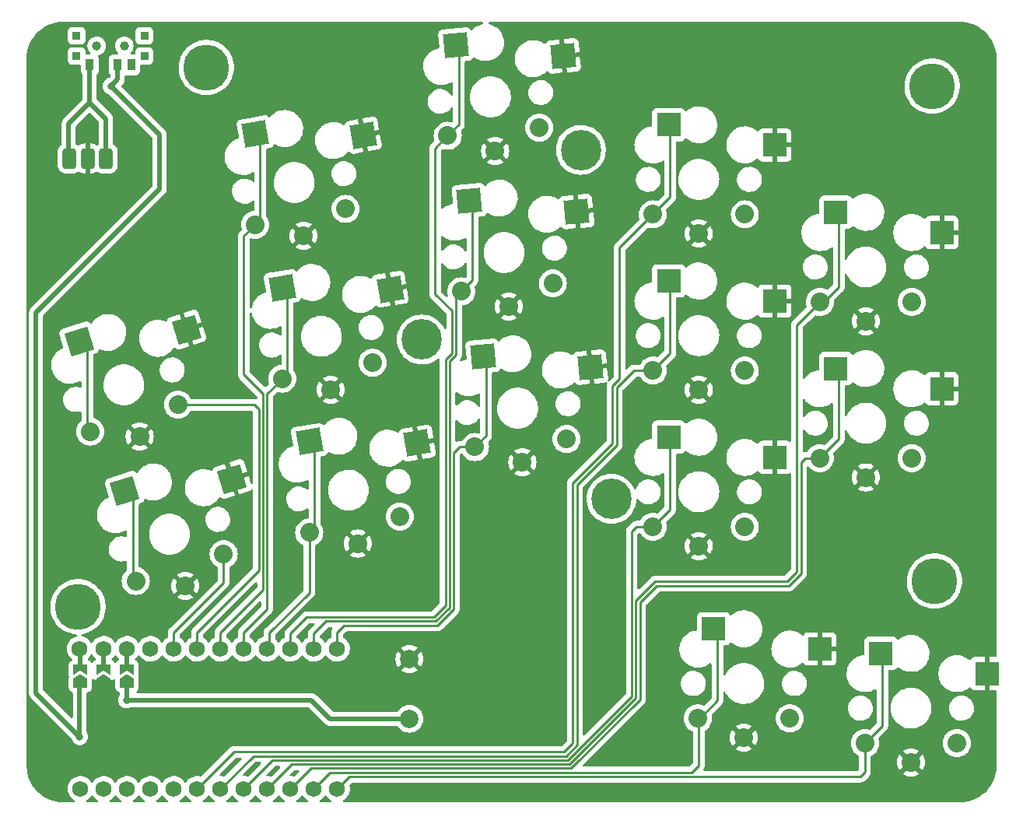
<source format=gbl>
%TF.GenerationSoftware,KiCad,Pcbnew,(6.0.4)*%
%TF.CreationDate,2022-07-21T23:48:57+02:00*%
%TF.ProjectId,wizza,77697a7a-612e-46b6-9963-61645f706362,v1.0.0*%
%TF.SameCoordinates,Original*%
%TF.FileFunction,Copper,L2,Bot*%
%TF.FilePolarity,Positive*%
%FSLAX46Y46*%
G04 Gerber Fmt 4.6, Leading zero omitted, Abs format (unit mm)*
G04 Created by KiCad (PCBNEW (6.0.4)) date 2022-07-21 23:48:57*
%MOMM*%
%LPD*%
G01*
G04 APERTURE LIST*
G04 Aperture macros list*
%AMRoundRect*
0 Rectangle with rounded corners*
0 $1 Rounding radius*
0 $2 $3 $4 $5 $6 $7 $8 $9 X,Y pos of 4 corners*
0 Add a 4 corners polygon primitive as box body*
4,1,4,$2,$3,$4,$5,$6,$7,$8,$9,$2,$3,0*
0 Add four circle primitives for the rounded corners*
1,1,$1+$1,$2,$3*
1,1,$1+$1,$4,$5*
1,1,$1+$1,$6,$7*
1,1,$1+$1,$8,$9*
0 Add four rect primitives between the rounded corners*
20,1,$1+$1,$2,$3,$4,$5,0*
20,1,$1+$1,$4,$5,$6,$7,0*
20,1,$1+$1,$6,$7,$8,$9,0*
20,1,$1+$1,$8,$9,$2,$3,0*%
%AMRotRect*
0 Rectangle, with rotation*
0 The origin of the aperture is its center*
0 $1 length*
0 $2 width*
0 $3 Rotation angle, in degrees counterclockwise*
0 Add horizontal line*
21,1,$1,$2,0,0,$3*%
%AMFreePoly0*
4,1,6,0.500000,-0.750000,-0.650000,-0.750000,-0.150000,0.000000,-0.650000,0.750000,0.500000,0.750000,0.500000,-0.750000,0.500000,-0.750000,$1*%
%AMFreePoly1*
4,1,6,1.000000,0.000000,0.500000,-0.750000,-0.500000,-0.750000,-0.500000,0.750000,0.500000,0.750000,1.000000,0.000000,1.000000,0.000000,$1*%
G04 Aperture macros list end*
%TA.AperFunction,ComponentPad*%
%ADD10C,2.000000*%
%TD*%
%TA.AperFunction,SMDPad,CuDef*%
%ADD11RotRect,2.600000X2.600000X10.000000*%
%TD*%
%TA.AperFunction,ComponentPad*%
%ADD12C,2.032000*%
%TD*%
%TA.AperFunction,SMDPad,CuDef*%
%ADD13RotRect,2.600000X2.600000X5.000000*%
%TD*%
%TA.AperFunction,SMDPad,CuDef*%
%ADD14R,2.600000X2.600000*%
%TD*%
%TA.AperFunction,ComponentPad*%
%ADD15C,5.000000*%
%TD*%
%TA.AperFunction,SMDPad,CuDef*%
%ADD16R,0.900000X0.900000*%
%TD*%
%TA.AperFunction,WasherPad*%
%ADD17C,1.000000*%
%TD*%
%TA.AperFunction,SMDPad,CuDef*%
%ADD18R,0.900000X1.250000*%
%TD*%
%TA.AperFunction,ComponentPad*%
%ADD19RoundRect,0.375000X-0.375000X-0.750000X0.375000X-0.750000X0.375000X0.750000X-0.375000X0.750000X0*%
%TD*%
%TA.AperFunction,SMDPad,CuDef*%
%ADD20RotRect,2.600000X2.600000X17.000000*%
%TD*%
%TA.AperFunction,ComponentPad*%
%ADD21C,4.400000*%
%TD*%
%TA.AperFunction,ComponentPad*%
%ADD22C,1.752600*%
%TD*%
%TA.AperFunction,SMDPad,CuDef*%
%ADD23FreePoly0,90.000000*%
%TD*%
%TA.AperFunction,SMDPad,CuDef*%
%ADD24R,0.500000X1.524000*%
%TD*%
%TA.AperFunction,SMDPad,CuDef*%
%ADD25FreePoly1,90.000000*%
%TD*%
%TA.AperFunction,ViaPad*%
%ADD26C,0.800000*%
%TD*%
%TA.AperFunction,Conductor*%
%ADD27C,0.250000*%
%TD*%
%TA.AperFunction,Conductor*%
%ADD28C,0.500000*%
%TD*%
G04 APERTURE END LIST*
D10*
%TO.P,B1,1*%
%TO.N,RST*%
X83928791Y46381254D03*
%TO.P,B1,2*%
%TO.N,GND*%
X83928791Y52881254D03*
%TD*%
D11*
%TO.P,S11,1*%
%TO.N,P19*%
X67128657Y110035975D03*
D12*
X67122934Y100134557D03*
X76971012Y101871038D03*
D11*
%TO.P,S11,2*%
%TO.N,GND*%
X78885214Y109875034D03*
D12*
X72411634Y98934701D03*
%TD*%
%TO.P,S15,1*%
%TO.N,P16*%
X89571861Y92892848D03*
D13*
X90440528Y102756090D03*
D12*
X99533808Y93764406D03*
D13*
%TO.P,S15,2*%
%TO.N,GND*%
X102138320Y101571110D03*
D12*
X94735862Y91236618D03*
%TD*%
D14*
%TO.P,S21,1*%
%TO.N,P4*%
X112149790Y94027254D03*
D12*
X120424791Y84277254D03*
X110424791Y84277254D03*
%TO.P,S21,2*%
%TO.N,GND*%
X115424791Y82177254D03*
D14*
X123699791Y91827253D03*
%TD*%
D15*
%TO.P,,1,1*%
%TO.N,N/C*%
X141078791Y61367254D03*
%TD*%
D16*
%TO.P,T2,*%
%TO.N,*%
X55089406Y120708838D03*
X47689406Y120708838D03*
X55089406Y118508838D03*
X47689406Y118508838D03*
D17*
X49889406Y119608838D03*
X52889406Y119608838D03*
D18*
%TO.P,T2,1*%
%TO.N,Braw*%
X49139406Y117533838D03*
%TO.P,T2,2*%
%TO.N,RAW*%
X52139406Y117533838D03*
%TO.P,T2,3*%
%TO.N,N/C*%
X53639406Y117533838D03*
%TD*%
D12*
%TO.P,S29,1*%
%TO.N,P6*%
X128599495Y91744491D03*
X138599495Y91744491D03*
D14*
X130324494Y101494491D03*
D12*
%TO.P,S29,2*%
%TO.N,GND*%
X133599495Y89644491D03*
D14*
X141874495Y99294490D03*
%TD*%
D15*
%TO.P,,1,1*%
%TO.N,N/C*%
X47860791Y58573254D03*
%TD*%
D14*
%TO.P,S33,1*%
%TO.N,P9*%
X135236791Y53493254D03*
D12*
X143511792Y43743254D03*
X133511792Y43743254D03*
%TO.P,S33,2*%
%TO.N,GND*%
X138511792Y41643254D03*
D14*
X146786792Y51293253D03*
%TD*%
D12*
%TO.P,S7,1*%
%TO.N,P15*%
X82875050Y68387574D03*
D11*
X73032695Y76552511D03*
D12*
X73026972Y66651093D03*
D11*
%TO.P,S7,2*%
%TO.N,GND*%
X84789252Y76391570D03*
D12*
X78315672Y65451237D03*
%TD*%
D19*
%TO.P,PAD1,1*%
%TO.N,Braw*%
X50908791Y107341254D03*
%TO.P,PAD1,2*%
%TO.N,GND*%
X48908791Y107341254D03*
%TO.P,PAD1,3*%
%TO.N,Braw*%
X46908791Y107341254D03*
%TD*%
D12*
%TO.P,S5,1*%
%TO.N,P20*%
X58734795Y80557863D03*
D20*
X47970748Y87462459D03*
D12*
X49171748Y77634146D03*
D20*
%TO.P,S5,2*%
%TO.N,GND*%
X59659287Y88735481D03*
D12*
X54567252Y77087765D03*
%TD*%
%TO.P,S27,1*%
%TO.N,P7*%
X138599495Y74744491D03*
D14*
X130324494Y84494491D03*
D12*
X128599495Y74744491D03*
%TO.P,S27,2*%
%TO.N,GND*%
X133599495Y72644491D03*
D14*
X141874495Y82294490D03*
%TD*%
D12*
%TO.P,S9,1*%
%TO.N,P18*%
X79923031Y85129306D03*
X70074953Y83392825D03*
D11*
X70080676Y93294243D03*
%TO.P,S9,2*%
%TO.N,GND*%
X81837233Y93133302D03*
D12*
X75363653Y82192969D03*
%TD*%
%TO.P,S13,1*%
%TO.N,P10*%
X91053509Y75957538D03*
D13*
X91922176Y85820780D03*
D12*
X101015456Y76829096D03*
%TO.P,S13,2*%
%TO.N,GND*%
X96217510Y74301308D03*
D13*
X103619968Y84635800D03*
%TD*%
%TO.P,S17,1*%
%TO.N,P14*%
X88958881Y119691400D03*
D12*
X98052161Y110699716D03*
X88090214Y109828158D03*
%TO.P,S17,2*%
%TO.N,GND*%
X93254215Y108171928D03*
D13*
X100656673Y118506420D03*
%TD*%
D12*
%TO.P,S31,1*%
%TO.N,P8*%
X125321152Y46426273D03*
X115321152Y46426273D03*
D14*
X117046151Y56176273D03*
%TO.P,S31,2*%
%TO.N,GND*%
X128596152Y53976272D03*
D12*
X120321152Y44326273D03*
%TD*%
%TO.P,S3,1*%
%TO.N,P21*%
X54142067Y61376965D03*
D20*
X52941067Y71205278D03*
D12*
X63705114Y64300682D03*
%TO.P,S3,2*%
%TO.N,GND*%
X59537571Y60830584D03*
D20*
X64629606Y72478300D03*
%TD*%
D15*
%TO.P,,1,1*%
%TO.N,N/C*%
X140824791Y115215254D03*
%TD*%
D14*
%TO.P,S23,1*%
%TO.N,P3*%
X112149790Y111027254D03*
D12*
X120424791Y101277254D03*
X110424791Y101277254D03*
%TO.P,S23,2*%
%TO.N,GND*%
X115424791Y99177254D03*
D14*
X123699791Y108827253D03*
%TD*%
%TO.P,S19,1*%
%TO.N,P5*%
X112149790Y77027254D03*
D12*
X110424791Y67277254D03*
X120424791Y67277254D03*
D14*
%TO.P,S19,2*%
%TO.N,GND*%
X123699791Y74827253D03*
D12*
X115424791Y65177254D03*
%TD*%
D15*
%TO.P,,1,1*%
%TO.N,N/C*%
X61830791Y117247254D03*
%TD*%
D21*
%TO.P,REF\u002A\u002A,1*%
%TO.N,N/C*%
X102588474Y108284763D03*
X105909108Y70329745D03*
X85271282Y87646937D03*
%TD*%
D22*
%TO.P,MCU1,*%
%TO.N,*%
X50654791Y38761254D03*
D23*
X50654791Y51744777D03*
X48114791Y51744777D03*
D24*
X53194791Y52669777D03*
D22*
X53194791Y38761254D03*
X53194791Y54001254D03*
D24*
X48114791Y52669777D03*
D23*
X53194791Y51744777D03*
D24*
X50654791Y52669777D03*
D22*
X48031045Y54001254D03*
X48114791Y38761254D03*
X50654791Y54001254D03*
D25*
%TO.P,MCU1,1*%
%TO.N,RAW*%
X48114791Y50294777D03*
%TO.P,MCU1,2*%
%TO.N,GND*%
X50654791Y50294777D03*
%TO.P,MCU1,3*%
%TO.N,RST*%
X53194791Y50294777D03*
D22*
%TO.P,MCU1,4*%
%TO.N,N/C*%
X55734791Y54001254D03*
%TO.P,MCU1,5*%
%TO.N,P21*%
X58274791Y54001254D03*
%TO.P,MCU1,6*%
%TO.N,P20*%
X60814791Y54001254D03*
%TO.P,MCU1,7*%
%TO.N,P19*%
X63354791Y54001254D03*
%TO.P,MCU1,8*%
%TO.N,P18*%
X65894791Y54001254D03*
%TO.P,MCU1,9*%
%TO.N,P15*%
X68434791Y54001254D03*
%TO.P,MCU1,10*%
%TO.N,P14*%
X70974791Y54001254D03*
%TO.P,MCU1,11*%
%TO.N,P16*%
X73514791Y54001254D03*
%TO.P,MCU1,12*%
%TO.N,P10*%
X76054791Y54001254D03*
%TO.P,MCU1,16*%
%TO.N,N/C*%
X55734791Y38761254D03*
%TO.P,MCU1,17*%
%TO.N,P2*%
X58274791Y38761254D03*
%TO.P,MCU1,18*%
%TO.N,P3*%
X60814791Y38761254D03*
%TO.P,MCU1,19*%
%TO.N,P4*%
X63354791Y38761254D03*
%TO.P,MCU1,20*%
%TO.N,P5*%
X65894791Y38761254D03*
%TO.P,MCU1,21*%
%TO.N,P6*%
X68434791Y38761254D03*
%TO.P,MCU1,22*%
%TO.N,P7*%
X70974791Y38761254D03*
%TO.P,MCU1,23*%
%TO.N,P8*%
X73514791Y38761254D03*
%TO.P,MCU1,24*%
%TO.N,P9*%
X76054791Y38761254D03*
%TD*%
D26*
%TO.N,GND*%
X50606907Y46328628D03*
%TO.N,RAW*%
X48044190Y44424041D03*
X51441433Y115221539D03*
%TO.N,RST*%
X53150987Y48413823D03*
%TD*%
D27*
%TO.N,P6*%
X108566791Y48667254D02*
X108566791Y59208972D01*
X68434791Y38761254D02*
X71111831Y41438294D01*
X130654161Y100454265D02*
X130654161Y93367747D01*
X110666594Y61308774D02*
X125018311Y61308774D01*
X126092791Y89237786D02*
X128599495Y91744491D01*
X129030905Y91744491D02*
X128599495Y91744491D01*
X130654161Y93367747D02*
X129030905Y91744491D01*
X130184920Y100923506D02*
X130654161Y100454265D01*
X108566791Y59208972D02*
X110666594Y61308774D01*
X71111831Y41438294D02*
X101337831Y41438294D01*
X101337831Y41438294D02*
X108566791Y48667254D01*
X126092791Y62383254D02*
X126092791Y89237786D01*
X125018311Y61308774D02*
X126092791Y62383254D01*
D28*
%TO.N,GND*%
X50631665Y46353386D02*
X50654791Y46376512D01*
X50654791Y46376512D02*
X50654791Y50217731D01*
D27*
%TO.N,P5*%
X112299312Y77420712D02*
X112299312Y69151775D01*
X101151633Y41887814D02*
X108117271Y48853452D01*
X108117271Y48853452D02*
X108117271Y66759734D01*
X69021351Y41887814D02*
X101151633Y41887814D01*
X112299312Y69151775D02*
X110424791Y67277254D01*
X108634791Y67277254D02*
X110424791Y67277254D01*
X108117271Y66759734D02*
X108634791Y67277254D01*
X65894791Y38761254D02*
X69021351Y41887814D01*
%TO.N,P4*%
X63354791Y38761254D02*
X66930871Y42337334D01*
X106476311Y82390774D02*
X108362791Y84277254D01*
X66930871Y42337334D02*
X100965435Y42337334D01*
X108362791Y84277254D02*
X110424791Y84277254D01*
X112299312Y94420712D02*
X112299312Y86151775D01*
X112299312Y86151775D02*
X110424791Y84277254D01*
X106476311Y76167057D02*
X106476311Y82390774D01*
X102158311Y71849057D02*
X106476311Y76167057D01*
X100965435Y42337334D02*
X102158311Y43530211D01*
X102158311Y43530211D02*
X102158311Y71849057D01*
%TO.N,P3*%
X100779237Y42786854D02*
X101708791Y43716408D01*
X112299312Y103151775D02*
X110424791Y101277254D01*
X101708791Y43716408D02*
X101708791Y72035254D01*
X106788791Y83338972D02*
X106788791Y97641254D01*
X64840391Y42786854D02*
X100779237Y42786854D01*
X112299312Y111420712D02*
X112299312Y103151775D01*
X106788791Y97641254D02*
X110424791Y101277254D01*
X106026791Y76353254D02*
X106026791Y82576972D01*
X101708791Y72035254D02*
X106026791Y76353254D01*
X60814791Y38761254D02*
X64840391Y42786854D01*
X106026791Y82576972D02*
X106788791Y83338972D01*
%TO.N,P18*%
X70638431Y83956303D02*
X70074953Y83392825D01*
X65894791Y55779254D02*
X68434791Y58319254D01*
X68434791Y81752663D02*
X70074953Y83392825D01*
X70638431Y92736489D02*
X70638431Y83956303D01*
X65894791Y54001254D02*
X65894791Y55779254D01*
X68434791Y58319254D02*
X68434791Y81752663D01*
X70080677Y93294243D02*
X70638431Y92736489D01*
%TO.N,P15*%
X73590450Y67214571D02*
X73026972Y66651093D01*
X68434791Y54001254D02*
X68688791Y54255254D01*
X73032696Y76552511D02*
X73590450Y75994757D01*
X73590450Y75994757D02*
X73590450Y67214571D01*
X68688791Y54255254D02*
X68688791Y55779254D01*
X68688791Y55779254D02*
X73026972Y60117435D01*
X73026972Y60117435D02*
X73026972Y66651093D01*
%TO.N,P14*%
X70974791Y54001254D02*
X70974791Y55652254D01*
X70974791Y55652254D02*
X72762831Y57440294D01*
X87855751Y85487932D02*
X88559271Y86191452D01*
X72762831Y57440294D02*
X86604395Y57440294D01*
X89306709Y111044653D02*
X88090214Y109828158D01*
X89306709Y119343573D02*
X89306709Y111044653D01*
X87855751Y58691650D02*
X87855751Y85487932D01*
X88559271Y90772774D02*
X86722791Y92609254D01*
X86722791Y92609254D02*
X86722791Y108460735D01*
X86722791Y108460735D02*
X88090214Y109828158D01*
X88958882Y119691400D02*
X89306709Y119343573D01*
X86604395Y57440294D02*
X87855751Y58691650D01*
X88559271Y86191452D02*
X88559271Y90772774D01*
%TO.N,P16*%
X86790593Y56990774D02*
X88305271Y58505452D01*
X90788356Y94109343D02*
X89571861Y92892848D01*
X89008791Y86005254D02*
X89008791Y92329778D01*
X74853311Y56990774D02*
X86790593Y56990774D01*
X90440529Y102756090D02*
X90788356Y102408263D01*
X88305271Y58505452D02*
X88305271Y85301734D01*
X73514791Y54001254D02*
X73514791Y55652254D01*
X88305271Y85301734D02*
X89008791Y86005254D01*
X73514791Y55652254D02*
X74853311Y56990774D01*
X90788356Y102408263D02*
X90788356Y94109343D01*
X89008791Y92329778D02*
X89571861Y92892848D01*
%TO.N,P10*%
X88754791Y58319254D02*
X88754791Y75337254D01*
X92270004Y77174033D02*
X91053509Y75957538D01*
X88754791Y75337254D02*
X89375075Y75957538D01*
X89375075Y75957538D02*
X91053509Y75957538D01*
X76054791Y54001254D02*
X76054791Y55779254D01*
X86976791Y56541254D02*
X88754791Y58319254D01*
X76054791Y55779254D02*
X76816791Y56541254D01*
X91922177Y85820780D02*
X92270004Y85472953D01*
X76816791Y56541254D02*
X86976791Y56541254D01*
X92270004Y85472953D02*
X92270004Y77174033D01*
%TO.N,P19*%
X67686412Y100698035D02*
X67122934Y100134557D01*
X67128658Y110035975D02*
X67686412Y109478221D01*
X67985271Y81755774D02*
X65894791Y83846254D01*
X65894791Y98906414D02*
X67122934Y100134557D01*
X65894791Y83846254D02*
X65894791Y98906414D01*
X67686412Y109478221D02*
X67686412Y100698035D01*
X63354791Y55779254D02*
X67985271Y60409734D01*
X63354791Y54001254D02*
X63354791Y55779254D01*
X67985271Y60409734D02*
X67985271Y81755774D01*
%TO.N,P20*%
X60814791Y55779254D02*
X67535751Y62500214D01*
X47655954Y88184596D02*
X48856953Y86983597D01*
X48856953Y86983597D02*
X48856953Y78356283D01*
X67024182Y80557863D02*
X58734795Y80557863D01*
X67535751Y62500214D02*
X67535751Y80046294D01*
X60814791Y54001254D02*
X60814791Y55779254D01*
X67535751Y80046294D02*
X67024182Y80557863D01*
%TO.N,P21*%
X52626273Y71927415D02*
X53827272Y70726416D01*
X58274791Y54001254D02*
X58274791Y55779254D01*
X63705114Y61209577D02*
X63705114Y64300682D01*
X58274791Y55779254D02*
X63705114Y61209577D01*
X53827272Y70726416D02*
X53827272Y62099102D01*
%TO.N,P7*%
X130654161Y83454265D02*
X130654161Y76799157D01*
X101524029Y40988774D02*
X109016311Y48481057D01*
X130184920Y83923506D02*
X130654161Y83454265D01*
X109016311Y48481057D02*
X109016311Y59022774D01*
X109016311Y59022774D02*
X110852791Y60859254D01*
X126542311Y74262774D02*
X127024028Y74744491D01*
X73202311Y40988774D02*
X101524029Y40988774D01*
X110852791Y60859254D02*
X125204509Y60859254D01*
X126542311Y62197056D02*
X126542311Y74262774D01*
X70974791Y38761254D02*
X73202311Y40988774D01*
X125204509Y60859254D02*
X126542311Y62197056D01*
X130654161Y76799157D02*
X128459920Y74604916D01*
X127024028Y74744491D02*
X128599495Y74744491D01*
%TO.N,P8*%
X73514791Y38761254D02*
X75292791Y40539254D01*
X117210956Y56151473D02*
X117437957Y55924472D01*
X117437957Y55924472D02*
X117437957Y48353473D01*
X75292791Y40539254D02*
X114662791Y40539254D01*
X117437957Y48353473D02*
X115485957Y46401473D01*
X114662791Y40539254D02*
X115424791Y41301254D01*
X115424791Y41301254D02*
X115424791Y46322634D01*
%TO.N,P9*%
X135386313Y45617775D02*
X133511792Y43743254D01*
X77383271Y40089734D02*
X133009271Y40089734D01*
X135236791Y53493254D02*
X135386313Y53343732D01*
X133511792Y40592255D02*
X133511792Y43743254D01*
X133009271Y40089734D02*
X133511792Y40592255D01*
X76054791Y38761254D02*
X77383271Y40089734D01*
X135386313Y53343732D02*
X135386313Y45617775D01*
D28*
%TO.N,RAW*%
X48114791Y50217731D02*
X48044190Y50147130D01*
X48044190Y44424041D02*
X43288791Y49179440D01*
X56750791Y104039254D02*
X56750791Y109912181D01*
X43288791Y90577254D02*
X56750791Y104039254D01*
X48044190Y50147130D02*
X48044190Y44424041D01*
X56750791Y109912181D02*
X51441433Y115221539D01*
X52190791Y115970928D02*
X51492818Y115272955D01*
X52190791Y117585254D02*
X52190791Y115970928D01*
X43288791Y49179440D02*
X43288791Y90577254D01*
%TO.N,RST*%
X73261360Y48413823D02*
X75293929Y46381254D01*
X53194791Y48457627D02*
X53194791Y50217731D01*
X53150987Y48413823D02*
X53194791Y48457627D01*
X53150987Y48413823D02*
X73261360Y48413823D01*
X75293929Y46381254D02*
X83928791Y46381254D01*
%TO.N,Braw*%
X46844791Y107405254D02*
X46908791Y107341254D01*
X49139406Y113445869D02*
X46844791Y111151254D01*
X49139406Y117533838D02*
X49139406Y113445869D01*
X49139406Y113445869D02*
X50908791Y111676484D01*
X46844791Y111151254D02*
X46844791Y107405254D01*
X50908791Y111676484D02*
X50908791Y107341254D01*
%TD*%
%TA.AperFunction,Conductor*%
%TO.N,GND*%
G36*
X75747839Y122201752D02*
G01*
X91827448Y122201280D01*
X91895568Y122181276D01*
X91942059Y122127619D01*
X91952161Y122057345D01*
X91922666Y121992765D01*
X91862939Y121954383D01*
X91853645Y121952034D01*
X91666449Y121912244D01*
X91662320Y121910741D01*
X91662316Y121910740D01*
X91406638Y121817681D01*
X91406634Y121817679D01*
X91402493Y121816172D01*
X91154477Y121684299D01*
X91150918Y121681713D01*
X91150916Y121681712D01*
X90931227Y121522099D01*
X90927227Y121519193D01*
X90762341Y121359964D01*
X90761885Y121359524D01*
X90698988Y121326592D01*
X90628272Y121332892D01*
X90570624Y121379370D01*
X90568030Y121384795D01*
X90531879Y121425157D01*
X90476840Y121486608D01*
X90476837Y121486610D01*
X90470850Y121493295D01*
X90347124Y121570158D01*
X90206798Y121609206D01*
X90198897Y121609372D01*
X90198894Y121609372D01*
X90147676Y121610445D01*
X90147667Y121610445D01*
X90144264Y121610516D01*
X87458256Y121375520D01*
X87396899Y121363372D01*
X87389771Y121359964D01*
X87389770Y121359964D01*
X87319963Y121326592D01*
X87265486Y121300549D01*
X87258802Y121294562D01*
X87258800Y121294561D01*
X87163673Y121209359D01*
X87163671Y121209356D01*
X87156986Y121203369D01*
X87080123Y121079643D01*
X87041075Y120939317D01*
X87039765Y120876783D01*
X87163667Y119460583D01*
X87163817Y119458872D01*
X87149828Y119389267D01*
X87100428Y119338274D01*
X87064493Y119324643D01*
X86929380Y119295923D01*
X86877219Y119284836D01*
X86873090Y119283333D01*
X86873086Y119283332D01*
X86617408Y119190273D01*
X86617404Y119190271D01*
X86613263Y119188764D01*
X86365247Y119056891D01*
X86361688Y119054305D01*
X86361686Y119054304D01*
X86150524Y118900886D01*
X86137997Y118891785D01*
X86134833Y118888729D01*
X86134830Y118888727D01*
X86054621Y118811270D01*
X85935937Y118696658D01*
X85763001Y118475309D01*
X85760805Y118471505D01*
X85760800Y118471498D01*
X85688127Y118345624D01*
X85622553Y118232046D01*
X85517327Y117971603D01*
X85516262Y117967330D01*
X85516261Y117967328D01*
X85457019Y117729720D01*
X85449372Y117699051D01*
X85448913Y117694683D01*
X85448912Y117694678D01*
X85423939Y117457067D01*
X85420011Y117419694D01*
X85420164Y117415306D01*
X85420164Y117415300D01*
X85427497Y117205325D01*
X85429814Y117138969D01*
X85430576Y117134646D01*
X85430577Y117134639D01*
X85444086Y117058029D01*
X85478591Y116862340D01*
X85565392Y116595192D01*
X85567320Y116591239D01*
X85567322Y116591234D01*
X85609608Y116504536D01*
X85688529Y116342725D01*
X85690984Y116339086D01*
X85690987Y116339080D01*
X85739112Y116267732D01*
X85845604Y116109851D01*
X86033560Y115901105D01*
X86036922Y115898284D01*
X86036923Y115898283D01*
X86081302Y115861045D01*
X86248739Y115720548D01*
X86486953Y115571696D01*
X86666813Y115491617D01*
X86736303Y115460678D01*
X86743564Y115457445D01*
X86777570Y115447694D01*
X86999396Y115384087D01*
X87013579Y115380020D01*
X87017929Y115379409D01*
X87017932Y115379408D01*
X87120879Y115364940D01*
X87291741Y115340927D01*
X87502335Y115340927D01*
X87504521Y115341080D01*
X87504525Y115341080D01*
X87708016Y115355309D01*
X87708021Y115355310D01*
X87712401Y115355616D01*
X87987159Y115414018D01*
X87991288Y115415521D01*
X87991292Y115415522D01*
X88246970Y115508581D01*
X88246974Y115508583D01*
X88251115Y115510090D01*
X88488056Y115636074D01*
X88557593Y115650394D01*
X88623833Y115624847D01*
X88665746Y115567542D01*
X88673209Y115524823D01*
X88673209Y114313740D01*
X88653207Y114245619D01*
X88599551Y114199126D01*
X88529277Y114189022D01*
X88464697Y114218516D01*
X88439490Y114248375D01*
X88438405Y114250164D01*
X88373364Y114357348D01*
X88366047Y114369406D01*
X88366046Y114369407D01*
X88363278Y114373969D01*
X88321953Y114421592D01*
X88215578Y114544179D01*
X88215576Y114544181D01*
X88212078Y114548212D01*
X88125022Y114619594D01*
X88037810Y114691104D01*
X88037804Y114691108D01*
X88033682Y114694488D01*
X87833190Y114808614D01*
X87828174Y114810435D01*
X87828169Y114810437D01*
X87621350Y114885509D01*
X87621346Y114885510D01*
X87616335Y114887329D01*
X87611086Y114888278D01*
X87611083Y114888279D01*
X87393402Y114927642D01*
X87393395Y114927643D01*
X87389318Y114928380D01*
X87371581Y114929216D01*
X87366633Y114929450D01*
X87366626Y114929450D01*
X87365145Y114929520D01*
X87203000Y114929520D01*
X87136044Y114923839D01*
X87036363Y114915381D01*
X87036359Y114915380D01*
X87031052Y114914930D01*
X87025897Y114913592D01*
X87025891Y114913591D01*
X86812922Y114858315D01*
X86812918Y114858314D01*
X86807753Y114856973D01*
X86802887Y114854781D01*
X86802884Y114854780D01*
X86704446Y114810437D01*
X86597410Y114762221D01*
X86592990Y114759245D01*
X86592986Y114759243D01*
X86512288Y114704913D01*
X86406040Y114633382D01*
X86239113Y114474142D01*
X86235925Y114469857D01*
X86104826Y114293653D01*
X86101404Y114289054D01*
X86098989Y114284304D01*
X86044302Y114176742D01*
X85996848Y114083408D01*
X85975776Y114015546D01*
X85930020Y113868190D01*
X85930019Y113868184D01*
X85928436Y113863087D01*
X85918147Y113785457D01*
X85900346Y113651142D01*
X85898125Y113634388D01*
X85906779Y113403852D01*
X85954153Y113178070D01*
X85956111Y113173111D01*
X85956112Y113173109D01*
X85965317Y113149800D01*
X86038892Y112963498D01*
X86109642Y112846906D01*
X86149622Y112781021D01*
X86158572Y112766271D01*
X86162069Y112762241D01*
X86304170Y112598484D01*
X86309772Y112592028D01*
X86313903Y112588641D01*
X86484040Y112449136D01*
X86484046Y112449132D01*
X86488168Y112445752D01*
X86688660Y112331626D01*
X86693676Y112329805D01*
X86693681Y112329803D01*
X86900500Y112254731D01*
X86900504Y112254730D01*
X86905515Y112252911D01*
X86910764Y112251962D01*
X86910767Y112251961D01*
X87128448Y112212598D01*
X87128455Y112212597D01*
X87132532Y112211860D01*
X87150269Y112211024D01*
X87155217Y112210790D01*
X87155224Y112210790D01*
X87156705Y112210720D01*
X87318850Y112210720D01*
X87385806Y112216401D01*
X87485487Y112224859D01*
X87485491Y112224860D01*
X87490798Y112225310D01*
X87495953Y112226648D01*
X87495959Y112226649D01*
X87708928Y112281925D01*
X87708932Y112281926D01*
X87714097Y112283267D01*
X87718963Y112285459D01*
X87718966Y112285460D01*
X87919574Y112375827D01*
X87924440Y112378019D01*
X87928860Y112380995D01*
X87928864Y112380997D01*
X88064500Y112472314D01*
X88115810Y112506858D01*
X88282737Y112666098D01*
X88360663Y112770834D01*
X88417262Y112846906D01*
X88417264Y112846909D01*
X88420446Y112851186D01*
X88434892Y112879599D01*
X88483596Y112931257D01*
X88552496Y112948383D01*
X88619717Y112925540D01*
X88663918Y112869981D01*
X88673209Y112822494D01*
X88673209Y111415843D01*
X88653207Y111347722D01*
X88599551Y111301229D01*
X88529277Y111291125D01*
X88517795Y111293324D01*
X88334249Y111337390D01*
X88334243Y111337391D01*
X88329436Y111338545D01*
X88090214Y111357372D01*
X87850992Y111338545D01*
X87846185Y111337391D01*
X87846179Y111337390D01*
X87719835Y111307057D01*
X87617661Y111282527D01*
X87613090Y111280634D01*
X87613088Y111280633D01*
X87400537Y111192592D01*
X87400535Y111192591D01*
X87395965Y111190698D01*
X87191365Y111065318D01*
X87187598Y111062101D01*
X87187597Y111062100D01*
X87097180Y110984877D01*
X87008896Y110909476D01*
X87005683Y110905714D01*
X86923589Y110809593D01*
X86853054Y110727007D01*
X86727674Y110522407D01*
X86725781Y110517837D01*
X86725780Y110517835D01*
X86638882Y110308043D01*
X86635845Y110300711D01*
X86624659Y110254118D01*
X86580982Y110072193D01*
X86580981Y110072187D01*
X86579827Y110067380D01*
X86561000Y109828158D01*
X86579827Y109588936D01*
X86580981Y109584129D01*
X86580982Y109584123D01*
X86635845Y109355605D01*
X86633610Y109355068D01*
X86635416Y109293638D01*
X86602624Y109236472D01*
X86466426Y109100275D01*
X86330533Y108964382D01*
X86322254Y108956848D01*
X86315773Y108952735D01*
X86285067Y108920036D01*
X86269148Y108903084D01*
X86266393Y108900242D01*
X86246656Y108880505D01*
X86244176Y108877308D01*
X86236473Y108868288D01*
X86206205Y108836056D01*
X86202386Y108829110D01*
X86202384Y108829107D01*
X86196443Y108818301D01*
X86185592Y108801782D01*
X86173177Y108785776D01*
X86170032Y108778507D01*
X86170029Y108778503D01*
X86155617Y108745198D01*
X86150400Y108734548D01*
X86129096Y108695795D01*
X86127125Y108688120D01*
X86127125Y108688119D01*
X86124058Y108676173D01*
X86117654Y108657469D01*
X86113946Y108648899D01*
X86109610Y108638880D01*
X86108371Y108631057D01*
X86108368Y108631047D01*
X86102692Y108595211D01*
X86100286Y108583591D01*
X86096594Y108569211D01*
X86089291Y108540765D01*
X86089291Y108520511D01*
X86087740Y108500801D01*
X86084571Y108480792D01*
X86085317Y108472900D01*
X86088732Y108436774D01*
X86089291Y108424916D01*
X86089291Y92688021D01*
X86088764Y92676838D01*
X86087089Y92669345D01*
X86087338Y92661419D01*
X86087338Y92661418D01*
X86089229Y92601268D01*
X86089291Y92597309D01*
X86089291Y92569398D01*
X86089788Y92565464D01*
X86089788Y92565463D01*
X86089796Y92565398D01*
X86090729Y92553561D01*
X86092118Y92509365D01*
X86097769Y92489915D01*
X86101778Y92470554D01*
X86104317Y92450457D01*
X86107236Y92443086D01*
X86107236Y92443084D01*
X86120595Y92409342D01*
X86124440Y92398112D01*
X86132266Y92371173D01*
X86136773Y92355661D01*
X86140806Y92348842D01*
X86140808Y92348837D01*
X86147084Y92338226D01*
X86155779Y92320478D01*
X86163239Y92301637D01*
X86167901Y92295221D01*
X86167901Y92295220D01*
X86189227Y92265867D01*
X86195743Y92255947D01*
X86212104Y92228283D01*
X86218249Y92217892D01*
X86232570Y92203571D01*
X86245410Y92188538D01*
X86257319Y92172147D01*
X86277470Y92155477D01*
X86291396Y92143956D01*
X86300175Y92135966D01*
X87888866Y90547274D01*
X87922892Y90484962D01*
X87925771Y90458179D01*
X87925771Y88935887D01*
X87905769Y88867766D01*
X87852113Y88821273D01*
X87781839Y88811169D01*
X87717259Y88840663D01*
X87684799Y88884336D01*
X87684442Y88885133D01*
X87675952Y88904068D01*
X87507508Y89183853D01*
X87505181Y89186837D01*
X87505176Y89186844D01*
X87309008Y89438379D01*
X87309006Y89438381D01*
X87306672Y89441374D01*
X87076352Y89672903D01*
X86819885Y89875085D01*
X86540987Y90044992D01*
X86537543Y90046558D01*
X86537539Y90046560D01*
X86393441Y90112077D01*
X86243696Y90180162D01*
X85932319Y90278637D01*
X85638244Y90333938D01*
X85615091Y90338292D01*
X85615089Y90338292D01*
X85611368Y90338992D01*
X85285490Y90360351D01*
X85281710Y90360143D01*
X85281709Y90360143D01*
X85195256Y90355385D01*
X84959406Y90342405D01*
X84955679Y90341744D01*
X84955675Y90341744D01*
X84806381Y90315285D01*
X84637839Y90285415D01*
X84634223Y90284313D01*
X84634215Y90284311D01*
X84347393Y90196894D01*
X84325449Y90190206D01*
X84026759Y90058156D01*
X83944185Y90009030D01*
X83749356Y89893120D01*
X83749350Y89893116D01*
X83746096Y89891180D01*
X83743094Y89888864D01*
X83503512Y89704027D01*
X83487526Y89691694D01*
X83407695Y89613107D01*
X83268119Y89475706D01*
X83254795Y89462590D01*
X83252431Y89459623D01*
X83252428Y89459620D01*
X83066492Y89226285D01*
X83051273Y89207186D01*
X82879908Y88929180D01*
X82867719Y88902740D01*
X82768925Y88688437D01*
X82743184Y88632601D01*
X82742023Y88628997D01*
X82742023Y88628996D01*
X82731172Y88595300D01*
X82643079Y88321745D01*
X82642361Y88318034D01*
X82642360Y88318030D01*
X82581764Y88004832D01*
X82581763Y88004823D01*
X82581045Y88001113D01*
X82580778Y87997337D01*
X82580777Y87997332D01*
X82558326Y87680243D01*
X82557980Y87675352D01*
X82560935Y87615988D01*
X82571707Y87399626D01*
X82574218Y87349178D01*
X82574859Y87345447D01*
X82574860Y87345439D01*
X82622413Y87068697D01*
X82629523Y87027318D01*
X82630611Y87023679D01*
X82630612Y87023676D01*
X82722006Y86718079D01*
X82723096Y86714433D01*
X82724609Y86710962D01*
X82724611Y86710956D01*
X82789660Y86561710D01*
X82853579Y86415056D01*
X82855502Y86411785D01*
X82855504Y86411781D01*
X82919459Y86302991D01*
X83019084Y86133523D01*
X83022930Y86128484D01*
X83214913Y85876925D01*
X83214918Y85876920D01*
X83217213Y85873912D01*
X83238095Y85852476D01*
X83432031Y85653396D01*
X83445096Y85639984D01*
X83534514Y85567962D01*
X83696478Y85437506D01*
X83696483Y85437502D01*
X83699431Y85435128D01*
X83976535Y85262310D01*
X84272394Y85124034D01*
X84276003Y85122851D01*
X84530782Y85039330D01*
X84582722Y85022303D01*
X84903024Y84958591D01*
X84906796Y84958304D01*
X84906804Y84958303D01*
X85224884Y84934108D01*
X85224889Y84934108D01*
X85228661Y84933821D01*
X85554915Y84948351D01*
X85614707Y84958303D01*
X85873319Y85001347D01*
X85873324Y85001348D01*
X85877060Y85001970D01*
X86190431Y85093903D01*
X86193898Y85095393D01*
X86193902Y85095394D01*
X86487003Y85221321D01*
X86487005Y85221322D01*
X86490487Y85222818D01*
X86772883Y85386846D01*
X87018483Y85572256D01*
X87084903Y85597336D01*
X87154337Y85582525D01*
X87204742Y85532527D01*
X87219841Y85483552D01*
X87221692Y85463971D01*
X87222251Y85452113D01*
X87222251Y59006245D01*
X87202249Y58938124D01*
X87185346Y58917149D01*
X86378894Y58110698D01*
X86316582Y58076673D01*
X86289799Y58073794D01*
X72841594Y58073794D01*
X72830410Y58074321D01*
X72822922Y58075995D01*
X72814999Y58075746D01*
X72754864Y58073856D01*
X72750906Y58073794D01*
X72722975Y58073794D01*
X72719060Y58073299D01*
X72719056Y58073299D01*
X72718998Y58073291D01*
X72718969Y58073288D01*
X72707127Y58072355D01*
X72662941Y58070967D01*
X72653606Y58068255D01*
X72643489Y58065316D01*
X72624137Y58061308D01*
X72611899Y58059762D01*
X72611897Y58059761D01*
X72604034Y58058768D01*
X72562917Y58042488D01*
X72551716Y58038653D01*
X72509237Y58026312D01*
X72502418Y58022279D01*
X72502413Y58022277D01*
X72491802Y58016001D01*
X72474052Y58007304D01*
X72455214Y57999846D01*
X72448798Y57995185D01*
X72448797Y57995184D01*
X72438838Y57987948D01*
X72419766Y57974091D01*
X72419456Y57973866D01*
X72409532Y57967347D01*
X72378291Y57948872D01*
X72378286Y57948868D01*
X72371468Y57944836D01*
X72357144Y57930512D01*
X72342112Y57917673D01*
X72325724Y57905766D01*
X72297543Y57871701D01*
X72289553Y57862921D01*
X70582538Y56155906D01*
X70574252Y56148366D01*
X70567773Y56144254D01*
X70562348Y56138477D01*
X70521148Y56094603D01*
X70518393Y56091761D01*
X70498656Y56072024D01*
X70496176Y56068827D01*
X70488473Y56059807D01*
X70458205Y56027575D01*
X70454386Y56020629D01*
X70454384Y56020626D01*
X70448443Y56009820D01*
X70437592Y55993301D01*
X70425177Y55977295D01*
X70422032Y55970026D01*
X70422029Y55970022D01*
X70407617Y55936717D01*
X70402400Y55926067D01*
X70381096Y55887314D01*
X70379125Y55879639D01*
X70379125Y55879638D01*
X70376058Y55867692D01*
X70369654Y55848988D01*
X70361610Y55830399D01*
X70360371Y55822576D01*
X70360368Y55822566D01*
X70354692Y55786730D01*
X70352286Y55775110D01*
X70347198Y55755293D01*
X70341291Y55732284D01*
X70341291Y55712030D01*
X70339740Y55692320D01*
X70336571Y55672311D01*
X70337317Y55664419D01*
X70340732Y55628293D01*
X70341291Y55616435D01*
X70341291Y55309215D01*
X70321289Y55241094D01*
X70273473Y55197452D01*
X70234335Y55177078D01*
X70206948Y55156515D01*
X70061280Y55047145D01*
X70052235Y55040354D01*
X69894911Y54875724D01*
X69879341Y54852899D01*
X69808575Y54749160D01*
X69753664Y54704158D01*
X69683139Y54695987D01*
X69619392Y54727241D01*
X69598695Y54751725D01*
X69538522Y54844739D01*
X69538520Y54844742D01*
X69535714Y54849079D01*
X69382459Y55017504D01*
X69370201Y55027185D01*
X69329137Y55085101D01*
X69322291Y55126068D01*
X69322291Y55464660D01*
X69342293Y55532781D01*
X69359196Y55553755D01*
X73419219Y59613778D01*
X73427509Y59621322D01*
X73433990Y59625435D01*
X73480631Y59675103D01*
X73483385Y59677944D01*
X73503106Y59697665D01*
X73505584Y59700860D01*
X73513290Y59709882D01*
X73538130Y59736334D01*
X73543558Y59742114D01*
X73553318Y59759867D01*
X73564171Y59776390D01*
X73571725Y59786129D01*
X73576585Y59792394D01*
X73594148Y59832978D01*
X73599355Y59843608D01*
X73620667Y59882375D01*
X73622638Y59890052D01*
X73622640Y59890057D01*
X73625704Y59901993D01*
X73632110Y59920705D01*
X73632929Y59922596D01*
X73640153Y59939290D01*
X73643096Y59957868D01*
X73647069Y59982954D01*
X73649476Y59994575D01*
X73658500Y60029724D01*
X73658500Y60029725D01*
X73660472Y60037405D01*
X73660472Y60057666D01*
X73662023Y60077377D01*
X73663951Y60089550D01*
X73665191Y60097378D01*
X73661031Y60141389D01*
X73660472Y60153246D01*
X73660472Y64206931D01*
X77436196Y64206931D01*
X77441923Y64199281D01*
X77617431Y64091730D01*
X77626225Y64087249D01*
X77838701Y63999239D01*
X77848086Y63996190D01*
X78071716Y63942500D01*
X78081463Y63940957D01*
X78310742Y63922912D01*
X78320602Y63922912D01*
X78549881Y63940957D01*
X78559628Y63942500D01*
X78783258Y63996190D01*
X78792643Y63999239D01*
X79005119Y64087249D01*
X79013913Y64091730D01*
X79185755Y64197034D01*
X79195215Y64207490D01*
X79191431Y64216268D01*
X78328484Y65079215D01*
X78314540Y65086829D01*
X78312707Y65086698D01*
X78306092Y65082447D01*
X77442956Y64219311D01*
X77436196Y64206931D01*
X73660472Y64206931D01*
X73660472Y65180823D01*
X73680474Y65248944D01*
X73722294Y65286802D01*
X73721221Y65288553D01*
X73858899Y65372923D01*
X73925821Y65413933D01*
X73934342Y65421210D01*
X73963727Y65446307D01*
X76787347Y65446307D01*
X76805392Y65217028D01*
X76806935Y65207281D01*
X76860625Y64983651D01*
X76863674Y64974266D01*
X76951684Y64761790D01*
X76956165Y64752996D01*
X77061469Y64581154D01*
X77071925Y64571694D01*
X77080703Y64575478D01*
X77943650Y65438425D01*
X77950028Y65450105D01*
X78680080Y65450105D01*
X78680211Y65448272D01*
X78684462Y65441657D01*
X79547598Y64578521D01*
X79559978Y64571761D01*
X79567628Y64577488D01*
X79675179Y64752996D01*
X79679660Y64761790D01*
X79767670Y64974266D01*
X79770719Y64983651D01*
X79824409Y65207281D01*
X79825952Y65217028D01*
X79843997Y65446307D01*
X79843997Y65456167D01*
X79825952Y65685446D01*
X79824409Y65695193D01*
X79770719Y65918823D01*
X79767670Y65928208D01*
X79679660Y66140684D01*
X79675179Y66149478D01*
X79569875Y66321320D01*
X79559419Y66330780D01*
X79550641Y66326996D01*
X78687694Y65464049D01*
X78680080Y65450105D01*
X77950028Y65450105D01*
X77951264Y65452369D01*
X77951133Y65454202D01*
X77946882Y65460817D01*
X77083746Y66323953D01*
X77071366Y66330713D01*
X77063716Y66324986D01*
X76956165Y66149478D01*
X76951684Y66140684D01*
X76863674Y65928208D01*
X76860625Y65918823D01*
X76806935Y65695193D01*
X76805392Y65685446D01*
X76787347Y65456167D01*
X76787347Y65446307D01*
X73963727Y65446307D01*
X74104528Y65566562D01*
X74108290Y65569775D01*
X74215406Y65695193D01*
X74260914Y65748476D01*
X74260915Y65748477D01*
X74264132Y65752244D01*
X74389512Y65956844D01*
X74429347Y66053013D01*
X74479447Y66173967D01*
X74479448Y66173969D01*
X74481341Y66178540D01*
X74528420Y66374637D01*
X74536204Y66407058D01*
X74536205Y66407064D01*
X74537359Y66411871D01*
X74556186Y66651093D01*
X74552732Y66694984D01*
X77436129Y66694984D01*
X77439913Y66686206D01*
X78302860Y65823259D01*
X78316804Y65815645D01*
X78318637Y65815776D01*
X78325252Y65820027D01*
X79188388Y66683163D01*
X79195148Y66695543D01*
X79189421Y66703193D01*
X79013913Y66810744D01*
X79005119Y66815225D01*
X78792643Y66903235D01*
X78783258Y66906284D01*
X78559628Y66959974D01*
X78549881Y66961517D01*
X78320602Y66979562D01*
X78310742Y66979562D01*
X78081463Y66961517D01*
X78071716Y66959974D01*
X77848086Y66906284D01*
X77838701Y66903235D01*
X77626225Y66815225D01*
X77617431Y66810744D01*
X77445589Y66705440D01*
X77436129Y66694984D01*
X74552732Y66694984D01*
X74537359Y66890315D01*
X74536205Y66895122D01*
X74536204Y66895128D01*
X74487557Y67097754D01*
X74481341Y67123646D01*
X74474222Y67140834D01*
X74391406Y67340770D01*
X74391405Y67340772D01*
X74389512Y67345342D01*
X74264132Y67549942D01*
X74254140Y67561641D01*
X74225108Y67626431D01*
X74223950Y67643473D01*
X74223950Y68387574D01*
X81345836Y68387574D01*
X81364663Y68148352D01*
X81365817Y68143545D01*
X81365818Y68143539D01*
X81376378Y68099555D01*
X81420681Y67915021D01*
X81422574Y67910450D01*
X81422575Y67910448D01*
X81506158Y67708661D01*
X81512510Y67693325D01*
X81637890Y67488725D01*
X81793732Y67306256D01*
X81797494Y67303043D01*
X81945875Y67176315D01*
X81976201Y67150414D01*
X82180801Y67025034D01*
X82185371Y67023141D01*
X82185373Y67023140D01*
X82397924Y66935099D01*
X82402497Y66933205D01*
X82484087Y66913617D01*
X82631015Y66878342D01*
X82631021Y66878341D01*
X82635828Y66877187D01*
X82875050Y66858360D01*
X83114272Y66877187D01*
X83119079Y66878341D01*
X83119085Y66878342D01*
X83266013Y66913617D01*
X83347603Y66933205D01*
X83352176Y66935099D01*
X83564727Y67023140D01*
X83564729Y67023141D01*
X83569299Y67025034D01*
X83773899Y67150414D01*
X83804226Y67176315D01*
X83952606Y67303043D01*
X83956368Y67306256D01*
X84112210Y67488725D01*
X84237590Y67693325D01*
X84243943Y67708661D01*
X84327525Y67910448D01*
X84327526Y67910450D01*
X84329419Y67915021D01*
X84373722Y68099555D01*
X84384282Y68143539D01*
X84384283Y68143545D01*
X84385437Y68148352D01*
X84404264Y68387574D01*
X84385437Y68626796D01*
X84384283Y68631603D01*
X84384282Y68631609D01*
X84342884Y68804040D01*
X84329419Y68860127D01*
X84325920Y68868574D01*
X84239484Y69077251D01*
X84239483Y69077253D01*
X84237590Y69081823D01*
X84112210Y69286423D01*
X84085531Y69317661D01*
X83959581Y69465130D01*
X83956368Y69468892D01*
X83773899Y69624734D01*
X83569299Y69750114D01*
X83564729Y69752007D01*
X83564727Y69752008D01*
X83352176Y69840049D01*
X83352174Y69840050D01*
X83347603Y69841943D01*
X83230917Y69869957D01*
X83119085Y69896806D01*
X83119079Y69896807D01*
X83114272Y69897961D01*
X82875050Y69916788D01*
X82635828Y69897961D01*
X82631021Y69896807D01*
X82631015Y69896806D01*
X82519183Y69869957D01*
X82402497Y69841943D01*
X82397926Y69840050D01*
X82397924Y69840049D01*
X82185373Y69752008D01*
X82185371Y69752007D01*
X82180801Y69750114D01*
X81976201Y69624734D01*
X81793732Y69468892D01*
X81790519Y69465130D01*
X81664570Y69317661D01*
X81637890Y69286423D01*
X81512510Y69081823D01*
X81510617Y69077253D01*
X81510616Y69077251D01*
X81424180Y68868574D01*
X81420681Y68860127D01*
X81407216Y68804040D01*
X81365818Y68631609D01*
X81365817Y68631603D01*
X81364663Y68626796D01*
X81345836Y68387574D01*
X74223950Y68387574D01*
X74223950Y71214944D01*
X75063662Y71214944D01*
X75064025Y71210796D01*
X75064025Y71210792D01*
X75080238Y71025472D01*
X75089400Y70920754D01*
X75090310Y70916682D01*
X75090311Y70916677D01*
X75143555Y70678477D01*
X75153820Y70632553D01*
X75155263Y70628630D01*
X75155264Y70628628D01*
X75177178Y70569069D01*
X75255792Y70355404D01*
X75393522Y70094176D01*
X75395942Y70090771D01*
X75562167Y69856868D01*
X75562172Y69856862D01*
X75564591Y69853458D01*
X75567435Y69850408D01*
X75567440Y69850402D01*
X75705108Y69702771D01*
X75765994Y69637479D01*
X75994193Y69450035D01*
X76245177Y69294418D01*
X76248994Y69292702D01*
X76248997Y69292701D01*
X76288119Y69275119D01*
X76514538Y69173362D01*
X76654231Y69131718D01*
X76756116Y69101345D01*
X76797543Y69088995D01*
X76801663Y69088342D01*
X76801665Y69088342D01*
X77085740Y69043348D01*
X77085746Y69043347D01*
X77089221Y69042797D01*
X77113780Y69041682D01*
X77180165Y69038667D01*
X77180186Y69038667D01*
X77181585Y69038603D01*
X77366049Y69038603D01*
X77585812Y69053200D01*
X77589911Y69054026D01*
X77589915Y69054027D01*
X77763338Y69088995D01*
X77875299Y69111570D01*
X78154523Y69207715D01*
X78324237Y69292701D01*
X78414843Y69338073D01*
X78414845Y69338074D01*
X78418579Y69339944D01*
X78662826Y69505935D01*
X78686354Y69526971D01*
X78879860Y69699986D01*
X78882975Y69702771D01*
X78885693Y69705942D01*
X79072437Y69923819D01*
X79072440Y69923823D01*
X79075157Y69926993D01*
X79077431Y69930495D01*
X79077435Y69930500D01*
X79233718Y70171154D01*
X79233721Y70171159D01*
X79235997Y70174664D01*
X79362667Y70441431D01*
X79366467Y70453265D01*
X79451663Y70718620D01*
X79451663Y70718621D01*
X79452943Y70722607D01*
X79480038Y70873197D01*
X79504499Y71009144D01*
X79504500Y71009149D01*
X79505238Y71013253D01*
X79505578Y71020722D01*
X79518445Y71304092D01*
X79518445Y71304097D01*
X79518634Y71308262D01*
X79518251Y71312646D01*
X79493260Y71598291D01*
X79492896Y71602452D01*
X79491199Y71610046D01*
X79429388Y71886575D01*
X79429386Y71886582D01*
X79428476Y71890653D01*
X79424593Y71901208D01*
X79367880Y72055346D01*
X79326504Y72167802D01*
X79302464Y72213399D01*
X79266855Y72280936D01*
X81344791Y72280936D01*
X81344991Y72275606D01*
X81344991Y72275605D01*
X81346152Y72244681D01*
X81353445Y72050400D01*
X81400819Y71824618D01*
X81402777Y71819659D01*
X81402778Y71819657D01*
X81424357Y71765015D01*
X81485558Y71610046D01*
X81554968Y71495661D01*
X81602032Y71418103D01*
X81605238Y71412819D01*
X81608735Y71408789D01*
X81720056Y71280503D01*
X81756438Y71238576D01*
X81760569Y71235189D01*
X81930706Y71095684D01*
X81930712Y71095680D01*
X81934834Y71092300D01*
X82135326Y70978174D01*
X82140342Y70976353D01*
X82140347Y70976351D01*
X82347166Y70901279D01*
X82347170Y70901278D01*
X82352181Y70899459D01*
X82357430Y70898510D01*
X82357433Y70898509D01*
X82575114Y70859146D01*
X82575121Y70859145D01*
X82579198Y70858408D01*
X82596935Y70857572D01*
X82601883Y70857338D01*
X82601890Y70857338D01*
X82603371Y70857268D01*
X82765516Y70857268D01*
X82832472Y70862949D01*
X82932153Y70871407D01*
X82932157Y70871408D01*
X82937464Y70871858D01*
X82942619Y70873196D01*
X82942625Y70873197D01*
X83155594Y70928473D01*
X83155598Y70928474D01*
X83160763Y70929815D01*
X83165629Y70932007D01*
X83165632Y70932008D01*
X83366240Y71022375D01*
X83371106Y71024567D01*
X83375526Y71027543D01*
X83375530Y71027545D01*
X83512475Y71119743D01*
X83562476Y71153406D01*
X83729403Y71312646D01*
X83809684Y71420548D01*
X83863928Y71493454D01*
X83863930Y71493457D01*
X83867112Y71497734D01*
X83918238Y71598291D01*
X83969249Y71698622D01*
X83969249Y71698623D01*
X83971668Y71703380D01*
X84010934Y71829837D01*
X84038496Y71918598D01*
X84038497Y71918604D01*
X84040080Y71923701D01*
X84058561Y72063140D01*
X84069691Y72147115D01*
X84069691Y72147120D01*
X84070391Y72152400D01*
X84069824Y72167520D01*
X84062352Y72366555D01*
X84061737Y72382936D01*
X84014363Y72608718D01*
X84002183Y72639561D01*
X83966484Y72729956D01*
X83929624Y72823290D01*
X83816994Y73008899D01*
X83812713Y73015954D01*
X83812712Y73015955D01*
X83809944Y73020517D01*
X83806443Y73024552D01*
X83662244Y73190727D01*
X83662242Y73190729D01*
X83658744Y73194760D01*
X83598066Y73244513D01*
X83484476Y73337652D01*
X83484470Y73337656D01*
X83480348Y73341036D01*
X83279856Y73455162D01*
X83274840Y73456983D01*
X83274835Y73456985D01*
X83068016Y73532057D01*
X83068012Y73532058D01*
X83063001Y73533877D01*
X83057752Y73534826D01*
X83057749Y73534827D01*
X82840068Y73574190D01*
X82840061Y73574191D01*
X82835984Y73574928D01*
X82818247Y73575764D01*
X82813299Y73575998D01*
X82813292Y73575998D01*
X82811811Y73576068D01*
X82649666Y73576068D01*
X82582710Y73570387D01*
X82483029Y73561929D01*
X82483025Y73561928D01*
X82477718Y73561478D01*
X82472563Y73560140D01*
X82472557Y73560139D01*
X82259588Y73504863D01*
X82259584Y73504862D01*
X82254419Y73503521D01*
X82249553Y73501329D01*
X82249550Y73501328D01*
X82048978Y73410977D01*
X82044076Y73408769D01*
X82039656Y73405793D01*
X82039652Y73405791D01*
X81974055Y73361628D01*
X81852706Y73279930D01*
X81685779Y73120690D01*
X81682591Y73116405D01*
X81567298Y72961445D01*
X81548070Y72935602D01*
X81536498Y72912841D01*
X81458813Y72760046D01*
X81443514Y72729956D01*
X81418727Y72650129D01*
X81376686Y72514738D01*
X81376685Y72514732D01*
X81375102Y72509635D01*
X81363555Y72422515D01*
X81347915Y72304505D01*
X81344791Y72280936D01*
X79266855Y72280936D01*
X79243248Y72325711D01*
X79188774Y72429030D01*
X79124785Y72519071D01*
X79020129Y72666338D01*
X79020124Y72666344D01*
X79017705Y72669748D01*
X79014861Y72672798D01*
X79014856Y72672804D01*
X78819148Y72882675D01*
X78816302Y72885727D01*
X78588103Y73073171D01*
X78337119Y73228788D01*
X78325291Y73234104D01*
X78237386Y73273610D01*
X78067758Y73349844D01*
X77856696Y73412764D01*
X77788752Y73433019D01*
X77788750Y73433019D01*
X77784753Y73434211D01*
X77780633Y73434864D01*
X77780631Y73434864D01*
X77496556Y73479858D01*
X77496550Y73479859D01*
X77493075Y73480409D01*
X77468516Y73481524D01*
X77402131Y73484539D01*
X77402110Y73484539D01*
X77400711Y73484603D01*
X77216247Y73484603D01*
X76996484Y73470006D01*
X76992385Y73469180D01*
X76992381Y73469179D01*
X76849787Y73440427D01*
X76706997Y73411636D01*
X76427773Y73315491D01*
X76349418Y73276254D01*
X76189614Y73196230D01*
X76163717Y73183262D01*
X75919470Y73017271D01*
X75916356Y73014487D01*
X75916355Y73014486D01*
X75883212Y72984853D01*
X75699321Y72820435D01*
X75696604Y72817265D01*
X75696603Y72817264D01*
X75513384Y72603499D01*
X75507139Y72596213D01*
X75504865Y72592711D01*
X75504861Y72592706D01*
X75349210Y72353025D01*
X75346299Y72348542D01*
X75344505Y72344764D01*
X75344504Y72344762D01*
X75299091Y72249123D01*
X75219629Y72081775D01*
X75218350Y72077792D01*
X75218349Y72077789D01*
X75149519Y71863408D01*
X75129353Y71800599D01*
X75122938Y71764948D01*
X75082576Y71540619D01*
X75077058Y71509953D01*
X75076869Y71505786D01*
X75076868Y71505779D01*
X75064581Y71235189D01*
X75063662Y71214944D01*
X74223950Y71214944D01*
X74223950Y74820435D01*
X74243952Y74888556D01*
X74297608Y74935049D01*
X74328070Y74944521D01*
X74577633Y74988526D01*
X74674391Y75005587D01*
X74698517Y75012596D01*
X74726867Y75020832D01*
X74726871Y75020834D01*
X74734455Y75023037D01*
X74741257Y75027052D01*
X74741260Y75027053D01*
X74812307Y75068988D01*
X74859893Y75097074D01*
X74866027Y75103618D01*
X74866030Y75103620D01*
X74953370Y75196791D01*
X74959510Y75203341D01*
X74963563Y75211347D01*
X74963565Y75211350D01*
X75021243Y75325286D01*
X75021244Y75325289D01*
X75025297Y75333295D01*
X75026633Y75340471D01*
X75066934Y75397892D01*
X75132663Y75424729D01*
X75202466Y75411769D01*
X75212266Y75406238D01*
X75308974Y75345809D01*
X75308978Y75345807D01*
X75312705Y75343478D01*
X75462827Y75276639D01*
X75523731Y75249523D01*
X75569316Y75229227D01*
X75616362Y75215737D01*
X75771016Y75171391D01*
X75839331Y75151802D01*
X75843681Y75151191D01*
X75843684Y75151190D01*
X75944233Y75137059D01*
X76117493Y75112709D01*
X76328087Y75112709D01*
X76330273Y75112862D01*
X76330277Y75112862D01*
X76533768Y75127091D01*
X76533773Y75127092D01*
X76538153Y75127398D01*
X76812911Y75185800D01*
X76817040Y75187303D01*
X76817044Y75187304D01*
X77072722Y75280363D01*
X77072726Y75280365D01*
X77076867Y75281872D01*
X77324883Y75413745D01*
X77328444Y75416332D01*
X77548570Y75576262D01*
X77548573Y75576265D01*
X77552133Y75578851D01*
X77569016Y75595154D01*
X77656900Y75680023D01*
X77754193Y75773978D01*
X77847291Y75893139D01*
X79551828Y75893139D01*
X79551981Y75888751D01*
X79551981Y75888745D01*
X79561061Y75628748D01*
X79561631Y75612414D01*
X79562393Y75608091D01*
X79562394Y75608084D01*
X79589650Y75453512D01*
X79610408Y75335785D01*
X79697209Y75068637D01*
X79699137Y75064684D01*
X79699139Y75064679D01*
X79735195Y74990755D01*
X79820346Y74816170D01*
X79822801Y74812531D01*
X79822804Y74812525D01*
X79868694Y74744491D01*
X79977421Y74583296D01*
X80165377Y74374550D01*
X80380556Y74193993D01*
X80618770Y74045141D01*
X80719327Y74000370D01*
X80862177Y73936769D01*
X80875381Y73930890D01*
X81145396Y73853465D01*
X81149746Y73852854D01*
X81149749Y73852853D01*
X81252696Y73838385D01*
X81423558Y73814372D01*
X81634152Y73814372D01*
X81636338Y73814525D01*
X81636342Y73814525D01*
X81839833Y73828754D01*
X81839838Y73828755D01*
X81844218Y73829061D01*
X82118976Y73887463D01*
X82123105Y73888966D01*
X82123109Y73888967D01*
X82378787Y73982026D01*
X82378791Y73982028D01*
X82382932Y73983535D01*
X82630948Y74115408D01*
X82634509Y74117995D01*
X82854635Y74277925D01*
X82854638Y74277928D01*
X82858198Y74280514D01*
X82864767Y74286857D01*
X83011260Y74428324D01*
X83060258Y74475641D01*
X83062966Y74479107D01*
X83062974Y74479116D01*
X83133493Y74569376D01*
X83191194Y74610742D01*
X83262099Y74614345D01*
X83323696Y74579042D01*
X83331116Y74570584D01*
X83340758Y74558549D01*
X83433822Y74471308D01*
X83448381Y74461114D01*
X83562185Y74403503D01*
X83579025Y74397803D01*
X83705491Y74374249D01*
X83721131Y74373326D01*
X83772194Y74376718D01*
X83778957Y74377536D01*
X84835229Y74563786D01*
X84849458Y74570838D01*
X84850403Y74572416D01*
X84850715Y74580271D01*
X84583217Y76097322D01*
X84570015Y76172196D01*
X85085852Y76172196D01*
X85350204Y74672983D01*
X85357256Y74658754D01*
X85358834Y74657809D01*
X85366689Y74657497D01*
X86427463Y74844541D01*
X86434085Y74846082D01*
X86483233Y74860359D01*
X86497624Y74866579D01*
X86608406Y74931966D01*
X86622271Y74943073D01*
X86709514Y75036140D01*
X86719708Y75050699D01*
X86777319Y75164503D01*
X86783019Y75181343D01*
X86806573Y75307809D01*
X86807496Y75323449D01*
X86804104Y75374512D01*
X86803286Y75381275D01*
X86617036Y76437547D01*
X86609984Y76451776D01*
X86608406Y76452721D01*
X86600551Y76453033D01*
X85101338Y76188681D01*
X85087109Y76181629D01*
X85086164Y76180051D01*
X85085852Y76172196D01*
X84570015Y76172196D01*
X84228300Y78110157D01*
X84221248Y78124386D01*
X84219670Y78125331D01*
X84211815Y78125643D01*
X83151041Y77938599D01*
X83144419Y77937058D01*
X83095271Y77922781D01*
X83080880Y77916561D01*
X82970098Y77851174D01*
X82956233Y77840067D01*
X82868990Y77747000D01*
X82858796Y77732441D01*
X82801182Y77618631D01*
X82796237Y77604022D01*
X82755449Y77545911D01*
X82689719Y77519077D01*
X82619916Y77532039D01*
X82610121Y77537568D01*
X82512973Y77598272D01*
X82512969Y77598274D01*
X82509242Y77600603D01*
X82252631Y77714854D01*
X82033808Y77777600D01*
X81986843Y77791067D01*
X81986842Y77791067D01*
X81982616Y77792279D01*
X81978266Y77792890D01*
X81978263Y77792891D01*
X81875316Y77807359D01*
X81704454Y77831372D01*
X81493860Y77831372D01*
X81491674Y77831219D01*
X81491670Y77831219D01*
X81288179Y77816990D01*
X81288174Y77816989D01*
X81283794Y77816683D01*
X81009036Y77758281D01*
X81004907Y77756778D01*
X81004903Y77756777D01*
X80749225Y77663718D01*
X80749221Y77663716D01*
X80745080Y77662209D01*
X80497064Y77530336D01*
X80493505Y77527750D01*
X80493503Y77527749D01*
X80281416Y77373659D01*
X80269814Y77365230D01*
X80266650Y77362174D01*
X80266647Y77362172D01*
X80254248Y77350198D01*
X80067754Y77170103D01*
X79965761Y77039557D01*
X79902507Y76958595D01*
X79894818Y76948754D01*
X79892622Y76944950D01*
X79892617Y76944943D01*
X79801126Y76786475D01*
X79754370Y76705491D01*
X79649144Y76445048D01*
X79648079Y76440775D01*
X79648078Y76440773D01*
X79582447Y76177540D01*
X79581189Y76172496D01*
X79580730Y76168128D01*
X79580729Y76168123D01*
X79553094Y75905183D01*
X79551828Y75893139D01*
X77847291Y75893139D01*
X77927129Y75995327D01*
X77929325Y75999131D01*
X77929330Y75999138D01*
X78046205Y76201573D01*
X78067577Y76238590D01*
X78172803Y76499033D01*
X78179363Y76525344D01*
X78239694Y76767316D01*
X78239695Y76767321D01*
X78240758Y76771585D01*
X78242378Y76786992D01*
X78269660Y77046573D01*
X78269660Y77046576D01*
X78270119Y77050942D01*
X78269966Y77055336D01*
X78260470Y77327270D01*
X78260469Y77327276D01*
X78260316Y77331667D01*
X78257049Y77350198D01*
X78222539Y77545911D01*
X78211539Y77608296D01*
X78124738Y77875444D01*
X78111942Y77901681D01*
X78057887Y78012509D01*
X78001601Y78127911D01*
X77999146Y78131550D01*
X77999143Y78131556D01*
X77951042Y78202869D01*
X84727789Y78202869D01*
X84992141Y76703656D01*
X84999193Y76689427D01*
X85000771Y76688482D01*
X85008626Y76688170D01*
X86507839Y76952522D01*
X86522068Y76959574D01*
X86523013Y76961152D01*
X86523325Y76969007D01*
X86336281Y78029781D01*
X86334740Y78036403D01*
X86320463Y78085551D01*
X86314243Y78099942D01*
X86248856Y78210724D01*
X86237749Y78224589D01*
X86144682Y78311832D01*
X86130123Y78322026D01*
X86016319Y78379637D01*
X85999479Y78385337D01*
X85873013Y78408891D01*
X85857373Y78409814D01*
X85806310Y78406422D01*
X85799547Y78405604D01*
X84743275Y78219354D01*
X84729046Y78212302D01*
X84728101Y78210724D01*
X84727789Y78202869D01*
X77951042Y78202869D01*
X77890900Y78292032D01*
X77844526Y78360785D01*
X77840328Y78365448D01*
X77667146Y78557785D01*
X77656570Y78569531D01*
X77441391Y78750088D01*
X77203177Y78898940D01*
X77009174Y78985316D01*
X76950580Y79011404D01*
X76950578Y79011405D01*
X76946566Y79013191D01*
X76701413Y79083487D01*
X76680778Y79089404D01*
X76680777Y79089404D01*
X76676551Y79090616D01*
X76672201Y79091227D01*
X76672198Y79091228D01*
X76569251Y79105696D01*
X76398389Y79129709D01*
X76187795Y79129709D01*
X76185609Y79129556D01*
X76185605Y79129556D01*
X75982114Y79115327D01*
X75982109Y79115326D01*
X75977729Y79115020D01*
X75702971Y79056618D01*
X75698842Y79055115D01*
X75698838Y79055114D01*
X75443160Y78962055D01*
X75443156Y78962053D01*
X75439015Y78960546D01*
X75190999Y78828673D01*
X75187440Y78826087D01*
X75187438Y78826086D01*
X75000840Y78690515D01*
X74963749Y78663567D01*
X74960585Y78660511D01*
X74960582Y78660509D01*
X74901473Y78603428D01*
X74761689Y78468440D01*
X74758981Y78464974D01*
X74758973Y78464965D01*
X74688774Y78375114D01*
X74631073Y78333748D01*
X74560168Y78330145D01*
X74498571Y78365448D01*
X74492392Y78372492D01*
X74488132Y78379709D01*
X74381865Y78479326D01*
X74373859Y78483379D01*
X74373856Y78483381D01*
X74259919Y78541059D01*
X74259920Y78541059D01*
X74251911Y78545113D01*
X74108715Y78571782D01*
X74100838Y78571259D01*
X74100836Y78571259D01*
X74060672Y78568591D01*
X74046305Y78567637D01*
X74042949Y78567045D01*
X74042947Y78567045D01*
X72947596Y78373905D01*
X71390999Y78099435D01*
X71366873Y78092426D01*
X71338523Y78084190D01*
X71338519Y78084188D01*
X71330935Y78081985D01*
X71324133Y78077970D01*
X71324130Y78077969D01*
X71255737Y78037601D01*
X71205497Y78007948D01*
X71199363Y78001404D01*
X71199360Y78001402D01*
X71112020Y77908231D01*
X71105880Y77901681D01*
X71101827Y77893675D01*
X71101825Y77893672D01*
X71062851Y77816683D01*
X71040093Y77771727D01*
X71013424Y77628531D01*
X71013947Y77620654D01*
X71013947Y77620652D01*
X71014490Y77612474D01*
X71017569Y77566121D01*
X71018161Y77562765D01*
X71018161Y77562763D01*
X71116735Y77003721D01*
X71263091Y76173697D01*
X71264088Y76168040D01*
X71256219Y76097480D01*
X71211452Y76042377D01*
X71169395Y76024287D01*
X71169498Y76023929D01*
X71166691Y76023124D01*
X71166203Y76022914D01*
X71165616Y76022789D01*
X71160959Y76021799D01*
X71156830Y76020296D01*
X71156826Y76020295D01*
X70901148Y75927236D01*
X70901144Y75927234D01*
X70897003Y75925727D01*
X70648987Y75793854D01*
X70645428Y75791268D01*
X70645426Y75791267D01*
X70431398Y75635767D01*
X70421737Y75628748D01*
X70418573Y75625692D01*
X70418570Y75625690D01*
X70367386Y75576262D01*
X70219677Y75433621D01*
X70101238Y75282025D01*
X70052094Y75219123D01*
X70046741Y75212272D01*
X70044545Y75208468D01*
X70044540Y75208461D01*
X69957230Y75057235D01*
X69906293Y74969009D01*
X69801067Y74708566D01*
X69800002Y74704293D01*
X69800001Y74704291D01*
X69735889Y74447151D01*
X69733112Y74436014D01*
X69732653Y74431646D01*
X69732652Y74431641D01*
X69708840Y74205077D01*
X69703751Y74156657D01*
X69703904Y74152269D01*
X69703904Y74152263D01*
X69713105Y73888797D01*
X69713554Y73875932D01*
X69714316Y73871609D01*
X69714317Y73871602D01*
X69740609Y73722496D01*
X69762331Y73599303D01*
X69849132Y73332155D01*
X69851060Y73328202D01*
X69851062Y73328197D01*
X69896955Y73234104D01*
X69972269Y73079688D01*
X69974724Y73076049D01*
X69974727Y73076043D01*
X70034170Y72987916D01*
X70129344Y72846814D01*
X70132289Y72843543D01*
X70132290Y72843542D01*
X70154610Y72818753D01*
X70317300Y72638068D01*
X70532479Y72457511D01*
X70770693Y72308659D01*
X70922684Y72240988D01*
X71018702Y72198238D01*
X71027304Y72194408D01*
X71031532Y72193196D01*
X71031531Y72193196D01*
X71221642Y72138683D01*
X71297319Y72116983D01*
X71301669Y72116372D01*
X71301672Y72116371D01*
X71404619Y72101903D01*
X71575481Y72077890D01*
X71786075Y72077890D01*
X71788261Y72078043D01*
X71788265Y72078043D01*
X71991756Y72092272D01*
X71991761Y72092273D01*
X71996141Y72092579D01*
X72270899Y72150981D01*
X72275028Y72152484D01*
X72275032Y72152485D01*
X72530710Y72245544D01*
X72530714Y72245546D01*
X72534855Y72247053D01*
X72588734Y72275701D01*
X72771796Y72373037D01*
X72841334Y72387357D01*
X72907575Y72361809D01*
X72949487Y72304505D01*
X72956950Y72261786D01*
X72956950Y71443396D01*
X72936948Y71375275D01*
X72883292Y71328782D01*
X72813018Y71318678D01*
X72751059Y71345962D01*
X72684247Y71400744D01*
X72647462Y71430906D01*
X72446970Y71545032D01*
X72441954Y71546853D01*
X72441949Y71546855D01*
X72235130Y71621927D01*
X72235126Y71621928D01*
X72230115Y71623747D01*
X72224866Y71624696D01*
X72224863Y71624697D01*
X72007182Y71664060D01*
X72007175Y71664061D01*
X72003098Y71664798D01*
X71985361Y71665634D01*
X71980413Y71665868D01*
X71980406Y71665868D01*
X71978925Y71665938D01*
X71816780Y71665938D01*
X71749824Y71660257D01*
X71650143Y71651799D01*
X71650139Y71651798D01*
X71644832Y71651348D01*
X71639677Y71650010D01*
X71639671Y71650009D01*
X71426702Y71594733D01*
X71426698Y71594732D01*
X71421533Y71593391D01*
X71416667Y71591199D01*
X71416664Y71591198D01*
X71290717Y71534463D01*
X71211190Y71498639D01*
X71206770Y71495663D01*
X71206766Y71495661D01*
X71174986Y71474265D01*
X71019820Y71369800D01*
X70852893Y71210560D01*
X70849705Y71206275D01*
X70718996Y71030595D01*
X70715184Y71025472D01*
X70712769Y71020722D01*
X70615244Y70828904D01*
X70610628Y70819826D01*
X70576422Y70709666D01*
X70543800Y70604608D01*
X70543799Y70604602D01*
X70542216Y70599505D01*
X70533570Y70534271D01*
X70513570Y70383365D01*
X70511905Y70370806D01*
X70512105Y70365476D01*
X70512105Y70365475D01*
X70515659Y70270813D01*
X70520559Y70140270D01*
X70567933Y69914488D01*
X70569891Y69909529D01*
X70569892Y69909527D01*
X70607887Y69813318D01*
X70652672Y69699916D01*
X70772352Y69502689D01*
X70775849Y69498659D01*
X70913575Y69339944D01*
X70923552Y69328446D01*
X70932459Y69321143D01*
X71097820Y69185554D01*
X71097826Y69185550D01*
X71101948Y69182170D01*
X71302440Y69068044D01*
X71307456Y69066223D01*
X71307461Y69066221D01*
X71514280Y68991149D01*
X71514284Y68991148D01*
X71519295Y68989329D01*
X71524544Y68988380D01*
X71524547Y68988379D01*
X71742228Y68949016D01*
X71742235Y68949015D01*
X71746312Y68948278D01*
X71764049Y68947442D01*
X71768997Y68947208D01*
X71769004Y68947208D01*
X71770485Y68947138D01*
X71932630Y68947138D01*
X71999586Y68952819D01*
X72099267Y68961277D01*
X72099271Y68961278D01*
X72104578Y68961728D01*
X72109733Y68963066D01*
X72109739Y68963067D01*
X72322708Y69018343D01*
X72322712Y69018344D01*
X72327877Y69019685D01*
X72332743Y69021877D01*
X72332746Y69021878D01*
X72533354Y69112245D01*
X72538220Y69114437D01*
X72542640Y69117413D01*
X72542644Y69117415D01*
X72674751Y69206356D01*
X72729590Y69243276D01*
X72733442Y69246950D01*
X72733450Y69246957D01*
X72743980Y69257002D01*
X72807077Y69289549D01*
X72877754Y69282816D01*
X72933570Y69238941D01*
X72956950Y69165831D01*
X72956950Y68291270D01*
X72936948Y68223149D01*
X72883292Y68176656D01*
X72840836Y68165658D01*
X72825355Y68164440D01*
X72787750Y68161480D01*
X72782943Y68160326D01*
X72782937Y68160325D01*
X72697292Y68139763D01*
X72554419Y68105462D01*
X72549848Y68103569D01*
X72549846Y68103568D01*
X72337295Y68015527D01*
X72337293Y68015526D01*
X72332723Y68013633D01*
X72128123Y67888253D01*
X72124356Y67885036D01*
X72124355Y67885035D01*
X72037162Y67810566D01*
X71945654Y67732411D01*
X71942441Y67728649D01*
X71794936Y67555941D01*
X71789812Y67549942D01*
X71664432Y67345342D01*
X71662539Y67340772D01*
X71662538Y67340770D01*
X71579722Y67140834D01*
X71572603Y67123646D01*
X71566387Y67097754D01*
X71517740Y66895128D01*
X71517739Y66895122D01*
X71516585Y66890315D01*
X71497758Y66651093D01*
X71516585Y66411871D01*
X71517739Y66407064D01*
X71517740Y66407058D01*
X71525524Y66374637D01*
X71572603Y66178540D01*
X71574496Y66173969D01*
X71574497Y66173967D01*
X71624598Y66053013D01*
X71664432Y65956844D01*
X71789812Y65752244D01*
X71793029Y65748477D01*
X71793030Y65748476D01*
X71838538Y65695193D01*
X71945654Y65569775D01*
X71949416Y65566562D01*
X72119603Y65421210D01*
X72128123Y65413933D01*
X72195045Y65372923D01*
X72332723Y65288553D01*
X72331542Y65286625D01*
X72376328Y65244277D01*
X72393472Y65180823D01*
X72393472Y60432030D01*
X72373470Y60363909D01*
X72356567Y60342935D01*
X68296538Y56282906D01*
X68288252Y56275366D01*
X68281773Y56271254D01*
X68276348Y56265477D01*
X68235148Y56221603D01*
X68232393Y56218761D01*
X68212656Y56199024D01*
X68210176Y56195827D01*
X68202473Y56186807D01*
X68172205Y56154575D01*
X68168386Y56147629D01*
X68168384Y56147626D01*
X68162443Y56136820D01*
X68151592Y56120301D01*
X68139177Y56104295D01*
X68136032Y56097026D01*
X68136029Y56097022D01*
X68121617Y56063717D01*
X68116400Y56053067D01*
X68095096Y56014314D01*
X68093125Y56006639D01*
X68093125Y56006638D01*
X68090058Y55994692D01*
X68083654Y55975988D01*
X68075610Y55957399D01*
X68074371Y55949576D01*
X68074368Y55949566D01*
X68068692Y55913730D01*
X68066286Y55902110D01*
X68057905Y55869466D01*
X68055291Y55859284D01*
X68055291Y55839030D01*
X68053740Y55819320D01*
X68050571Y55799311D01*
X68051317Y55791419D01*
X68054732Y55755293D01*
X68055291Y55743435D01*
X68055291Y55425561D01*
X68035289Y55357440D01*
X67981633Y55310947D01*
X67968440Y55305798D01*
X67896320Y55282225D01*
X67694335Y55177078D01*
X67690202Y55173975D01*
X67690199Y55173973D01*
X67521277Y55047143D01*
X67512235Y55040354D01*
X67354911Y54875724D01*
X67339341Y54852899D01*
X67268575Y54749160D01*
X67213664Y54704158D01*
X67143139Y54695987D01*
X67079392Y54727241D01*
X67058695Y54751725D01*
X66998522Y54844739D01*
X66998520Y54844742D01*
X66995714Y54849079D01*
X66842459Y55017504D01*
X66663754Y55158636D01*
X66593396Y55197476D01*
X66543427Y55247907D01*
X66528291Y55307783D01*
X66528291Y55464660D01*
X66548293Y55532781D01*
X66565196Y55553755D01*
X68827038Y57815597D01*
X68835328Y57823141D01*
X68841809Y57827254D01*
X68888450Y57876922D01*
X68891204Y57879763D01*
X68910925Y57899484D01*
X68913403Y57902679D01*
X68921109Y57911701D01*
X68932187Y57923498D01*
X68951377Y57943933D01*
X68961137Y57961686D01*
X68971990Y57978209D01*
X68976795Y57984404D01*
X68984404Y57994213D01*
X69001967Y58034797D01*
X69007174Y58045427D01*
X69028486Y58084194D01*
X69030457Y58091871D01*
X69030459Y58091876D01*
X69033523Y58103812D01*
X69039929Y58122524D01*
X69044825Y58133837D01*
X69047972Y58141109D01*
X69052562Y58170084D01*
X69054888Y58184773D01*
X69057295Y58196394D01*
X69066319Y58231543D01*
X69066319Y58231544D01*
X69068291Y58239224D01*
X69068291Y58259485D01*
X69069842Y58279196D01*
X69071770Y58291369D01*
X69073010Y58299197D01*
X69068850Y58343208D01*
X69068291Y58355065D01*
X69068291Y80948663D01*
X74484177Y80948663D01*
X74489904Y80941013D01*
X74665412Y80833462D01*
X74674206Y80828981D01*
X74886682Y80740971D01*
X74896067Y80737922D01*
X75119697Y80684232D01*
X75129444Y80682689D01*
X75358723Y80664644D01*
X75368583Y80664644D01*
X75597862Y80682689D01*
X75607609Y80684232D01*
X75831239Y80737922D01*
X75840624Y80740971D01*
X76053100Y80828981D01*
X76061894Y80833462D01*
X76233736Y80938766D01*
X76243196Y80949222D01*
X76239412Y80958000D01*
X75376465Y81820947D01*
X75362521Y81828561D01*
X75360688Y81828430D01*
X75354073Y81824179D01*
X74490937Y80961043D01*
X74484177Y80948663D01*
X69068291Y80948663D01*
X69068291Y81438069D01*
X69088293Y81506190D01*
X69105196Y81527164D01*
X69483267Y81905235D01*
X69545579Y81939261D01*
X69601914Y81936432D01*
X69602400Y81938456D01*
X69830918Y81883593D01*
X69830924Y81883592D01*
X69835731Y81882438D01*
X70074953Y81863611D01*
X70314175Y81882438D01*
X70318982Y81883592D01*
X70318988Y81883593D01*
X70485747Y81923629D01*
X70547506Y81938456D01*
X70552079Y81940350D01*
X70764630Y82028391D01*
X70764632Y82028392D01*
X70769202Y82030285D01*
X70973802Y82155665D01*
X71010468Y82186980D01*
X71011708Y82188039D01*
X73835328Y82188039D01*
X73853373Y81958760D01*
X73854916Y81949013D01*
X73908606Y81725383D01*
X73911655Y81715998D01*
X73999665Y81503522D01*
X74004146Y81494728D01*
X74109450Y81322886D01*
X74119906Y81313426D01*
X74128684Y81317210D01*
X74991631Y82180157D01*
X74998009Y82191837D01*
X75728061Y82191837D01*
X75728192Y82190004D01*
X75732443Y82183389D01*
X76595579Y81320253D01*
X76607959Y81313493D01*
X76615609Y81319220D01*
X76723160Y81494728D01*
X76727641Y81503522D01*
X76815651Y81715998D01*
X76818700Y81725383D01*
X76872390Y81949013D01*
X76873933Y81958760D01*
X76891978Y82188039D01*
X76891978Y82197899D01*
X76873933Y82427178D01*
X76872390Y82436925D01*
X76818700Y82660555D01*
X76815651Y82669940D01*
X76727641Y82882416D01*
X76723160Y82891210D01*
X76617856Y83063052D01*
X76607400Y83072512D01*
X76598622Y83068728D01*
X75735675Y82205781D01*
X75728061Y82191837D01*
X74998009Y82191837D01*
X74999245Y82194101D01*
X74999114Y82195934D01*
X74994863Y82202549D01*
X74131727Y83065685D01*
X74119347Y83072445D01*
X74111697Y83066718D01*
X74004146Y82891210D01*
X73999665Y82882416D01*
X73911655Y82669940D01*
X73908606Y82660555D01*
X73854916Y82436925D01*
X73853373Y82427178D01*
X73835328Y82197899D01*
X73835328Y82188039D01*
X71011708Y82188039D01*
X71152509Y82308294D01*
X71156271Y82311507D01*
X71237470Y82406579D01*
X71308895Y82490208D01*
X71308896Y82490209D01*
X71312113Y82493976D01*
X71437493Y82698576D01*
X71440396Y82705583D01*
X71527428Y82915699D01*
X71527429Y82915701D01*
X71529322Y82920272D01*
X71558089Y83040094D01*
X71584185Y83148790D01*
X71584186Y83148796D01*
X71585340Y83153603D01*
X71604167Y83392825D01*
X71600713Y83436716D01*
X74484110Y83436716D01*
X74487894Y83427938D01*
X75350841Y82564991D01*
X75364785Y82557377D01*
X75366618Y82557508D01*
X75373233Y82561759D01*
X76236369Y83424895D01*
X76243129Y83437275D01*
X76237402Y83444925D01*
X76061894Y83552476D01*
X76053100Y83556957D01*
X75840624Y83644967D01*
X75831239Y83648016D01*
X75607609Y83701706D01*
X75597862Y83703249D01*
X75368583Y83721294D01*
X75358723Y83721294D01*
X75129444Y83703249D01*
X75119697Y83701706D01*
X74896067Y83648016D01*
X74886682Y83644967D01*
X74674206Y83556957D01*
X74665412Y83552476D01*
X74493570Y83447172D01*
X74484110Y83436716D01*
X71600713Y83436716D01*
X71585340Y83632047D01*
X71584186Y83636854D01*
X71584185Y83636860D01*
X71542530Y83810362D01*
X71529322Y83865378D01*
X71519307Y83889557D01*
X71439387Y84082502D01*
X71439386Y84082504D01*
X71437493Y84087074D01*
X71312113Y84291674D01*
X71302121Y84303373D01*
X71273089Y84368163D01*
X71271931Y84385205D01*
X71271931Y85129306D01*
X78393817Y85129306D01*
X78412644Y84890084D01*
X78413798Y84885277D01*
X78413799Y84885271D01*
X78438642Y84781796D01*
X78468662Y84656753D01*
X78470555Y84652182D01*
X78470556Y84652180D01*
X78549605Y84461339D01*
X78560491Y84435057D01*
X78685871Y84230457D01*
X78689088Y84226690D01*
X78689089Y84226689D01*
X78797621Y84099613D01*
X78841713Y84047988D01*
X78893193Y84004020D01*
X78966986Y83940996D01*
X79024182Y83892146D01*
X79228782Y83766766D01*
X79233352Y83764873D01*
X79233354Y83764872D01*
X79423791Y83685991D01*
X79450478Y83674937D01*
X79532068Y83655349D01*
X79678996Y83620074D01*
X79679002Y83620073D01*
X79683809Y83618919D01*
X79923031Y83600092D01*
X80162253Y83618919D01*
X80167060Y83620073D01*
X80167066Y83620074D01*
X80313994Y83655349D01*
X80395584Y83674937D01*
X80422271Y83685991D01*
X80612708Y83764872D01*
X80612710Y83764873D01*
X80617280Y83766766D01*
X80821880Y83892146D01*
X80879077Y83940996D01*
X80952869Y84004020D01*
X81004349Y84047988D01*
X81048441Y84099613D01*
X81156973Y84226689D01*
X81156974Y84226690D01*
X81160191Y84230457D01*
X81285571Y84435057D01*
X81296458Y84461339D01*
X81375506Y84652180D01*
X81375507Y84652182D01*
X81377400Y84656753D01*
X81407420Y84781796D01*
X81432263Y84885271D01*
X81432264Y84885277D01*
X81433418Y84890084D01*
X81452245Y85129306D01*
X81433418Y85368528D01*
X81432264Y85373335D01*
X81432263Y85373341D01*
X81383050Y85578324D01*
X81377400Y85601859D01*
X81367317Y85626202D01*
X81287465Y85818983D01*
X81287464Y85818985D01*
X81285571Y85823555D01*
X81160191Y86028155D01*
X81155378Y86033791D01*
X81007562Y86206862D01*
X81004349Y86210624D01*
X80932226Y86272222D01*
X80825648Y86363248D01*
X80825647Y86363249D01*
X80821880Y86366466D01*
X80617280Y86491846D01*
X80612710Y86493739D01*
X80612708Y86493740D01*
X80400157Y86581781D01*
X80400155Y86581782D01*
X80395584Y86583675D01*
X80278852Y86611700D01*
X80167066Y86638538D01*
X80167060Y86638539D01*
X80162253Y86639693D01*
X79923031Y86658520D01*
X79683809Y86639693D01*
X79679002Y86638539D01*
X79678996Y86638538D01*
X79567210Y86611700D01*
X79450478Y86583675D01*
X79445907Y86581782D01*
X79445905Y86581781D01*
X79233354Y86493740D01*
X79233352Y86493739D01*
X79228782Y86491846D01*
X79024182Y86366466D01*
X79020415Y86363249D01*
X79020414Y86363248D01*
X78913836Y86272222D01*
X78841713Y86210624D01*
X78838500Y86206862D01*
X78690685Y86033791D01*
X78685871Y86028155D01*
X78560491Y85823555D01*
X78558598Y85818985D01*
X78558597Y85818983D01*
X78478745Y85626202D01*
X78468662Y85601859D01*
X78463012Y85578324D01*
X78413799Y85373341D01*
X78413798Y85373335D01*
X78412644Y85368528D01*
X78393817Y85129306D01*
X71271931Y85129306D01*
X71271931Y87956676D01*
X72111643Y87956676D01*
X72112006Y87952528D01*
X72112006Y87952524D01*
X72118763Y87875291D01*
X72137381Y87662486D01*
X72138291Y87658414D01*
X72138292Y87658409D01*
X72196137Y87399626D01*
X72201801Y87374285D01*
X72203244Y87370362D01*
X72203245Y87370360D01*
X72217083Y87332749D01*
X72303773Y87097136D01*
X72305720Y87093443D01*
X72305721Y87093441D01*
X72338609Y87031063D01*
X72441503Y86835908D01*
X72443923Y86832503D01*
X72610148Y86598600D01*
X72610153Y86598594D01*
X72612572Y86595190D01*
X72615416Y86592140D01*
X72615421Y86592134D01*
X72795342Y86399193D01*
X72813975Y86379211D01*
X73042174Y86191767D01*
X73293158Y86036150D01*
X73296975Y86034434D01*
X73296978Y86034433D01*
X73326401Y86021210D01*
X73562519Y85915094D01*
X73654183Y85887768D01*
X73808914Y85841641D01*
X73845524Y85830727D01*
X73849644Y85830074D01*
X73849646Y85830074D01*
X74133721Y85785080D01*
X74133727Y85785079D01*
X74137202Y85784529D01*
X74161761Y85783414D01*
X74228146Y85780399D01*
X74228167Y85780399D01*
X74229566Y85780335D01*
X74414030Y85780335D01*
X74633793Y85794932D01*
X74637892Y85795758D01*
X74637896Y85795759D01*
X74780490Y85824511D01*
X74923280Y85853302D01*
X75202504Y85949447D01*
X75361206Y86028919D01*
X75462824Y86079805D01*
X75462826Y86079806D01*
X75466560Y86081676D01*
X75710807Y86247667D01*
X75728499Y86263485D01*
X75866053Y86386473D01*
X75930956Y86444503D01*
X75948104Y86464510D01*
X76120418Y86665551D01*
X76120421Y86665555D01*
X76123138Y86668725D01*
X76125412Y86672227D01*
X76125416Y86672232D01*
X76281699Y86912886D01*
X76281702Y86912891D01*
X76283978Y86916396D01*
X76293924Y86937341D01*
X76359864Y87076212D01*
X76410648Y87183163D01*
X76461917Y87342845D01*
X76499644Y87460352D01*
X76499644Y87460353D01*
X76500924Y87464339D01*
X76519768Y87569069D01*
X76552480Y87750876D01*
X76552481Y87750881D01*
X76553219Y87754985D01*
X76553559Y87762454D01*
X76566426Y88045824D01*
X76566426Y88045829D01*
X76566615Y88049994D01*
X76566232Y88054378D01*
X76542525Y88325343D01*
X76540877Y88344184D01*
X76535057Y88370221D01*
X76477369Y88628307D01*
X76477367Y88628314D01*
X76476457Y88632385D01*
X76466083Y88660582D01*
X76426440Y88768327D01*
X76374485Y88909534D01*
X76362425Y88932409D01*
X76314836Y89022668D01*
X78392772Y89022668D01*
X78392972Y89017338D01*
X78392972Y89017337D01*
X78395641Y88946250D01*
X78401426Y88792132D01*
X78448800Y88566350D01*
X78450758Y88561391D01*
X78450759Y88561389D01*
X78489187Y88464085D01*
X78533539Y88351778D01*
X78613701Y88219675D01*
X78642244Y88172638D01*
X78653219Y88154551D01*
X78656716Y88150521D01*
X78788896Y87998197D01*
X78804419Y87980308D01*
X78808550Y87976921D01*
X78978687Y87837416D01*
X78978693Y87837412D01*
X78982815Y87834032D01*
X79183307Y87719906D01*
X79188323Y87718085D01*
X79188328Y87718083D01*
X79395147Y87643011D01*
X79395151Y87643010D01*
X79400162Y87641191D01*
X79405411Y87640242D01*
X79405414Y87640241D01*
X79623095Y87600878D01*
X79623102Y87600877D01*
X79627179Y87600140D01*
X79644916Y87599304D01*
X79649864Y87599070D01*
X79649871Y87599070D01*
X79651352Y87599000D01*
X79813497Y87599000D01*
X79880453Y87604681D01*
X79980134Y87613139D01*
X79980138Y87613140D01*
X79985445Y87613590D01*
X79990600Y87614928D01*
X79990606Y87614929D01*
X80203575Y87670205D01*
X80203579Y87670206D01*
X80208744Y87671547D01*
X80213610Y87673739D01*
X80213613Y87673740D01*
X80414221Y87764107D01*
X80419087Y87766299D01*
X80423507Y87769275D01*
X80423511Y87769277D01*
X80534256Y87843836D01*
X80610457Y87895138D01*
X80777384Y88054378D01*
X80837929Y88135754D01*
X80911909Y88235186D01*
X80911911Y88235189D01*
X80915093Y88239466D01*
X80966219Y88340023D01*
X81017230Y88440354D01*
X81017230Y88440355D01*
X81019649Y88445112D01*
X81053855Y88555272D01*
X81086477Y88660330D01*
X81086478Y88660336D01*
X81088061Y88665433D01*
X81105391Y88796188D01*
X81117672Y88888847D01*
X81117672Y88888852D01*
X81118372Y88894132D01*
X81118151Y88900034D01*
X81110511Y89103541D01*
X81109718Y89124668D01*
X81062344Y89350450D01*
X81030801Y89430323D01*
X81012878Y89475706D01*
X80977605Y89565022D01*
X80857925Y89762249D01*
X80841158Y89781571D01*
X80710225Y89932459D01*
X80710223Y89932461D01*
X80706725Y89936492D01*
X80647978Y89984662D01*
X80532457Y90079384D01*
X80532451Y90079388D01*
X80528329Y90082768D01*
X80327837Y90196894D01*
X80322821Y90198715D01*
X80322816Y90198717D01*
X80115997Y90273789D01*
X80115993Y90273790D01*
X80110982Y90275609D01*
X80105733Y90276558D01*
X80105730Y90276559D01*
X79888049Y90315922D01*
X79888042Y90315923D01*
X79883965Y90316660D01*
X79866228Y90317496D01*
X79861280Y90317730D01*
X79861273Y90317730D01*
X79859792Y90317800D01*
X79697647Y90317800D01*
X79643081Y90313170D01*
X79531010Y90303661D01*
X79531006Y90303660D01*
X79525699Y90303210D01*
X79520544Y90301872D01*
X79520538Y90301871D01*
X79307569Y90246595D01*
X79307565Y90246594D01*
X79302400Y90245253D01*
X79297534Y90243061D01*
X79297531Y90243060D01*
X79096923Y90152693D01*
X79092057Y90150501D01*
X79087637Y90147525D01*
X79087633Y90147523D01*
X79006307Y90092770D01*
X78900687Y90021662D01*
X78733760Y89862422D01*
X78730572Y89858137D01*
X78609911Y89695962D01*
X78596051Y89677334D01*
X78593636Y89672584D01*
X78537833Y89562827D01*
X78491495Y89471688D01*
X78474182Y89415931D01*
X78424667Y89256470D01*
X78424666Y89256464D01*
X78423083Y89251367D01*
X78411529Y89164193D01*
X78395896Y89046237D01*
X78392772Y89022668D01*
X76314836Y89022668D01*
X76289897Y89069969D01*
X76236755Y89170762D01*
X76181804Y89248086D01*
X76068110Y89408070D01*
X76068105Y89408076D01*
X76065686Y89411480D01*
X76062842Y89414530D01*
X76062837Y89414536D01*
X75867129Y89624407D01*
X75864283Y89627459D01*
X75636084Y89814903D01*
X75385100Y89970520D01*
X75346393Y89987916D01*
X75282761Y90016513D01*
X75115739Y90091576D01*
X74873538Y90163779D01*
X74836733Y90174751D01*
X74836731Y90174751D01*
X74832734Y90175943D01*
X74828614Y90176596D01*
X74828612Y90176596D01*
X74544537Y90221590D01*
X74544531Y90221591D01*
X74541056Y90222141D01*
X74516497Y90223256D01*
X74450112Y90226271D01*
X74450091Y90226271D01*
X74448692Y90226335D01*
X74264228Y90226335D01*
X74044465Y90211738D01*
X74040366Y90210912D01*
X74040362Y90210911D01*
X73897768Y90182159D01*
X73754978Y90153368D01*
X73475754Y90057223D01*
X73397399Y90017986D01*
X73232221Y89935271D01*
X73211698Y89924994D01*
X72967451Y89759003D01*
X72964337Y89756219D01*
X72964336Y89756218D01*
X72894766Y89694015D01*
X72747302Y89562167D01*
X72744585Y89558997D01*
X72744584Y89558996D01*
X72561365Y89345231D01*
X72555120Y89337945D01*
X72552846Y89334443D01*
X72552842Y89334438D01*
X72396559Y89093784D01*
X72394280Y89090274D01*
X72392486Y89086496D01*
X72392485Y89086494D01*
X72359743Y89017539D01*
X72267610Y88823507D01*
X72266331Y88819524D01*
X72266330Y88819521D01*
X72178614Y88546318D01*
X72177334Y88542331D01*
X72176593Y88538212D01*
X72127444Y88265050D01*
X72125039Y88251685D01*
X72124850Y88247518D01*
X72124849Y88247511D01*
X72111832Y87960846D01*
X72111643Y87956676D01*
X71271931Y87956676D01*
X71271931Y91562167D01*
X71291933Y91630288D01*
X71345589Y91676781D01*
X71376051Y91686253D01*
X71678374Y91739561D01*
X71722372Y91747319D01*
X71746498Y91754328D01*
X71774848Y91762564D01*
X71774852Y91762566D01*
X71782436Y91764769D01*
X71789238Y91768784D01*
X71789241Y91768785D01*
X71861661Y91811530D01*
X71907874Y91838806D01*
X71914008Y91845350D01*
X71914011Y91845352D01*
X72001351Y91938523D01*
X72007491Y91945073D01*
X72011544Y91953079D01*
X72011546Y91953082D01*
X72069224Y92067018D01*
X72069225Y92067021D01*
X72073278Y92075027D01*
X72074614Y92082203D01*
X72114915Y92139624D01*
X72180644Y92166461D01*
X72250447Y92153501D01*
X72260247Y92147970D01*
X72356955Y92087541D01*
X72356959Y92087539D01*
X72360686Y92085210D01*
X72509948Y92018754D01*
X72574012Y91990231D01*
X72617297Y91970959D01*
X72621525Y91969747D01*
X72621524Y91969747D01*
X72784290Y91923075D01*
X72887312Y91893534D01*
X72891662Y91892923D01*
X72891665Y91892922D01*
X72994612Y91878454D01*
X73165474Y91854441D01*
X73376068Y91854441D01*
X73378254Y91854594D01*
X73378258Y91854594D01*
X73581749Y91868823D01*
X73581754Y91868824D01*
X73586134Y91869130D01*
X73860892Y91927532D01*
X73865021Y91929035D01*
X73865025Y91929036D01*
X74120703Y92022095D01*
X74120707Y92022097D01*
X74124848Y92023604D01*
X74372864Y92155477D01*
X74380294Y92160875D01*
X74596551Y92317994D01*
X74596554Y92317997D01*
X74600114Y92320583D01*
X74636439Y92355661D01*
X74726842Y92442963D01*
X74802174Y92515710D01*
X74895272Y92634871D01*
X76599809Y92634871D01*
X76599962Y92630483D01*
X76599962Y92630477D01*
X76609042Y92370480D01*
X76609612Y92354146D01*
X76610374Y92349823D01*
X76610375Y92349816D01*
X76634635Y92212232D01*
X76658389Y92077517D01*
X76745190Y91810369D01*
X76747118Y91806416D01*
X76747120Y91806411D01*
X76791923Y91714553D01*
X76868327Y91557902D01*
X76870782Y91554263D01*
X76870785Y91554257D01*
X76927060Y91470827D01*
X77025402Y91325028D01*
X77028347Y91321757D01*
X77028348Y91321756D01*
X77073685Y91271404D01*
X77213358Y91116282D01*
X77216720Y91113461D01*
X77216721Y91113460D01*
X77259926Y91077207D01*
X77428537Y90935725D01*
X77666751Y90786873D01*
X77800471Y90727337D01*
X77913307Y90677099D01*
X77923362Y90672622D01*
X77927590Y90671410D01*
X77927589Y90671410D01*
X78164634Y90603439D01*
X78193377Y90595197D01*
X78197727Y90594586D01*
X78197730Y90594585D01*
X78270166Y90584405D01*
X78471539Y90556104D01*
X78682133Y90556104D01*
X78684319Y90556257D01*
X78684323Y90556257D01*
X78887814Y90570486D01*
X78887819Y90570487D01*
X78892199Y90570793D01*
X79166957Y90629195D01*
X79171086Y90630698D01*
X79171090Y90630699D01*
X79426768Y90723758D01*
X79426772Y90723760D01*
X79430913Y90725267D01*
X79678929Y90857140D01*
X79685449Y90861877D01*
X79902616Y91019657D01*
X79902619Y91019660D01*
X79906179Y91022246D01*
X79954657Y91069060D01*
X80027635Y91139535D01*
X80108239Y91217373D01*
X80110947Y91220839D01*
X80110955Y91220848D01*
X80181474Y91311108D01*
X80239175Y91352474D01*
X80310080Y91356077D01*
X80371677Y91320774D01*
X80379097Y91312316D01*
X80388739Y91300281D01*
X80481803Y91213040D01*
X80496362Y91202846D01*
X80610166Y91145235D01*
X80627006Y91139535D01*
X80753472Y91115981D01*
X80769112Y91115058D01*
X80820175Y91118450D01*
X80826938Y91119268D01*
X81883210Y91305518D01*
X81897439Y91312570D01*
X81898384Y91314148D01*
X81898696Y91322003D01*
X81631198Y92839054D01*
X81617996Y92913928D01*
X82133833Y92913928D01*
X82398185Y91414715D01*
X82405237Y91400486D01*
X82406815Y91399541D01*
X82414670Y91399229D01*
X83475444Y91586273D01*
X83482066Y91587814D01*
X83531214Y91602091D01*
X83545605Y91608311D01*
X83656387Y91673698D01*
X83670252Y91684805D01*
X83757495Y91777872D01*
X83767689Y91792431D01*
X83825300Y91906235D01*
X83831000Y91923075D01*
X83854554Y92049541D01*
X83855477Y92065181D01*
X83852085Y92116244D01*
X83851267Y92123007D01*
X83665017Y93179279D01*
X83657965Y93193508D01*
X83656387Y93194453D01*
X83648532Y93194765D01*
X82149319Y92930413D01*
X82135090Y92923361D01*
X82134145Y92921783D01*
X82133833Y92913928D01*
X81617996Y92913928D01*
X81611992Y92947978D01*
X81276281Y94851889D01*
X81269229Y94866118D01*
X81267651Y94867063D01*
X81259796Y94867375D01*
X80199022Y94680331D01*
X80192400Y94678790D01*
X80143252Y94664513D01*
X80128861Y94658293D01*
X80018079Y94592906D01*
X80004214Y94581799D01*
X79916971Y94488732D01*
X79906777Y94474173D01*
X79849163Y94360363D01*
X79844218Y94345754D01*
X79803430Y94287643D01*
X79737700Y94260809D01*
X79667897Y94273771D01*
X79658102Y94279300D01*
X79560954Y94340004D01*
X79560950Y94340006D01*
X79557223Y94342335D01*
X79300612Y94456586D01*
X79099195Y94514341D01*
X79034824Y94532799D01*
X79034823Y94532799D01*
X79030597Y94534011D01*
X79026247Y94534622D01*
X79026244Y94534623D01*
X78923297Y94549091D01*
X78752435Y94573104D01*
X78541841Y94573104D01*
X78539655Y94572951D01*
X78539651Y94572951D01*
X78336160Y94558722D01*
X78336155Y94558721D01*
X78331775Y94558415D01*
X78057017Y94500013D01*
X78052888Y94498510D01*
X78052884Y94498509D01*
X77797206Y94405450D01*
X77797202Y94405448D01*
X77793061Y94403941D01*
X77545045Y94272068D01*
X77541486Y94269482D01*
X77541484Y94269481D01*
X77353079Y94132597D01*
X77317795Y94106962D01*
X77115735Y93911835D01*
X76942799Y93690486D01*
X76940603Y93686682D01*
X76940598Y93686675D01*
X76852866Y93534717D01*
X76802351Y93447223D01*
X76697125Y93186780D01*
X76696060Y93182507D01*
X76696059Y93182505D01*
X76631054Y92921783D01*
X76629170Y92914228D01*
X76628711Y92909860D01*
X76628710Y92909855D01*
X76602599Y92661418D01*
X76599809Y92634871D01*
X74895272Y92634871D01*
X74975110Y92737059D01*
X74977306Y92740863D01*
X74977311Y92740870D01*
X75113357Y92976510D01*
X75115558Y92980322D01*
X75220784Y93240765D01*
X75229463Y93275575D01*
X75287675Y93509048D01*
X75287676Y93509053D01*
X75288739Y93513317D01*
X75289481Y93520371D01*
X75317641Y93788305D01*
X75317641Y93788308D01*
X75318100Y93792674D01*
X75317947Y93797068D01*
X75308451Y94069002D01*
X75308450Y94069008D01*
X75308297Y94073399D01*
X75306877Y94081457D01*
X75267284Y94305997D01*
X75259520Y94350028D01*
X75172719Y94617176D01*
X75164223Y94634597D01*
X75094621Y94777300D01*
X75049582Y94869643D01*
X75047127Y94873282D01*
X75047124Y94873288D01*
X74999023Y94944601D01*
X81775770Y94944601D01*
X82040122Y93445388D01*
X82047174Y93431159D01*
X82048752Y93430214D01*
X82056607Y93429902D01*
X83555820Y93694254D01*
X83570049Y93701306D01*
X83570994Y93702884D01*
X83571306Y93710739D01*
X83384262Y94771513D01*
X83382721Y94778135D01*
X83368444Y94827283D01*
X83362224Y94841674D01*
X83296837Y94952456D01*
X83285730Y94966321D01*
X83192663Y95053564D01*
X83178104Y95063758D01*
X83064300Y95121369D01*
X83047460Y95127069D01*
X82920994Y95150623D01*
X82905354Y95151546D01*
X82854291Y95148154D01*
X82847528Y95147336D01*
X81791256Y94961086D01*
X81777027Y94954034D01*
X81776082Y94952456D01*
X81775770Y94944601D01*
X74999023Y94944601D01*
X74943818Y95026445D01*
X74892507Y95102517D01*
X74888309Y95107180D01*
X74707488Y95308001D01*
X74704551Y95311263D01*
X74489372Y95491820D01*
X74251158Y95640672D01*
X74048755Y95730788D01*
X73998561Y95753136D01*
X73998559Y95753137D01*
X73994547Y95754923D01*
X73745886Y95826225D01*
X73728759Y95831136D01*
X73728758Y95831136D01*
X73724532Y95832348D01*
X73720182Y95832959D01*
X73720179Y95832960D01*
X73610757Y95848338D01*
X73446370Y95871441D01*
X73235776Y95871441D01*
X73233590Y95871288D01*
X73233586Y95871288D01*
X73030095Y95857059D01*
X73030090Y95857058D01*
X73025710Y95856752D01*
X72750952Y95798350D01*
X72746823Y95796847D01*
X72746819Y95796846D01*
X72491141Y95703787D01*
X72491137Y95703785D01*
X72486996Y95702278D01*
X72238980Y95570405D01*
X72235421Y95567819D01*
X72235419Y95567818D01*
X72045335Y95429714D01*
X72011730Y95405299D01*
X72008566Y95402243D01*
X72008563Y95402241D01*
X71950961Y95346615D01*
X71809670Y95210172D01*
X71806962Y95206706D01*
X71806954Y95206697D01*
X71736755Y95116846D01*
X71679054Y95075480D01*
X71608149Y95071877D01*
X71546552Y95107180D01*
X71540373Y95114224D01*
X71536113Y95121441D01*
X71429846Y95221058D01*
X71421840Y95225111D01*
X71421837Y95225113D01*
X71307900Y95282791D01*
X71307901Y95282791D01*
X71299892Y95286845D01*
X71156696Y95313514D01*
X71148819Y95312991D01*
X71148817Y95312991D01*
X71108653Y95310323D01*
X71094286Y95309369D01*
X71090930Y95308777D01*
X71090928Y95308777D01*
X69995577Y95115637D01*
X68438980Y94841167D01*
X68414854Y94834158D01*
X68386504Y94825922D01*
X68386500Y94825920D01*
X68378916Y94823717D01*
X68372114Y94819702D01*
X68372111Y94819701D01*
X68307371Y94781489D01*
X68253478Y94749680D01*
X68247344Y94743136D01*
X68247341Y94743134D01*
X68172461Y94663255D01*
X68153861Y94643413D01*
X68149808Y94635407D01*
X68149806Y94635404D01*
X68110832Y94558415D01*
X68088074Y94513459D01*
X68061405Y94370263D01*
X68061928Y94362386D01*
X68061928Y94362384D01*
X68063033Y94345754D01*
X68065550Y94307853D01*
X68066142Y94304497D01*
X68066142Y94304495D01*
X68224733Y93405078D01*
X68305827Y92945175D01*
X68312069Y92909772D01*
X68304200Y92839212D01*
X68259433Y92784109D01*
X68217376Y92766019D01*
X68217479Y92765661D01*
X68214672Y92764856D01*
X68214184Y92764646D01*
X68213597Y92764521D01*
X68208940Y92763531D01*
X68204811Y92762028D01*
X68204807Y92762027D01*
X67949129Y92668968D01*
X67949125Y92668966D01*
X67944984Y92667459D01*
X67696968Y92535586D01*
X67693409Y92533000D01*
X67693407Y92532999D01*
X67504903Y92396043D01*
X67469718Y92370480D01*
X67466554Y92367424D01*
X67466551Y92367422D01*
X67411583Y92314340D01*
X67267658Y92175353D01*
X67149099Y92023604D01*
X67123026Y91990231D01*
X67094722Y91954004D01*
X67092526Y91950200D01*
X67092521Y91950193D01*
X67009509Y91806411D01*
X66954274Y91710741D01*
X66849048Y91450298D01*
X66847983Y91446025D01*
X66847982Y91446023D01*
X66789893Y91213040D01*
X66781093Y91177746D01*
X66780634Y91173378D01*
X66780633Y91173373D01*
X66779601Y91163550D01*
X66752588Y91097893D01*
X66694367Y91057263D01*
X66623422Y91054560D01*
X66562277Y91090642D01*
X66530347Y91154053D01*
X66528291Y91176720D01*
X66528291Y97690395D01*
X71532158Y97690395D01*
X71537885Y97682745D01*
X71713393Y97575194D01*
X71722187Y97570713D01*
X71934663Y97482703D01*
X71944048Y97479654D01*
X72167678Y97425964D01*
X72177425Y97424421D01*
X72406704Y97406376D01*
X72416564Y97406376D01*
X72645843Y97424421D01*
X72655590Y97425964D01*
X72879220Y97479654D01*
X72888605Y97482703D01*
X73101081Y97570713D01*
X73109875Y97575194D01*
X73281717Y97680498D01*
X73291177Y97690954D01*
X73287393Y97699732D01*
X72424446Y98562679D01*
X72410502Y98570293D01*
X72408669Y98570162D01*
X72402054Y98565911D01*
X71538918Y97702775D01*
X71532158Y97690395D01*
X66528291Y97690395D01*
X66528291Y98549669D01*
X66548293Y98617790D01*
X66601949Y98664283D01*
X66672223Y98674387D01*
X66683697Y98672190D01*
X66747857Y98656786D01*
X66878899Y98625325D01*
X66878905Y98625324D01*
X66883712Y98624170D01*
X67122934Y98605343D01*
X67362156Y98624170D01*
X67366963Y98625324D01*
X67366969Y98625325D01*
X67529238Y98664283D01*
X67595487Y98680188D01*
X67644001Y98700283D01*
X67812611Y98770123D01*
X67812613Y98770124D01*
X67817183Y98772017D01*
X68021783Y98897397D01*
X68059689Y98929771D01*
X70883309Y98929771D01*
X70901354Y98700492D01*
X70902897Y98690745D01*
X70956587Y98467115D01*
X70959636Y98457730D01*
X71047646Y98245254D01*
X71052127Y98236460D01*
X71157431Y98064618D01*
X71167887Y98055158D01*
X71176665Y98058942D01*
X72039612Y98921889D01*
X72045990Y98933569D01*
X72776042Y98933569D01*
X72776173Y98931736D01*
X72780424Y98925121D01*
X73643560Y98061985D01*
X73655940Y98055225D01*
X73663590Y98060952D01*
X73771141Y98236460D01*
X73775622Y98245254D01*
X73863632Y98457730D01*
X73866681Y98467115D01*
X73920371Y98690745D01*
X73921914Y98700492D01*
X73939959Y98929771D01*
X73939959Y98939631D01*
X73921914Y99168910D01*
X73920371Y99178657D01*
X73866681Y99402287D01*
X73863632Y99411672D01*
X73775622Y99624148D01*
X73771141Y99632942D01*
X73665837Y99804784D01*
X73655381Y99814244D01*
X73646603Y99810460D01*
X72783656Y98947513D01*
X72776042Y98933569D01*
X72045990Y98933569D01*
X72047226Y98935833D01*
X72047095Y98937666D01*
X72042844Y98944281D01*
X71179708Y99807417D01*
X71167328Y99814177D01*
X71159678Y99808450D01*
X71052127Y99632942D01*
X71047646Y99624148D01*
X70959636Y99411672D01*
X70956587Y99402287D01*
X70902897Y99178657D01*
X70901354Y99168910D01*
X70883309Y98939631D01*
X70883309Y98929771D01*
X68059689Y98929771D01*
X68185957Y99037614D01*
X68204252Y99053239D01*
X68360094Y99235708D01*
X68485474Y99440308D01*
X68504397Y99485991D01*
X68575409Y99657431D01*
X68575410Y99657433D01*
X68577303Y99662004D01*
X68602385Y99766479D01*
X68632166Y99890522D01*
X68632167Y99890528D01*
X68633321Y99895335D01*
X68652148Y100134557D01*
X68648694Y100178448D01*
X71532091Y100178448D01*
X71535875Y100169670D01*
X72398822Y99306723D01*
X72412766Y99299109D01*
X72414599Y99299240D01*
X72421214Y99303491D01*
X73284350Y100166627D01*
X73291110Y100179007D01*
X73285383Y100186657D01*
X73109875Y100294208D01*
X73101081Y100298689D01*
X72888605Y100386699D01*
X72879220Y100389748D01*
X72655590Y100443438D01*
X72645843Y100444981D01*
X72416564Y100463026D01*
X72406704Y100463026D01*
X72177425Y100444981D01*
X72167678Y100443438D01*
X71944048Y100389748D01*
X71934663Y100386699D01*
X71722187Y100298689D01*
X71713393Y100294208D01*
X71541551Y100188904D01*
X71532091Y100178448D01*
X68648694Y100178448D01*
X68633321Y100373779D01*
X68632167Y100378586D01*
X68632166Y100378592D01*
X68578458Y100602298D01*
X68577303Y100607110D01*
X68566869Y100632301D01*
X68487368Y100824234D01*
X68487367Y100824236D01*
X68485474Y100828806D01*
X68360094Y101033406D01*
X68350102Y101045105D01*
X68321070Y101109895D01*
X68319912Y101126937D01*
X68319912Y101871038D01*
X75441798Y101871038D01*
X75460625Y101631816D01*
X75461779Y101627009D01*
X75461780Y101627003D01*
X75480918Y101547290D01*
X75516643Y101398485D01*
X75518536Y101393914D01*
X75518537Y101393912D01*
X75592476Y101215408D01*
X75608472Y101176789D01*
X75733852Y100972189D01*
X75737069Y100968422D01*
X75737070Y100968421D01*
X75773556Y100925701D01*
X75889694Y100789720D01*
X76072163Y100633878D01*
X76276763Y100508498D01*
X76281333Y100506605D01*
X76281335Y100506604D01*
X76489519Y100420372D01*
X76498459Y100416669D01*
X76555161Y100403056D01*
X76726977Y100361806D01*
X76726983Y100361805D01*
X76731790Y100360651D01*
X76971012Y100341824D01*
X77210234Y100360651D01*
X77215041Y100361805D01*
X77215047Y100361806D01*
X77386863Y100403056D01*
X77443565Y100416669D01*
X77452505Y100420372D01*
X77660689Y100506604D01*
X77660691Y100506605D01*
X77665261Y100508498D01*
X77869861Y100633878D01*
X78052330Y100789720D01*
X78168468Y100925701D01*
X78204954Y100968421D01*
X78204955Y100968422D01*
X78208172Y100972189D01*
X78333552Y101176789D01*
X78349549Y101215408D01*
X78423487Y101393912D01*
X78423488Y101393914D01*
X78425381Y101398485D01*
X78461106Y101547290D01*
X78480244Y101627003D01*
X78480245Y101627009D01*
X78481399Y101631816D01*
X78500226Y101871038D01*
X78481399Y102110260D01*
X78480245Y102115067D01*
X78480244Y102115073D01*
X78426536Y102338779D01*
X78425381Y102343591D01*
X78422923Y102349526D01*
X78335446Y102560715D01*
X78335445Y102560717D01*
X78333552Y102565287D01*
X78208172Y102769887D01*
X78192678Y102788029D01*
X78055543Y102948594D01*
X78052330Y102952356D01*
X77962686Y103028919D01*
X77873629Y103104980D01*
X77873628Y103104981D01*
X77869861Y103108198D01*
X77665261Y103233578D01*
X77660691Y103235471D01*
X77660689Y103235472D01*
X77448138Y103323513D01*
X77448136Y103323514D01*
X77443565Y103325407D01*
X77354303Y103346837D01*
X77215047Y103380270D01*
X77215041Y103380271D01*
X77210234Y103381425D01*
X76971012Y103400252D01*
X76731790Y103381425D01*
X76726983Y103380271D01*
X76726977Y103380270D01*
X76587721Y103346837D01*
X76498459Y103325407D01*
X76493888Y103323514D01*
X76493886Y103323513D01*
X76281335Y103235472D01*
X76281333Y103235471D01*
X76276763Y103233578D01*
X76072163Y103108198D01*
X76068396Y103104981D01*
X76068395Y103104980D01*
X75979338Y103028919D01*
X75889694Y102952356D01*
X75886481Y102948594D01*
X75749347Y102788029D01*
X75733852Y102769887D01*
X75608472Y102565287D01*
X75606579Y102560717D01*
X75606578Y102560715D01*
X75519101Y102349526D01*
X75516643Y102343591D01*
X75515488Y102338779D01*
X75461780Y102115073D01*
X75461779Y102115067D01*
X75460625Y102110260D01*
X75441798Y101871038D01*
X68319912Y101871038D01*
X68319912Y104698408D01*
X69159624Y104698408D01*
X69159987Y104694260D01*
X69159987Y104694256D01*
X69178156Y104486585D01*
X69185362Y104404218D01*
X69186272Y104400146D01*
X69186273Y104400141D01*
X69243453Y104144333D01*
X69249782Y104116017D01*
X69251225Y104112094D01*
X69251226Y104112092D01*
X69273269Y104052182D01*
X69351754Y103838868D01*
X69353701Y103835175D01*
X69353702Y103835173D01*
X69400638Y103746151D01*
X69489484Y103577640D01*
X69529314Y103521593D01*
X69658129Y103340332D01*
X69658134Y103340326D01*
X69660553Y103336922D01*
X69663397Y103333872D01*
X69663402Y103333866D01*
X69822613Y103163133D01*
X69861956Y103120943D01*
X70090155Y102933499D01*
X70341139Y102777882D01*
X70344956Y102776166D01*
X70344959Y102776165D01*
X70416031Y102744224D01*
X70610500Y102656826D01*
X70893505Y102572459D01*
X70897625Y102571806D01*
X70897627Y102571806D01*
X71181702Y102526812D01*
X71181708Y102526811D01*
X71185183Y102526261D01*
X71207426Y102525251D01*
X71276127Y102522131D01*
X71276148Y102522131D01*
X71277547Y102522067D01*
X71462011Y102522067D01*
X71681774Y102536664D01*
X71685873Y102537490D01*
X71685877Y102537491D01*
X71859300Y102572459D01*
X71971261Y102595034D01*
X72250485Y102691179D01*
X72420776Y102776454D01*
X72510805Y102821537D01*
X72510807Y102821538D01*
X72514541Y102823408D01*
X72758788Y102989399D01*
X72789993Y103017299D01*
X72910660Y103125188D01*
X72978937Y103186235D01*
X72981655Y103189406D01*
X73168399Y103407283D01*
X73168402Y103407287D01*
X73171119Y103410457D01*
X73173393Y103413959D01*
X73173397Y103413964D01*
X73329680Y103654618D01*
X73329683Y103654623D01*
X73331959Y103658128D01*
X73458629Y103924895D01*
X73465041Y103944864D01*
X73547625Y104202084D01*
X73547625Y104202085D01*
X73548905Y104206071D01*
X73578240Y104369110D01*
X73600461Y104492608D01*
X73600462Y104492613D01*
X73601200Y104496717D01*
X73601540Y104504186D01*
X73614407Y104787556D01*
X73614407Y104787561D01*
X73614596Y104791726D01*
X73614213Y104796110D01*
X73589222Y105081755D01*
X73588858Y105085916D01*
X73577828Y105135263D01*
X73525350Y105370039D01*
X73525348Y105370046D01*
X73524438Y105374117D01*
X73510332Y105412457D01*
X73465662Y105533864D01*
X73422466Y105651266D01*
X73417172Y105661308D01*
X73362817Y105764400D01*
X75440753Y105764400D01*
X75440953Y105759070D01*
X75440953Y105759069D01*
X75442798Y105709925D01*
X75449407Y105533864D01*
X75496781Y105308082D01*
X75498739Y105303123D01*
X75498740Y105303121D01*
X75507893Y105279944D01*
X75581520Y105093510D01*
X75650930Y104979125D01*
X75690225Y104914370D01*
X75701200Y104896283D01*
X75704697Y104892253D01*
X75843473Y104732328D01*
X75852400Y104722040D01*
X75856531Y104718653D01*
X76026668Y104579148D01*
X76026674Y104579144D01*
X76030796Y104575764D01*
X76231288Y104461638D01*
X76236304Y104459817D01*
X76236309Y104459815D01*
X76443128Y104384743D01*
X76443132Y104384742D01*
X76448143Y104382923D01*
X76453392Y104381974D01*
X76453395Y104381973D01*
X76671076Y104342610D01*
X76671083Y104342609D01*
X76675160Y104341872D01*
X76692897Y104341036D01*
X76697845Y104340802D01*
X76697852Y104340802D01*
X76699333Y104340732D01*
X76861478Y104340732D01*
X76928434Y104346413D01*
X77028115Y104354871D01*
X77028119Y104354872D01*
X77033426Y104355322D01*
X77038581Y104356660D01*
X77038587Y104356661D01*
X77251556Y104411937D01*
X77251560Y104411938D01*
X77256725Y104413279D01*
X77261591Y104415471D01*
X77261594Y104415472D01*
X77462202Y104505839D01*
X77467068Y104508031D01*
X77471488Y104511007D01*
X77471492Y104511009D01*
X77628958Y104617023D01*
X77658438Y104636870D01*
X77825365Y104796110D01*
X77913353Y104914370D01*
X77959890Y104976918D01*
X77959892Y104976921D01*
X77963074Y104981198D01*
X78014200Y105081755D01*
X78065211Y105182086D01*
X78065211Y105182087D01*
X78067630Y105186844D01*
X78106896Y105313301D01*
X78134458Y105402062D01*
X78134459Y105402068D01*
X78136042Y105407165D01*
X78157842Y105571647D01*
X78165653Y105630579D01*
X78165653Y105630584D01*
X78166353Y105635864D01*
X78164380Y105688437D01*
X78158858Y105835516D01*
X78157699Y105866400D01*
X78110325Y106092182D01*
X78090063Y106143490D01*
X78062446Y106213420D01*
X78025586Y106306754D01*
X77905906Y106503981D01*
X77860215Y106556635D01*
X77758206Y106674191D01*
X77758204Y106674193D01*
X77754706Y106678224D01*
X77703842Y106719930D01*
X77580438Y106821116D01*
X77580432Y106821120D01*
X77576310Y106824500D01*
X77375818Y106938626D01*
X77370802Y106940447D01*
X77370797Y106940449D01*
X77163978Y107015521D01*
X77163974Y107015522D01*
X77158963Y107017341D01*
X77153714Y107018290D01*
X77153711Y107018291D01*
X76936030Y107057654D01*
X76936023Y107057655D01*
X76931946Y107058392D01*
X76914209Y107059228D01*
X76909261Y107059462D01*
X76909254Y107059462D01*
X76907773Y107059532D01*
X76745628Y107059532D01*
X76678672Y107053851D01*
X76578991Y107045393D01*
X76578987Y107045392D01*
X76573680Y107044942D01*
X76568525Y107043604D01*
X76568519Y107043603D01*
X76355550Y106988327D01*
X76355546Y106988326D01*
X76350381Y106986985D01*
X76345515Y106984793D01*
X76345512Y106984792D01*
X76144904Y106894425D01*
X76140038Y106892233D01*
X76135618Y106889257D01*
X76135614Y106889255D01*
X76055428Y106835270D01*
X75948668Y106763394D01*
X75781741Y106604154D01*
X75778553Y106599869D01*
X75655721Y106434776D01*
X75644032Y106419066D01*
X75641617Y106414316D01*
X75571003Y106275428D01*
X75539476Y106213420D01*
X75523017Y106160413D01*
X75472648Y105998202D01*
X75472647Y105998196D01*
X75471064Y105993099D01*
X75459009Y105902145D01*
X75443877Y105787969D01*
X75440753Y105764400D01*
X73362817Y105764400D01*
X73339210Y105809175D01*
X73284736Y105912494D01*
X73206370Y106022766D01*
X73116091Y106149802D01*
X73116086Y106149808D01*
X73113667Y106153212D01*
X73110823Y106156262D01*
X73110818Y106156268D01*
X72915110Y106366139D01*
X72912264Y106369191D01*
X72684065Y106556635D01*
X72433081Y106712252D01*
X72163720Y106833308D01*
X71976049Y106889255D01*
X71884714Y106916483D01*
X71884712Y106916483D01*
X71880715Y106917675D01*
X71876595Y106918328D01*
X71876593Y106918328D01*
X71592518Y106963322D01*
X71592512Y106963323D01*
X71589037Y106963873D01*
X71564478Y106964988D01*
X71498093Y106968003D01*
X71498072Y106968003D01*
X71496673Y106968067D01*
X71312209Y106968067D01*
X71092446Y106953470D01*
X71088347Y106952644D01*
X71088343Y106952643D01*
X70967025Y106928181D01*
X70802959Y106895100D01*
X70523735Y106798955D01*
X70520007Y106797088D01*
X70289404Y106681611D01*
X70259679Y106666726D01*
X70015432Y106500735D01*
X70012318Y106497951D01*
X70012317Y106497950D01*
X69994466Y106481989D01*
X69795283Y106303899D01*
X69792566Y106300729D01*
X69792565Y106300728D01*
X69609346Y106086963D01*
X69603101Y106079677D01*
X69600827Y106076175D01*
X69600823Y106076170D01*
X69449811Y105843632D01*
X69442261Y105832006D01*
X69315591Y105565239D01*
X69314312Y105561256D01*
X69314311Y105561253D01*
X69268351Y105418103D01*
X69225315Y105284063D01*
X69218021Y105243522D01*
X69176282Y105011544D01*
X69173020Y104993417D01*
X69172831Y104989250D01*
X69172830Y104989243D01*
X69161803Y104746402D01*
X69159624Y104698408D01*
X68319912Y104698408D01*
X68319912Y108303899D01*
X68339914Y108372020D01*
X68393570Y108418513D01*
X68424032Y108427985D01*
X68678756Y108472900D01*
X68770353Y108489051D01*
X68794479Y108496060D01*
X68822829Y108504296D01*
X68822833Y108504298D01*
X68830417Y108506501D01*
X68837219Y108510516D01*
X68837222Y108510517D01*
X68912821Y108555138D01*
X68955855Y108580538D01*
X68961989Y108587082D01*
X68961992Y108587084D01*
X69049332Y108680255D01*
X69055472Y108686805D01*
X69059525Y108694811D01*
X69059527Y108694814D01*
X69117205Y108808750D01*
X69117206Y108808753D01*
X69121259Y108816759D01*
X69122595Y108823935D01*
X69162896Y108881356D01*
X69228625Y108908193D01*
X69298428Y108895233D01*
X69308228Y108889702D01*
X69404936Y108829273D01*
X69404940Y108829271D01*
X69408667Y108826942D01*
X69665278Y108712691D01*
X69712324Y108699201D01*
X69922484Y108638939D01*
X69935293Y108635266D01*
X69939643Y108634655D01*
X69939646Y108634654D01*
X70035435Y108621192D01*
X70213455Y108596173D01*
X70424049Y108596173D01*
X70426235Y108596326D01*
X70426239Y108596326D01*
X70629730Y108610555D01*
X70629735Y108610556D01*
X70634115Y108610862D01*
X70908873Y108669264D01*
X70913002Y108670767D01*
X70913006Y108670768D01*
X71168684Y108763827D01*
X71168688Y108763829D01*
X71172829Y108765336D01*
X71420845Y108897209D01*
X71426966Y108901656D01*
X71644532Y109059726D01*
X71644535Y109059729D01*
X71648095Y109062315D01*
X71669437Y109082924D01*
X71819960Y109228283D01*
X71850155Y109257442D01*
X71943253Y109376603D01*
X73647790Y109376603D01*
X73647943Y109372215D01*
X73647943Y109372209D01*
X73657023Y109112212D01*
X73657593Y109095878D01*
X73658355Y109091555D01*
X73658356Y109091548D01*
X73687143Y108928290D01*
X73706370Y108819249D01*
X73793171Y108552101D01*
X73795099Y108548148D01*
X73795101Y108548143D01*
X73839904Y108456285D01*
X73916308Y108299634D01*
X73918763Y108295995D01*
X73918766Y108295989D01*
X73986134Y108196113D01*
X74073383Y108066760D01*
X74261339Y107858014D01*
X74264701Y107855193D01*
X74264702Y107855192D01*
X74321515Y107807520D01*
X74476518Y107677457D01*
X74714732Y107528605D01*
X74971343Y107414354D01*
X75083503Y107382193D01*
X75223569Y107342030D01*
X75241358Y107336929D01*
X75245708Y107336318D01*
X75245711Y107336317D01*
X75348658Y107321849D01*
X75519520Y107297836D01*
X75730114Y107297836D01*
X75732300Y107297989D01*
X75732304Y107297989D01*
X75935795Y107312218D01*
X75935800Y107312219D01*
X75940180Y107312525D01*
X76214938Y107370927D01*
X76219067Y107372430D01*
X76219071Y107372431D01*
X76474749Y107465490D01*
X76474753Y107465492D01*
X76478894Y107466999D01*
X76726910Y107598872D01*
X76789698Y107644490D01*
X76950597Y107761389D01*
X76950600Y107761392D01*
X76954160Y107763978D01*
X76994712Y107803138D01*
X77101463Y107906227D01*
X77156220Y107959105D01*
X77158928Y107962571D01*
X77158936Y107962580D01*
X77229455Y108052840D01*
X77287156Y108094206D01*
X77358061Y108097809D01*
X77419658Y108062506D01*
X77427078Y108054048D01*
X77436720Y108042013D01*
X77529784Y107954772D01*
X77544343Y107944578D01*
X77658147Y107886967D01*
X77674987Y107881267D01*
X77801453Y107857713D01*
X77817093Y107856790D01*
X77868156Y107860182D01*
X77874919Y107861000D01*
X78931191Y108047250D01*
X78945420Y108054302D01*
X78946365Y108055880D01*
X78946677Y108063735D01*
X78679179Y109580786D01*
X78665977Y109655660D01*
X79181814Y109655660D01*
X79446166Y108156447D01*
X79453218Y108142218D01*
X79454796Y108141273D01*
X79462651Y108140961D01*
X80523425Y108328005D01*
X80530047Y108329546D01*
X80579195Y108343823D01*
X80593586Y108350043D01*
X80704368Y108415430D01*
X80718233Y108426537D01*
X80805476Y108519604D01*
X80815670Y108534163D01*
X80873281Y108647967D01*
X80878981Y108664807D01*
X80902535Y108791273D01*
X80903458Y108806913D01*
X80900066Y108857976D01*
X80899248Y108864739D01*
X80712998Y109921011D01*
X80705946Y109935240D01*
X80704368Y109936185D01*
X80696513Y109936497D01*
X79197300Y109672145D01*
X79183071Y109665093D01*
X79182126Y109663515D01*
X79181814Y109655660D01*
X78665977Y109655660D01*
X78654270Y109722054D01*
X78324262Y111593621D01*
X78317210Y111607850D01*
X78315632Y111608795D01*
X78307777Y111609107D01*
X77247003Y111422063D01*
X77240381Y111420522D01*
X77191233Y111406245D01*
X77176842Y111400025D01*
X77066060Y111334638D01*
X77052195Y111323531D01*
X76964952Y111230464D01*
X76954758Y111215905D01*
X76897144Y111102095D01*
X76892199Y111087486D01*
X76851411Y111029375D01*
X76785681Y111002541D01*
X76715878Y111015503D01*
X76706083Y111021032D01*
X76608935Y111081736D01*
X76608931Y111081738D01*
X76605204Y111084067D01*
X76396829Y111176842D01*
X76352607Y111196531D01*
X76352605Y111196532D01*
X76348593Y111198318D01*
X76181022Y111246368D01*
X76082805Y111274531D01*
X76082804Y111274531D01*
X76078578Y111275743D01*
X76074228Y111276354D01*
X76074225Y111276355D01*
X75953482Y111293324D01*
X75800416Y111314836D01*
X75589822Y111314836D01*
X75587636Y111314683D01*
X75587632Y111314683D01*
X75384141Y111300454D01*
X75384136Y111300453D01*
X75379756Y111300147D01*
X75104998Y111241745D01*
X75100869Y111240242D01*
X75100865Y111240241D01*
X74845187Y111147182D01*
X74845183Y111147180D01*
X74841042Y111145673D01*
X74593026Y111013800D01*
X74589467Y111011214D01*
X74589465Y111011213D01*
X74380282Y110859233D01*
X74365776Y110848694D01*
X74362612Y110845638D01*
X74362609Y110845636D01*
X74333979Y110817988D01*
X74163716Y110653567D01*
X74061243Y110522407D01*
X74011286Y110458464D01*
X73990780Y110432218D01*
X73988584Y110428414D01*
X73988579Y110428407D01*
X73916004Y110302703D01*
X73850332Y110188955D01*
X73745106Y109928512D01*
X73744041Y109924239D01*
X73744040Y109924237D01*
X73679035Y109663515D01*
X73677151Y109655960D01*
X73676692Y109651592D01*
X73676691Y109651587D01*
X73650078Y109398375D01*
X73647790Y109376603D01*
X71943253Y109376603D01*
X72023091Y109478791D01*
X72025287Y109482595D01*
X72025292Y109482602D01*
X72156506Y109709872D01*
X72163539Y109722054D01*
X72268765Y109982497D01*
X72275632Y110010039D01*
X72335656Y110250780D01*
X72335657Y110250785D01*
X72336720Y110255049D01*
X72337266Y110260239D01*
X72365622Y110530037D01*
X72365622Y110530040D01*
X72366081Y110534406D01*
X72365851Y110541001D01*
X72356432Y110810734D01*
X72356431Y110810740D01*
X72356278Y110815131D01*
X72354004Y110828032D01*
X72315530Y111046227D01*
X72307501Y111091760D01*
X72220700Y111358908D01*
X72207904Y111385145D01*
X72142852Y111518519D01*
X72097563Y111611375D01*
X72095108Y111615014D01*
X72095105Y111615020D01*
X72047003Y111686333D01*
X78823751Y111686333D01*
X79088103Y110187120D01*
X79095155Y110172891D01*
X79096733Y110171946D01*
X79104588Y110171634D01*
X80603801Y110435986D01*
X80618030Y110443038D01*
X80618975Y110444616D01*
X80619287Y110452471D01*
X80432243Y111513245D01*
X80430702Y111519867D01*
X80416425Y111569015D01*
X80410205Y111583406D01*
X80344818Y111694188D01*
X80333711Y111708053D01*
X80240644Y111795296D01*
X80226085Y111805490D01*
X80112281Y111863101D01*
X80095441Y111868801D01*
X79968975Y111892355D01*
X79953335Y111893278D01*
X79902272Y111889886D01*
X79895509Y111889068D01*
X78839237Y111702818D01*
X78825008Y111695766D01*
X78824063Y111694188D01*
X78823751Y111686333D01*
X72047003Y111686333D01*
X71985664Y111777272D01*
X71940488Y111844249D01*
X71936290Y111848912D01*
X71805444Y111994230D01*
X71752532Y112052995D01*
X71744580Y112059668D01*
X71630681Y112155240D01*
X71537353Y112233552D01*
X71309664Y112375827D01*
X71302863Y112380077D01*
X71299139Y112382404D01*
X71056027Y112490645D01*
X71046542Y112494868D01*
X71046540Y112494869D01*
X71042528Y112496655D01*
X70834269Y112556372D01*
X70776740Y112572868D01*
X70776739Y112572868D01*
X70772513Y112574080D01*
X70768163Y112574691D01*
X70768160Y112574692D01*
X70644806Y112592028D01*
X70494351Y112613173D01*
X70283757Y112613173D01*
X70281571Y112613020D01*
X70281567Y112613020D01*
X70078076Y112598791D01*
X70078071Y112598790D01*
X70073691Y112598484D01*
X69798933Y112540082D01*
X69794804Y112538579D01*
X69794800Y112538578D01*
X69539122Y112445519D01*
X69539118Y112445517D01*
X69534977Y112444010D01*
X69286961Y112312137D01*
X69283402Y112309551D01*
X69283400Y112309550D01*
X69069291Y112153991D01*
X69059711Y112147031D01*
X68857651Y111951904D01*
X68854943Y111948438D01*
X68854935Y111948429D01*
X68784736Y111858578D01*
X68727035Y111817212D01*
X68656130Y111813609D01*
X68594533Y111848912D01*
X68588354Y111855956D01*
X68584094Y111863173D01*
X68477827Y111962790D01*
X68469821Y111966843D01*
X68469818Y111966845D01*
X68355881Y112024523D01*
X68355882Y112024523D01*
X68347873Y112028577D01*
X68204677Y112055246D01*
X68196800Y112054723D01*
X68196798Y112054723D01*
X68156634Y112052055D01*
X68142267Y112051101D01*
X68138911Y112050509D01*
X68138909Y112050509D01*
X66948445Y111840598D01*
X65486961Y111582899D01*
X65462835Y111575890D01*
X65434485Y111567654D01*
X65434481Y111567652D01*
X65426897Y111565449D01*
X65420095Y111561434D01*
X65420092Y111561433D01*
X65349669Y111519867D01*
X65301459Y111491412D01*
X65295325Y111484868D01*
X65295322Y111484866D01*
X65219923Y111404433D01*
X65201842Y111385145D01*
X65197789Y111377139D01*
X65197787Y111377136D01*
X65158813Y111300147D01*
X65136055Y111255191D01*
X65109386Y111111995D01*
X65109909Y111104118D01*
X65109909Y111104116D01*
X65110452Y111095938D01*
X65113531Y111049585D01*
X65114123Y111046229D01*
X65114123Y111046227D01*
X65243030Y110315157D01*
X65324232Y109854641D01*
X65360050Y109651504D01*
X65352181Y109580944D01*
X65307414Y109525841D01*
X65265357Y109507751D01*
X65265460Y109507393D01*
X65262653Y109506588D01*
X65262165Y109506378D01*
X65261578Y109506253D01*
X65256921Y109505263D01*
X65252792Y109503760D01*
X65252788Y109503759D01*
X64997110Y109410700D01*
X64997106Y109410698D01*
X64992965Y109409191D01*
X64744949Y109277318D01*
X64741390Y109274732D01*
X64741388Y109274731D01*
X64547563Y109133909D01*
X64517699Y109112212D01*
X64514535Y109109156D01*
X64514532Y109109154D01*
X64454800Y109051471D01*
X64315639Y108917085D01*
X64142703Y108695736D01*
X64140507Y108691932D01*
X64140502Y108691925D01*
X64041537Y108520511D01*
X64002255Y108452473D01*
X63897029Y108192030D01*
X63895964Y108187757D01*
X63895963Y108187755D01*
X63831192Y107927972D01*
X63829074Y107919478D01*
X63828615Y107915110D01*
X63828614Y107915105D01*
X63802343Y107665144D01*
X63799713Y107640121D01*
X63799866Y107635733D01*
X63799866Y107635727D01*
X63809061Y107372431D01*
X63809516Y107359396D01*
X63810278Y107355073D01*
X63810279Y107355066D01*
X63828830Y107249862D01*
X63858293Y107082767D01*
X63945094Y106815619D01*
X63947022Y106811666D01*
X63947024Y106811661D01*
X63969115Y106766368D01*
X64068231Y106563152D01*
X64070686Y106559513D01*
X64070689Y106559507D01*
X64120676Y106485399D01*
X64225306Y106330278D01*
X64413262Y106121532D01*
X64628441Y105940975D01*
X64866655Y105792123D01*
X65024598Y105721802D01*
X65099537Y105688437D01*
X65123266Y105677872D01*
X65127494Y105676660D01*
X65127493Y105676660D01*
X65324265Y105620237D01*
X65393281Y105600447D01*
X65397631Y105599836D01*
X65397634Y105599835D01*
X65494818Y105586177D01*
X65671443Y105561354D01*
X65882037Y105561354D01*
X65884223Y105561507D01*
X65884227Y105561507D01*
X66087718Y105575736D01*
X66087723Y105575737D01*
X66092103Y105576043D01*
X66366861Y105634445D01*
X66370990Y105635948D01*
X66370994Y105635949D01*
X66626672Y105729008D01*
X66626676Y105729010D01*
X66630817Y105730517D01*
X66687498Y105760655D01*
X66867758Y105856501D01*
X66937296Y105870821D01*
X67003537Y105845273D01*
X67045449Y105787969D01*
X67052912Y105745250D01*
X67052912Y104926860D01*
X67032910Y104858739D01*
X66979254Y104812246D01*
X66908980Y104802142D01*
X66847021Y104829426D01*
X66747551Y104910986D01*
X66743424Y104914370D01*
X66542932Y105028496D01*
X66537916Y105030317D01*
X66537911Y105030319D01*
X66331092Y105105391D01*
X66331088Y105105392D01*
X66326077Y105107211D01*
X66320828Y105108160D01*
X66320825Y105108161D01*
X66103144Y105147524D01*
X66103137Y105147525D01*
X66099060Y105148262D01*
X66081323Y105149098D01*
X66076375Y105149332D01*
X66076368Y105149332D01*
X66074887Y105149402D01*
X65912742Y105149402D01*
X65845786Y105143721D01*
X65746105Y105135263D01*
X65746101Y105135262D01*
X65740794Y105134812D01*
X65735639Y105133474D01*
X65735633Y105133473D01*
X65522664Y105078197D01*
X65522660Y105078196D01*
X65517495Y105076855D01*
X65512629Y105074663D01*
X65512626Y105074662D01*
X65375710Y105012986D01*
X65307152Y104982103D01*
X65302732Y104979127D01*
X65302728Y104979125D01*
X65234970Y104933507D01*
X65115782Y104853264D01*
X64948855Y104694024D01*
X64945667Y104689739D01*
X64829996Y104534271D01*
X64811146Y104508936D01*
X64808731Y104504186D01*
X64713322Y104316530D01*
X64706590Y104303290D01*
X64672384Y104193130D01*
X64639762Y104088072D01*
X64639761Y104088066D01*
X64638178Y104082969D01*
X64633050Y104044275D01*
X64609908Y103869666D01*
X64607867Y103854270D01*
X64608067Y103848940D01*
X64608067Y103848939D01*
X64610315Y103789059D01*
X64616521Y103623734D01*
X64663895Y103397952D01*
X64665853Y103392993D01*
X64665854Y103392991D01*
X64694981Y103319238D01*
X64748634Y103183380D01*
X64868314Y102986153D01*
X64871811Y102982123D01*
X65012083Y102820474D01*
X65019514Y102811910D01*
X65023645Y102808523D01*
X65193782Y102669018D01*
X65193788Y102669014D01*
X65197910Y102665634D01*
X65398402Y102551508D01*
X65403418Y102549687D01*
X65403423Y102549685D01*
X65610242Y102474613D01*
X65610246Y102474612D01*
X65615257Y102472793D01*
X65620506Y102471844D01*
X65620509Y102471843D01*
X65838190Y102432480D01*
X65838197Y102432479D01*
X65842274Y102431742D01*
X65860011Y102430906D01*
X65864959Y102430672D01*
X65864966Y102430672D01*
X65866447Y102430602D01*
X66028592Y102430602D01*
X66095548Y102436283D01*
X66195229Y102444741D01*
X66195233Y102444742D01*
X66200540Y102445192D01*
X66205695Y102446530D01*
X66205701Y102446531D01*
X66418670Y102501807D01*
X66418674Y102501808D01*
X66423839Y102503149D01*
X66428705Y102505341D01*
X66428708Y102505342D01*
X66629316Y102595709D01*
X66634182Y102597901D01*
X66638602Y102600877D01*
X66638606Y102600879D01*
X66770713Y102689820D01*
X66825552Y102726740D01*
X66829404Y102730414D01*
X66829412Y102730421D01*
X66839942Y102740466D01*
X66903039Y102773013D01*
X66973716Y102766280D01*
X67029532Y102722405D01*
X67052912Y102649295D01*
X67052912Y101774734D01*
X67032910Y101706613D01*
X66979254Y101660120D01*
X66936798Y101649122D01*
X66921317Y101647904D01*
X66883712Y101644944D01*
X66878905Y101643790D01*
X66878899Y101643789D01*
X66731971Y101608514D01*
X66650381Y101588926D01*
X66645810Y101587033D01*
X66645808Y101587032D01*
X66433257Y101498991D01*
X66433255Y101498990D01*
X66428685Y101497097D01*
X66224085Y101371717D01*
X66041616Y101215875D01*
X66017539Y101187684D01*
X65917786Y101070887D01*
X65885774Y101033406D01*
X65760394Y100828806D01*
X65758501Y100824236D01*
X65758500Y100824234D01*
X65678999Y100632301D01*
X65668565Y100607110D01*
X65667410Y100602298D01*
X65613702Y100378592D01*
X65613701Y100378586D01*
X65612547Y100373779D01*
X65593720Y100134557D01*
X65612547Y99895335D01*
X65613701Y99890528D01*
X65613702Y99890522D01*
X65668565Y99662004D01*
X65666330Y99661467D01*
X65668136Y99600037D01*
X65635344Y99542872D01*
X65502538Y99410066D01*
X65494252Y99402526D01*
X65487773Y99398414D01*
X65482348Y99392637D01*
X65441148Y99348763D01*
X65438393Y99345921D01*
X65418656Y99326184D01*
X65416176Y99322987D01*
X65408473Y99313967D01*
X65378205Y99281735D01*
X65374386Y99274789D01*
X65374384Y99274786D01*
X65368443Y99263980D01*
X65357592Y99247461D01*
X65345177Y99231455D01*
X65342032Y99224186D01*
X65342029Y99224182D01*
X65327617Y99190877D01*
X65322400Y99180227D01*
X65301096Y99141474D01*
X65299125Y99133799D01*
X65299125Y99133798D01*
X65296058Y99121852D01*
X65289654Y99103148D01*
X65281610Y99084559D01*
X65280371Y99076736D01*
X65280368Y99076726D01*
X65274692Y99040890D01*
X65272286Y99029270D01*
X65270516Y99022375D01*
X65261291Y98986444D01*
X65261291Y98966190D01*
X65259740Y98946480D01*
X65256571Y98926471D01*
X65257317Y98918579D01*
X65260732Y98882453D01*
X65261291Y98870595D01*
X65261291Y83925021D01*
X65260764Y83913838D01*
X65259089Y83906345D01*
X65259338Y83898419D01*
X65259338Y83898418D01*
X65261229Y83838268D01*
X65261291Y83834309D01*
X65261291Y83806398D01*
X65261788Y83802464D01*
X65261788Y83802463D01*
X65261796Y83802398D01*
X65262729Y83790561D01*
X65264118Y83746365D01*
X65269399Y83728189D01*
X65269769Y83726915D01*
X65273778Y83707554D01*
X65274028Y83705579D01*
X65276317Y83687457D01*
X65279236Y83680086D01*
X65279236Y83680084D01*
X65292595Y83646342D01*
X65296440Y83635112D01*
X65304299Y83608060D01*
X65308773Y83592661D01*
X65312806Y83585842D01*
X65312808Y83585837D01*
X65319084Y83575226D01*
X65327779Y83557478D01*
X65335239Y83538637D01*
X65339901Y83532221D01*
X65339901Y83532220D01*
X65361227Y83502867D01*
X65367743Y83492947D01*
X65390249Y83454892D01*
X65404570Y83440571D01*
X65417410Y83425538D01*
X65429319Y83409147D01*
X65463396Y83380956D01*
X65472175Y83372966D01*
X67314866Y81530275D01*
X67348892Y81467963D01*
X67351771Y81441180D01*
X67351771Y81294409D01*
X67331769Y81226288D01*
X67278113Y81179795D01*
X67207839Y81169691D01*
X67203075Y81170720D01*
X67202327Y81171044D01*
X67199517Y81171489D01*
X67199499Y81171493D01*
X67158658Y81177962D01*
X67147038Y81180368D01*
X67111893Y81189391D01*
X67111892Y81189391D01*
X67104212Y81191363D01*
X67083958Y81191363D01*
X67064247Y81192914D01*
X67052068Y81194843D01*
X67044239Y81196083D01*
X67005648Y81192435D01*
X67000221Y81191922D01*
X66988363Y81191363D01*
X60205065Y81191363D01*
X60136944Y81211365D01*
X60099086Y81253185D01*
X60097335Y81252112D01*
X60057443Y81317210D01*
X59971955Y81456712D01*
X59947799Y81484996D01*
X59819326Y81635419D01*
X59816113Y81639181D01*
X59652173Y81779198D01*
X59637412Y81791805D01*
X59637411Y81791806D01*
X59633644Y81795023D01*
X59429044Y81920403D01*
X59424474Y81922296D01*
X59424472Y81922297D01*
X59211921Y82010338D01*
X59211919Y82010339D01*
X59207348Y82012232D01*
X59096606Y82038819D01*
X58978830Y82067095D01*
X58978824Y82067096D01*
X58974017Y82068250D01*
X58734795Y82087077D01*
X58495573Y82068250D01*
X58490766Y82067096D01*
X58490760Y82067095D01*
X58372984Y82038819D01*
X58262242Y82012232D01*
X58257671Y82010339D01*
X58257669Y82010338D01*
X58045118Y81922297D01*
X58045116Y81922296D01*
X58040546Y81920403D01*
X57835946Y81795023D01*
X57832179Y81791806D01*
X57832178Y81791805D01*
X57817417Y81779198D01*
X57653477Y81639181D01*
X57650264Y81635419D01*
X57521792Y81484996D01*
X57497635Y81456712D01*
X57372255Y81252112D01*
X57370362Y81247542D01*
X57370361Y81247540D01*
X57290702Y81055225D01*
X57280426Y81030416D01*
X57266389Y80971947D01*
X57225563Y80801898D01*
X57225562Y80801892D01*
X57224408Y80797085D01*
X57205581Y80557863D01*
X57224408Y80318641D01*
X57225562Y80313834D01*
X57225563Y80313828D01*
X57249821Y80212788D01*
X57280426Y80085310D01*
X57282319Y80080739D01*
X57282320Y80080737D01*
X57362379Y79887458D01*
X57372255Y79863614D01*
X57497635Y79659014D01*
X57500852Y79655247D01*
X57500853Y79655246D01*
X57604538Y79533846D01*
X57653477Y79476545D01*
X57657239Y79473332D01*
X57813288Y79340055D01*
X57835946Y79320703D01*
X58040546Y79195323D01*
X58045116Y79193430D01*
X58045118Y79193429D01*
X58257669Y79105388D01*
X58262242Y79103494D01*
X58320931Y79089404D01*
X58490760Y79048631D01*
X58490766Y79048630D01*
X58495573Y79047476D01*
X58734795Y79028649D01*
X58974017Y79047476D01*
X58978824Y79048630D01*
X58978830Y79048631D01*
X59148659Y79089404D01*
X59207348Y79103494D01*
X59211921Y79105388D01*
X59424472Y79193429D01*
X59424474Y79193430D01*
X59429044Y79195323D01*
X59633644Y79320703D01*
X59656303Y79340055D01*
X59812351Y79473332D01*
X59816113Y79476545D01*
X59865052Y79533846D01*
X59968737Y79655246D01*
X59968738Y79655247D01*
X59971955Y79659014D01*
X60097335Y79863614D01*
X60099263Y79862433D01*
X60141611Y79907219D01*
X60205065Y79924363D01*
X66709587Y79924363D01*
X66777708Y79904361D01*
X66798683Y79887458D01*
X66865347Y79820793D01*
X66899372Y79758480D01*
X66902251Y79731698D01*
X66902251Y72071806D01*
X66882249Y72003685D01*
X66828593Y71957192D01*
X66758319Y71947088D01*
X66693739Y71976582D01*
X66655757Y72034967D01*
X66438163Y72746683D01*
X66429429Y72759948D01*
X66427746Y72760694D01*
X66419913Y72760046D01*
X64964094Y72314957D01*
X64950829Y72306223D01*
X64950083Y72304540D01*
X64950731Y72296707D01*
X65395819Y70840888D01*
X65404553Y70827623D01*
X65406236Y70826877D01*
X65414069Y70827525D01*
X66444126Y71142445D01*
X66450539Y71144792D01*
X66497564Y71164945D01*
X66511095Y71172876D01*
X66613079Y71251273D01*
X66625491Y71263992D01*
X66674509Y71331089D01*
X66730845Y71374295D01*
X66801597Y71380185D01*
X66864302Y71346889D01*
X66899051Y71284978D01*
X66902251Y71256761D01*
X66902251Y62814808D01*
X66882249Y62746687D01*
X66865346Y62725713D01*
X63610709Y59471077D01*
X60422538Y56282906D01*
X60414252Y56275366D01*
X60407773Y56271254D01*
X60402348Y56265477D01*
X60361148Y56221603D01*
X60358393Y56218761D01*
X60338656Y56199024D01*
X60336176Y56195827D01*
X60328473Y56186807D01*
X60298205Y56154575D01*
X60294386Y56147629D01*
X60294384Y56147626D01*
X60288443Y56136820D01*
X60277592Y56120301D01*
X60265177Y56104295D01*
X60262032Y56097026D01*
X60262029Y56097022D01*
X60247617Y56063717D01*
X60242400Y56053067D01*
X60221096Y56014314D01*
X60219125Y56006639D01*
X60219125Y56006638D01*
X60216058Y55994692D01*
X60209654Y55975988D01*
X60201610Y55957399D01*
X60200371Y55949576D01*
X60200368Y55949566D01*
X60194692Y55913730D01*
X60192286Y55902110D01*
X60183905Y55869466D01*
X60181291Y55859284D01*
X60181291Y55839030D01*
X60179740Y55819320D01*
X60176571Y55799311D01*
X60177317Y55791419D01*
X60180732Y55755293D01*
X60181291Y55743435D01*
X60181291Y55309215D01*
X60161289Y55241094D01*
X60113473Y55197452D01*
X60074335Y55177078D01*
X60046948Y55156515D01*
X59901280Y55047145D01*
X59892235Y55040354D01*
X59734911Y54875724D01*
X59719341Y54852899D01*
X59648575Y54749160D01*
X59593664Y54704158D01*
X59523139Y54695987D01*
X59459392Y54727241D01*
X59438695Y54751725D01*
X59378522Y54844739D01*
X59378520Y54844742D01*
X59375714Y54849079D01*
X59222459Y55017504D01*
X59043754Y55158636D01*
X58973396Y55197476D01*
X58923427Y55247907D01*
X58908291Y55307783D01*
X58908291Y55464660D01*
X58928293Y55532781D01*
X58945196Y55553755D01*
X64097361Y60705920D01*
X64105651Y60713464D01*
X64112132Y60717577D01*
X64158773Y60767245D01*
X64161527Y60770086D01*
X64181248Y60789807D01*
X64183726Y60793002D01*
X64191432Y60802024D01*
X64216272Y60828476D01*
X64221700Y60834256D01*
X64231460Y60852009D01*
X64242313Y60868532D01*
X64249867Y60878271D01*
X64254727Y60884536D01*
X64272290Y60925120D01*
X64277497Y60935750D01*
X64298809Y60974517D01*
X64300780Y60982194D01*
X64300782Y60982199D01*
X64303846Y60994135D01*
X64310252Y61012847D01*
X64315148Y61024160D01*
X64318295Y61031432D01*
X64325211Y61075096D01*
X64327618Y61086717D01*
X64336642Y61121866D01*
X64336642Y61121867D01*
X64338614Y61129547D01*
X64338614Y61149808D01*
X64340165Y61169519D01*
X64342093Y61181692D01*
X64343333Y61189520D01*
X64339173Y61233531D01*
X64338614Y61245388D01*
X64338614Y62830412D01*
X64358616Y62898533D01*
X64400436Y62936391D01*
X64399363Y62938142D01*
X64599738Y63060933D01*
X64603963Y63063522D01*
X64786432Y63219364D01*
X64845218Y63288194D01*
X64939056Y63398065D01*
X64939057Y63398066D01*
X64942274Y63401833D01*
X65067654Y63606433D01*
X65085257Y63648929D01*
X65157589Y63823556D01*
X65157590Y63823558D01*
X65159483Y63828129D01*
X65179071Y63909719D01*
X65214346Y64056647D01*
X65214347Y64056653D01*
X65215501Y64061460D01*
X65234328Y64300682D01*
X65215501Y64539904D01*
X65214347Y64544711D01*
X65214346Y64544717D01*
X65173520Y64714766D01*
X65159483Y64773235D01*
X65157589Y64777808D01*
X65069548Y64990359D01*
X65069547Y64990361D01*
X65067654Y64994931D01*
X64942274Y65199531D01*
X64851893Y65305355D01*
X64789645Y65378238D01*
X64786432Y65382000D01*
X64603963Y65537842D01*
X64399363Y65663222D01*
X64394793Y65665115D01*
X64394791Y65665116D01*
X64182240Y65753157D01*
X64182238Y65753158D01*
X64177667Y65755051D01*
X64096077Y65774639D01*
X63949149Y65809914D01*
X63949143Y65809915D01*
X63944336Y65811069D01*
X63705114Y65829896D01*
X63465892Y65811069D01*
X63461085Y65809915D01*
X63461079Y65809914D01*
X63314151Y65774639D01*
X63232561Y65755051D01*
X63227990Y65753158D01*
X63227988Y65753157D01*
X63015437Y65665116D01*
X63015435Y65665115D01*
X63010865Y65663222D01*
X62806265Y65537842D01*
X62623796Y65382000D01*
X62620583Y65378238D01*
X62558336Y65305355D01*
X62467954Y65199531D01*
X62342574Y64994931D01*
X62340681Y64990361D01*
X62340680Y64990359D01*
X62252639Y64777808D01*
X62250745Y64773235D01*
X62236708Y64714766D01*
X62195882Y64544717D01*
X62195881Y64544711D01*
X62194727Y64539904D01*
X62175900Y64300682D01*
X62194727Y64061460D01*
X62195881Y64056653D01*
X62195882Y64056647D01*
X62231157Y63909719D01*
X62250745Y63828129D01*
X62252638Y63823558D01*
X62252639Y63823556D01*
X62324972Y63648929D01*
X62342574Y63606433D01*
X62467954Y63401833D01*
X62471171Y63398066D01*
X62471172Y63398065D01*
X62565010Y63288194D01*
X62623796Y63219364D01*
X62806265Y63063522D01*
X62810490Y63060933D01*
X63010865Y62938142D01*
X63009684Y62936214D01*
X63054470Y62893866D01*
X63071614Y62830412D01*
X63071614Y61524172D01*
X63051612Y61456051D01*
X63034709Y61435077D01*
X57882538Y56282906D01*
X57874252Y56275366D01*
X57867773Y56271254D01*
X57862348Y56265477D01*
X57821148Y56221603D01*
X57818393Y56218761D01*
X57798656Y56199024D01*
X57796176Y56195827D01*
X57788473Y56186807D01*
X57758205Y56154575D01*
X57754386Y56147629D01*
X57754384Y56147626D01*
X57748443Y56136820D01*
X57737592Y56120301D01*
X57725177Y56104295D01*
X57722032Y56097026D01*
X57722029Y56097022D01*
X57707617Y56063717D01*
X57702400Y56053067D01*
X57681096Y56014314D01*
X57679125Y56006639D01*
X57679125Y56006638D01*
X57676058Y55994692D01*
X57669654Y55975988D01*
X57661610Y55957399D01*
X57660371Y55949576D01*
X57660368Y55949566D01*
X57654692Y55913730D01*
X57652286Y55902110D01*
X57643905Y55869466D01*
X57641291Y55859284D01*
X57641291Y55839030D01*
X57639740Y55819320D01*
X57636571Y55799311D01*
X57637317Y55791419D01*
X57640732Y55755293D01*
X57641291Y55743435D01*
X57641291Y55309215D01*
X57621289Y55241094D01*
X57573473Y55197452D01*
X57534335Y55177078D01*
X57506948Y55156515D01*
X57361280Y55047145D01*
X57352235Y55040354D01*
X57194911Y54875724D01*
X57179341Y54852899D01*
X57108575Y54749160D01*
X57053664Y54704158D01*
X56983139Y54695987D01*
X56919392Y54727241D01*
X56898695Y54751725D01*
X56838522Y54844739D01*
X56838520Y54844742D01*
X56835714Y54849079D01*
X56682459Y55017504D01*
X56503754Y55158636D01*
X56304398Y55268687D01*
X56156838Y55320941D01*
X56094620Y55342974D01*
X56094616Y55342975D01*
X56089745Y55344700D01*
X56084652Y55345607D01*
X56084649Y55345608D01*
X55870648Y55383727D01*
X55870642Y55383728D01*
X55865559Y55384633D01*
X55778489Y55385697D01*
X55643030Y55387352D01*
X55643028Y55387352D01*
X55637861Y55387415D01*
X55412767Y55352971D01*
X55196320Y55282225D01*
X54994335Y55177078D01*
X54990202Y55173975D01*
X54990199Y55173973D01*
X54821277Y55047143D01*
X54812235Y55040354D01*
X54654911Y54875724D01*
X54639341Y54852899D01*
X54568575Y54749160D01*
X54513664Y54704158D01*
X54443139Y54695987D01*
X54379392Y54727241D01*
X54358695Y54751725D01*
X54298522Y54844739D01*
X54298520Y54844742D01*
X54295714Y54849079D01*
X54142459Y55017504D01*
X53963754Y55158636D01*
X53764398Y55268687D01*
X53616838Y55320941D01*
X53554620Y55342974D01*
X53554616Y55342975D01*
X53549745Y55344700D01*
X53544652Y55345607D01*
X53544649Y55345608D01*
X53330648Y55383727D01*
X53330642Y55383728D01*
X53325559Y55384633D01*
X53238489Y55385697D01*
X53103030Y55387352D01*
X53103028Y55387352D01*
X53097861Y55387415D01*
X52872767Y55352971D01*
X52656320Y55282225D01*
X52454335Y55177078D01*
X52450202Y55173975D01*
X52450199Y55173973D01*
X52281277Y55047143D01*
X52272235Y55040354D01*
X52114911Y54875724D01*
X52099341Y54852899D01*
X52028575Y54749160D01*
X51973664Y54704158D01*
X51903139Y54695987D01*
X51839392Y54727241D01*
X51818695Y54751725D01*
X51758522Y54844739D01*
X51758520Y54844742D01*
X51755714Y54849079D01*
X51602459Y55017504D01*
X51423754Y55158636D01*
X51224398Y55268687D01*
X51076838Y55320941D01*
X51014620Y55342974D01*
X51014616Y55342975D01*
X51009745Y55344700D01*
X51004652Y55345607D01*
X51004649Y55345608D01*
X50790648Y55383727D01*
X50790642Y55383728D01*
X50785559Y55384633D01*
X50698489Y55385697D01*
X50563030Y55387352D01*
X50563028Y55387352D01*
X50557861Y55387415D01*
X50332767Y55352971D01*
X50116320Y55282225D01*
X49914335Y55177078D01*
X49910202Y55173975D01*
X49910199Y55173973D01*
X49741277Y55047143D01*
X49732235Y55040354D01*
X49574911Y54875724D01*
X49572000Y54871456D01*
X49571996Y54871451D01*
X49549158Y54837971D01*
X49446588Y54687609D01*
X49444918Y54688748D01*
X49400092Y54645420D01*
X49330471Y54631509D01*
X49264382Y54657446D01*
X49235801Y54688577D01*
X49235691Y54688748D01*
X49177500Y54778697D01*
X49134776Y54844739D01*
X49134774Y54844742D01*
X49131968Y54849079D01*
X48978713Y55017504D01*
X48800008Y55158636D01*
X48600652Y55268687D01*
X48453092Y55320941D01*
X48390874Y55342974D01*
X48390870Y55342975D01*
X48385999Y55344700D01*
X48336585Y55353502D01*
X48273032Y55385138D01*
X48236669Y55446116D01*
X48239045Y55517072D01*
X48279406Y55575481D01*
X48335723Y55601438D01*
X48576069Y55645984D01*
X48576070Y55645984D01*
X48579635Y55646645D01*
X48911247Y55748662D01*
X49228936Y55888118D01*
X49239439Y55894255D01*
X49525351Y56061328D01*
X49525353Y56061329D01*
X49528491Y56063163D01*
X49531400Y56065347D01*
X49803035Y56269296D01*
X49803039Y56269299D01*
X49805942Y56271479D01*
X50057610Y56510304D01*
X50280161Y56776471D01*
X50298189Y56803915D01*
X50383944Y56934466D01*
X50470644Y57066455D01*
X50599237Y57322133D01*
X50624908Y57373174D01*
X50624911Y57373182D01*
X50626535Y57376410D01*
X50679444Y57520990D01*
X50744520Y57698817D01*
X50744521Y57698821D01*
X50745768Y57702228D01*
X50746613Y57705750D01*
X50746616Y57705758D01*
X50825915Y58036063D01*
X50825916Y58036067D01*
X50826762Y58039592D01*
X50827471Y58045452D01*
X50868107Y58381250D01*
X50868107Y58381257D01*
X50868443Y58384029D01*
X50869770Y58426232D01*
X50874302Y58570457D01*
X50874390Y58573254D01*
X50874229Y58576050D01*
X50854627Y58916008D01*
X50854626Y58916013D01*
X50854418Y58919628D01*
X50837417Y59017040D01*
X50795391Y59257839D01*
X50795389Y59257846D01*
X50794767Y59261412D01*
X50777323Y59320304D01*
X50732661Y59471077D01*
X50698537Y59586278D01*
X58658095Y59586278D01*
X58663822Y59578628D01*
X58839330Y59471077D01*
X58848124Y59466596D01*
X59060600Y59378586D01*
X59069985Y59375537D01*
X59293615Y59321847D01*
X59303362Y59320304D01*
X59532641Y59302259D01*
X59542501Y59302259D01*
X59771780Y59320304D01*
X59781527Y59321847D01*
X60005157Y59375537D01*
X60014542Y59378586D01*
X60227018Y59466596D01*
X60235812Y59471077D01*
X60407654Y59576381D01*
X60417114Y59586837D01*
X60413330Y59595615D01*
X59550383Y60458562D01*
X59536439Y60466176D01*
X59534606Y60466045D01*
X59527991Y60461794D01*
X58664855Y59598658D01*
X58658095Y59586278D01*
X50698537Y59586278D01*
X50696228Y59594074D01*
X50684416Y59621767D01*
X50561531Y59909868D01*
X50561529Y59909871D01*
X50560107Y59913206D01*
X50538527Y59951041D01*
X50389999Y60211438D01*
X50388208Y60214578D01*
X50382114Y60222875D01*
X50269597Y60376047D01*
X50182809Y60494194D01*
X50161118Y60517537D01*
X49980255Y60712168D01*
X49946633Y60748350D01*
X49682810Y60973676D01*
X49670127Y60982199D01*
X49472374Y61115083D01*
X49394838Y61167185D01*
X49379213Y61175250D01*
X49089752Y61324652D01*
X49086532Y61326314D01*
X48761980Y61448952D01*
X48758459Y61449836D01*
X48758454Y61449838D01*
X48597169Y61490350D01*
X48425483Y61533474D01*
X48403267Y61536399D01*
X48085106Y61578286D01*
X48085098Y61578287D01*
X48081502Y61578760D01*
X47936836Y61581033D01*
X47738237Y61584153D01*
X47738233Y61584153D01*
X47734595Y61584210D01*
X47730981Y61583849D01*
X47730975Y61583849D01*
X47487634Y61559560D01*
X47389360Y61549751D01*
X47050374Y61475840D01*
X47046947Y61474667D01*
X47046941Y61474665D01*
X46733220Y61367254D01*
X46722130Y61363457D01*
X46408979Y61214091D01*
X46405900Y61212160D01*
X46405899Y61212159D01*
X46351491Y61178029D01*
X46115070Y61029722D01*
X46112234Y61027450D01*
X46112227Y61027445D01*
X45913871Y60868532D01*
X45844300Y60812795D01*
X45600257Y60566183D01*
X45598016Y60563325D01*
X45425209Y60342935D01*
X45386177Y60293156D01*
X45384284Y60290067D01*
X45384282Y60290064D01*
X45338024Y60214578D01*
X45204896Y59997333D01*
X45203371Y59994048D01*
X45203369Y59994044D01*
X45133546Y59843622D01*
X45058818Y59682634D01*
X44949878Y59353231D01*
X44949142Y59349676D01*
X44949141Y59349673D01*
X44900492Y59114755D01*
X44879521Y59013490D01*
X44872795Y58938124D01*
X44849817Y58680660D01*
X44848679Y58667913D01*
X44848774Y58664283D01*
X44848774Y58664282D01*
X44851158Y58573254D01*
X44857761Y58321083D01*
X44906647Y57977594D01*
X44994688Y57642001D01*
X45120718Y57318751D01*
X45122415Y57315546D01*
X45255904Y57063429D01*
X45283066Y57012128D01*
X45285116Y57009145D01*
X45285118Y57009142D01*
X45477524Y56729190D01*
X45477530Y56729183D01*
X45479581Y56726198D01*
X45707657Y56464749D01*
X45710342Y56462306D01*
X45920059Y56271479D01*
X45964272Y56231248D01*
X46246024Y56028788D01*
X46549179Y55860054D01*
X46869719Y55727282D01*
X46873213Y55726287D01*
X46873215Y55726286D01*
X47199894Y55633229D01*
X47199899Y55633228D01*
X47203395Y55632232D01*
X47368770Y55605151D01*
X47542203Y55576750D01*
X47542210Y55576749D01*
X47545784Y55576164D01*
X47599440Y55573634D01*
X47666542Y55550446D01*
X47710456Y55494660D01*
X47717239Y55423988D01*
X47684736Y55360868D01*
X47632650Y55328009D01*
X47492574Y55282225D01*
X47290589Y55177078D01*
X47286456Y55173975D01*
X47286453Y55173973D01*
X47117531Y55047143D01*
X47108489Y55040354D01*
X46951165Y54875724D01*
X46948254Y54871456D01*
X46948250Y54871451D01*
X46927743Y54841388D01*
X46822842Y54687609D01*
X46726966Y54481062D01*
X46725584Y54476080D01*
X46725584Y54476079D01*
X46719890Y54455547D01*
X46666112Y54261629D01*
X46641914Y54035204D01*
X46642211Y54030052D01*
X46642211Y54030048D01*
X46647028Y53946514D01*
X46655022Y53807867D01*
X46656157Y53802830D01*
X46656158Y53802824D01*
X46677518Y53708042D01*
X46705084Y53585723D01*
X46707028Y53580937D01*
X46707029Y53580932D01*
X46773061Y53418316D01*
X46790756Y53374739D01*
X46859063Y53263272D01*
X46907035Y53184990D01*
X46909737Y53180580D01*
X47058831Y53008461D01*
X47144996Y52936926D01*
X47168669Y52917272D01*
X47208304Y52858370D01*
X47209802Y52787389D01*
X47172688Y52726866D01*
X47151031Y52712624D01*
X47151380Y52712081D01*
X47035950Y52637899D01*
X47035947Y52637897D01*
X47028370Y52633027D01*
X47022469Y52626217D01*
X46938517Y52529332D01*
X46938515Y52529329D01*
X46932615Y52522520D01*
X46928871Y52514323D01*
X46928871Y52514322D01*
X46921120Y52497349D01*
X46871872Y52389511D01*
X46851062Y52244777D01*
X46851062Y51094777D01*
X46851263Y51092264D01*
X46851263Y51092263D01*
X46851669Y51087192D01*
X46857591Y51013132D01*
X46859681Y51006434D01*
X46859681Y51006432D01*
X46866119Y50985796D01*
X46870553Y50930339D01*
X46851062Y50794777D01*
X46851062Y49794777D01*
X46851223Y49792527D01*
X46854201Y49750895D01*
X46856291Y49721666D01*
X46877322Y49650043D01*
X46893713Y49594220D01*
X46897487Y49581366D01*
X46902358Y49573787D01*
X46971669Y49465936D01*
X46971671Y49465933D01*
X46976541Y49458356D01*
X46983351Y49452455D01*
X47080236Y49368503D01*
X47080239Y49368501D01*
X47087048Y49362601D01*
X47095245Y49358857D01*
X47095246Y49358857D01*
X47109882Y49352173D01*
X47180170Y49320074D01*
X47212032Y49305523D01*
X47265688Y49259030D01*
X47285690Y49190909D01*
X47285690Y46559412D01*
X47265688Y46491291D01*
X47212032Y46444798D01*
X47141758Y46434694D01*
X47077178Y46464188D01*
X47070595Y46470317D01*
X44084196Y49456716D01*
X44050170Y49519028D01*
X44047291Y49545811D01*
X44047291Y68667332D01*
X49922483Y68667332D01*
X49922636Y68662944D01*
X49922636Y68662938D01*
X49932095Y68392090D01*
X49932286Y68386607D01*
X49933048Y68382284D01*
X49933049Y68382277D01*
X49955966Y68252312D01*
X49981063Y68109978D01*
X50067864Y67842830D01*
X50069792Y67838877D01*
X50069794Y67838872D01*
X50116688Y67742726D01*
X50191001Y67590363D01*
X50193456Y67586724D01*
X50193459Y67586718D01*
X50218265Y67549942D01*
X50348076Y67357489D01*
X50536032Y67148743D01*
X50539394Y67145922D01*
X50539395Y67145921D01*
X50552345Y67135055D01*
X50751211Y66968186D01*
X50989425Y66819334D01*
X51110479Y66765437D01*
X51207207Y66722371D01*
X51246036Y66705083D01*
X51312618Y66685991D01*
X51469958Y66640875D01*
X51516051Y66627658D01*
X51520401Y66627047D01*
X51520404Y66627046D01*
X51623351Y66612578D01*
X51794213Y66588565D01*
X52004807Y66588565D01*
X52006993Y66588718D01*
X52006997Y66588718D01*
X52210488Y66602947D01*
X52210493Y66602948D01*
X52214873Y66603254D01*
X52489631Y66661656D01*
X52493760Y66663159D01*
X52493764Y66663160D01*
X52749442Y66756219D01*
X52749446Y66756221D01*
X52753587Y66757728D01*
X53001603Y66889601D01*
X53001952Y66889854D01*
X53069377Y66908723D01*
X53137238Y66887854D01*
X53183043Y66833611D01*
X53193772Y66782733D01*
X53193772Y66258110D01*
X53173770Y66189989D01*
X53120114Y66143496D01*
X53049840Y66133392D01*
X53024781Y66139671D01*
X52930296Y66173967D01*
X52908312Y66181947D01*
X52903063Y66182896D01*
X52903060Y66182897D01*
X52685379Y66222260D01*
X52685372Y66222261D01*
X52681295Y66222998D01*
X52663558Y66223834D01*
X52658610Y66224068D01*
X52658603Y66224068D01*
X52657122Y66224138D01*
X52494977Y66224138D01*
X52428021Y66218457D01*
X52328340Y66209999D01*
X52328336Y66209998D01*
X52323029Y66209548D01*
X52317874Y66208210D01*
X52317868Y66208209D01*
X52104899Y66152933D01*
X52104895Y66152932D01*
X52099730Y66151591D01*
X52094864Y66149399D01*
X52094861Y66149398D01*
X51894253Y66059031D01*
X51889387Y66056839D01*
X51884967Y66053863D01*
X51884963Y66053861D01*
X51860669Y66037505D01*
X51698017Y65928000D01*
X51531090Y65768760D01*
X51393381Y65583672D01*
X51288825Y65378026D01*
X51267407Y65309048D01*
X51221997Y65162808D01*
X51221996Y65162802D01*
X51220413Y65157705D01*
X51211019Y65086829D01*
X51191963Y64943045D01*
X51190102Y64929006D01*
X51198756Y64698470D01*
X51246130Y64472688D01*
X51330869Y64258116D01*
X51450549Y64060889D01*
X51454046Y64056859D01*
X51568209Y63925298D01*
X51601749Y63886646D01*
X51605880Y63883259D01*
X51776017Y63743754D01*
X51776023Y63743750D01*
X51780145Y63740370D01*
X51980637Y63626244D01*
X51985653Y63624423D01*
X51985658Y63624421D01*
X52192477Y63549349D01*
X52192481Y63549348D01*
X52197492Y63547529D01*
X52202741Y63546580D01*
X52202744Y63546579D01*
X52420425Y63507216D01*
X52420432Y63507215D01*
X52424509Y63506478D01*
X52442246Y63505642D01*
X52447194Y63505408D01*
X52447201Y63505408D01*
X52448682Y63505338D01*
X52610827Y63505338D01*
X52677783Y63511019D01*
X52777464Y63519477D01*
X52777468Y63519478D01*
X52782775Y63519928D01*
X52787930Y63521266D01*
X52787936Y63521267D01*
X53000905Y63576543D01*
X53000909Y63576544D01*
X53006074Y63577885D01*
X53010940Y63580077D01*
X53010943Y63580078D01*
X53016024Y63582367D01*
X53086349Y63592107D01*
X53150776Y63562280D01*
X53188850Y63502356D01*
X53193772Y63467484D01*
X53193772Y62629982D01*
X53173770Y62561861D01*
X53149602Y62534171D01*
X53078212Y62473198D01*
X53060749Y62458283D01*
X53057536Y62454521D01*
X53057531Y62454516D01*
X52913291Y62285631D01*
X52904907Y62275814D01*
X52779527Y62071214D01*
X52777634Y62066644D01*
X52777633Y62066642D01*
X52689592Y61854091D01*
X52687698Y61849518D01*
X52673885Y61791981D01*
X52632835Y61621000D01*
X52632834Y61620994D01*
X52631680Y61616187D01*
X52612853Y61376965D01*
X52631680Y61137743D01*
X52632834Y61132936D01*
X52632835Y61132930D01*
X52658160Y61027445D01*
X52687698Y60904412D01*
X52689591Y60899841D01*
X52689592Y60899839D01*
X52769916Y60705920D01*
X52779527Y60682716D01*
X52904907Y60478116D01*
X52908124Y60474349D01*
X52908125Y60474348D01*
X52937877Y60439513D01*
X53060749Y60295647D01*
X53064511Y60292434D01*
X53203401Y60173812D01*
X53243218Y60139805D01*
X53447818Y60014425D01*
X53452388Y60012532D01*
X53452390Y60012531D01*
X53646767Y59932018D01*
X53669514Y59922596D01*
X53722530Y59909868D01*
X53898032Y59867733D01*
X53898038Y59867732D01*
X53902845Y59866578D01*
X54142067Y59847751D01*
X54381289Y59866578D01*
X54386096Y59867732D01*
X54386102Y59867733D01*
X54561604Y59909868D01*
X54614620Y59922596D01*
X54637367Y59932018D01*
X54831744Y60012531D01*
X54831746Y60012532D01*
X54836316Y60014425D01*
X55040916Y60139805D01*
X55080734Y60173812D01*
X55219623Y60292434D01*
X55223385Y60295647D01*
X55346257Y60439513D01*
X55376009Y60474348D01*
X55376010Y60474349D01*
X55379227Y60478116D01*
X55504607Y60682716D01*
X55514219Y60705920D01*
X55563814Y60825654D01*
X58009246Y60825654D01*
X58027291Y60596375D01*
X58028834Y60586628D01*
X58082524Y60362998D01*
X58085573Y60353613D01*
X58173583Y60141137D01*
X58178064Y60132343D01*
X58283368Y59960501D01*
X58293824Y59951041D01*
X58302602Y59954825D01*
X59165549Y60817772D01*
X59171927Y60829452D01*
X59901979Y60829452D01*
X59902110Y60827619D01*
X59906361Y60821004D01*
X60769497Y59957868D01*
X60781877Y59951108D01*
X60789527Y59956835D01*
X60897078Y60132343D01*
X60901559Y60141137D01*
X60989569Y60353613D01*
X60992618Y60362998D01*
X61046308Y60586628D01*
X61047851Y60596375D01*
X61065896Y60825654D01*
X61065896Y60835514D01*
X61047851Y61064793D01*
X61046308Y61074540D01*
X60992618Y61298170D01*
X60989569Y61307555D01*
X60901559Y61520031D01*
X60897078Y61528825D01*
X60791774Y61700667D01*
X60781318Y61710127D01*
X60772540Y61706343D01*
X59909593Y60843396D01*
X59901979Y60829452D01*
X59171927Y60829452D01*
X59173163Y60831716D01*
X59173032Y60833549D01*
X59168781Y60840164D01*
X58305645Y61703300D01*
X58293265Y61710060D01*
X58285615Y61704333D01*
X58178064Y61528825D01*
X58173583Y61520031D01*
X58085573Y61307555D01*
X58082524Y61298170D01*
X58028834Y61074540D01*
X58027291Y61064793D01*
X58009246Y60835514D01*
X58009246Y60825654D01*
X55563814Y60825654D01*
X55594542Y60899839D01*
X55594543Y60899841D01*
X55596436Y60904412D01*
X55625974Y61027445D01*
X55651299Y61132930D01*
X55651300Y61132936D01*
X55652454Y61137743D01*
X55671281Y61376965D01*
X55652454Y61616187D01*
X55651300Y61620994D01*
X55651299Y61621000D01*
X55610249Y61791981D01*
X55596436Y61849518D01*
X55594542Y61854091D01*
X55506501Y62066642D01*
X55506500Y62066644D01*
X55504607Y62071214D01*
X55502697Y62074331D01*
X58658028Y62074331D01*
X58661812Y62065553D01*
X59524759Y61202606D01*
X59538703Y61194992D01*
X59540536Y61195123D01*
X59547151Y61199374D01*
X60410287Y62062510D01*
X60417047Y62074890D01*
X60411320Y62082540D01*
X60235812Y62190091D01*
X60227018Y62194572D01*
X60014542Y62282582D01*
X60005157Y62285631D01*
X59781527Y62339321D01*
X59771780Y62340864D01*
X59542501Y62358909D01*
X59532641Y62358909D01*
X59303362Y62340864D01*
X59293615Y62339321D01*
X59069985Y62285631D01*
X59060600Y62282582D01*
X58848124Y62194572D01*
X58839330Y62190091D01*
X58667488Y62084787D01*
X58658028Y62074331D01*
X55502697Y62074331D01*
X55379227Y62275814D01*
X55323670Y62340864D01*
X55226598Y62454521D01*
X55223385Y62458283D01*
X55040916Y62614125D01*
X54836316Y62739505D01*
X54831746Y62741398D01*
X54831744Y62741399D01*
X54619193Y62829440D01*
X54619191Y62829441D01*
X54614620Y62831334D01*
X54609802Y62832491D01*
X54609798Y62832492D01*
X54557357Y62845083D01*
X54495788Y62880435D01*
X54463106Y62943462D01*
X54460772Y62967601D01*
X54460772Y66426123D01*
X55585092Y66426123D01*
X55585455Y66421975D01*
X55585455Y66421971D01*
X55603097Y66220323D01*
X55610830Y66131933D01*
X55611740Y66127861D01*
X55611741Y66127856D01*
X55670116Y65866701D01*
X55675250Y65843732D01*
X55777222Y65566583D01*
X55914952Y65305355D01*
X55917372Y65301950D01*
X56083597Y65068047D01*
X56083602Y65068041D01*
X56086021Y65064637D01*
X56088865Y65061587D01*
X56088870Y65061581D01*
X56217470Y64923675D01*
X56287424Y64848658D01*
X56515623Y64661214D01*
X56766607Y64505597D01*
X57035968Y64384541D01*
X57172796Y64343751D01*
X57314542Y64301495D01*
X57318973Y64300174D01*
X57323093Y64299521D01*
X57323095Y64299521D01*
X57607170Y64254527D01*
X57607176Y64254526D01*
X57610651Y64253976D01*
X57635210Y64252861D01*
X57701595Y64249846D01*
X57701616Y64249846D01*
X57703015Y64249782D01*
X57887479Y64249782D01*
X58107242Y64264379D01*
X58111341Y64265205D01*
X58111345Y64265206D01*
X58262837Y64295752D01*
X58396729Y64322749D01*
X58675953Y64418894D01*
X58845667Y64503880D01*
X58936273Y64549252D01*
X58936275Y64549253D01*
X58940009Y64551123D01*
X59184256Y64717114D01*
X59404405Y64913950D01*
X59420988Y64933298D01*
X59593867Y65134998D01*
X59593870Y65135002D01*
X59596587Y65138172D01*
X59598861Y65141674D01*
X59598865Y65141679D01*
X59755148Y65382333D01*
X59755151Y65382338D01*
X59757427Y65385843D01*
X59774221Y65421210D01*
X59833496Y65546044D01*
X59884097Y65652610D01*
X59920657Y65766479D01*
X59973093Y65929799D01*
X59973093Y65929800D01*
X59974373Y65933786D01*
X59995278Y66049970D01*
X60025929Y66220323D01*
X60025930Y66220328D01*
X60026668Y66224432D01*
X60028198Y66258110D01*
X60039875Y66515271D01*
X60039875Y66515276D01*
X60040064Y66519441D01*
X60034873Y66578782D01*
X60014690Y66809470D01*
X60014326Y66813631D01*
X60013415Y66817708D01*
X59950818Y67097754D01*
X59950816Y67097761D01*
X59949906Y67101832D01*
X59943651Y67118834D01*
X59890467Y67263381D01*
X59847934Y67378981D01*
X59710204Y67640209D01*
X59635737Y67744995D01*
X59541559Y67877517D01*
X59541554Y67877523D01*
X59539135Y67880927D01*
X59536291Y67883977D01*
X59536286Y67883983D01*
X59340578Y68093854D01*
X59337732Y68096906D01*
X59279067Y68145094D01*
X61709454Y68145094D01*
X61718108Y67914558D01*
X61765482Y67688776D01*
X61767440Y67683817D01*
X61767441Y67683815D01*
X61787990Y67631783D01*
X61850221Y67474204D01*
X61969901Y67276977D01*
X61973398Y67272947D01*
X62102955Y67123646D01*
X62121101Y67102734D01*
X62125232Y67099347D01*
X62295369Y66959842D01*
X62295375Y66959838D01*
X62299497Y66956458D01*
X62499989Y66842332D01*
X62505005Y66840511D01*
X62505010Y66840509D01*
X62711829Y66765437D01*
X62711833Y66765436D01*
X62716844Y66763617D01*
X62722093Y66762668D01*
X62722096Y66762667D01*
X62939777Y66723304D01*
X62939784Y66723303D01*
X62943861Y66722566D01*
X62961598Y66721730D01*
X62966546Y66721496D01*
X62966553Y66721496D01*
X62968034Y66721426D01*
X63130179Y66721426D01*
X63197135Y66727107D01*
X63296816Y66735565D01*
X63296820Y66735566D01*
X63302127Y66736016D01*
X63307282Y66737354D01*
X63307288Y66737355D01*
X63520257Y66792631D01*
X63520261Y66792632D01*
X63525426Y66793973D01*
X63530292Y66796165D01*
X63530295Y66796166D01*
X63730903Y66886533D01*
X63735769Y66888725D01*
X63740189Y66891701D01*
X63740193Y66891703D01*
X63881916Y66987118D01*
X63927139Y67017564D01*
X64094066Y67176804D01*
X64216060Y67340770D01*
X64228591Y67357612D01*
X64228593Y67357615D01*
X64231775Y67361892D01*
X64286559Y67469643D01*
X64333912Y67562780D01*
X64333912Y67562781D01*
X64336331Y67567538D01*
X64378729Y67704082D01*
X64403159Y67782756D01*
X64403160Y67782762D01*
X64404743Y67787859D01*
X64429239Y67972684D01*
X64434354Y68011273D01*
X64434354Y68011278D01*
X64435054Y68016558D01*
X64426400Y68247094D01*
X64379026Y68472876D01*
X64294287Y68687448D01*
X64174607Y68884675D01*
X64120209Y68947363D01*
X64026907Y69054885D01*
X64026905Y69054887D01*
X64023407Y69058918D01*
X63960201Y69110744D01*
X63849139Y69201810D01*
X63849133Y69201814D01*
X63845011Y69205194D01*
X63644519Y69319320D01*
X63639503Y69321141D01*
X63639498Y69321143D01*
X63432679Y69396215D01*
X63432675Y69396216D01*
X63427664Y69398035D01*
X63422415Y69398984D01*
X63422412Y69398985D01*
X63204731Y69438348D01*
X63204724Y69438349D01*
X63200647Y69439086D01*
X63182910Y69439922D01*
X63177962Y69440156D01*
X63177955Y69440156D01*
X63176474Y69440226D01*
X63014329Y69440226D01*
X62947373Y69434545D01*
X62847692Y69426087D01*
X62847688Y69426086D01*
X62842381Y69425636D01*
X62837226Y69424298D01*
X62837220Y69424297D01*
X62624251Y69369021D01*
X62624247Y69369020D01*
X62619082Y69367679D01*
X62614216Y69365487D01*
X62614213Y69365486D01*
X62452636Y69292701D01*
X62408739Y69272927D01*
X62404319Y69269951D01*
X62404315Y69269949D01*
X62328997Y69219241D01*
X62217369Y69144088D01*
X62050442Y68984848D01*
X62047254Y68980563D01*
X61917724Y68806468D01*
X61912733Y68799760D01*
X61910318Y68795010D01*
X61855631Y68687448D01*
X61808177Y68594114D01*
X61797369Y68559307D01*
X61741349Y68378896D01*
X61741348Y68378890D01*
X61739765Y68373793D01*
X61732690Y68320410D01*
X61710540Y68153286D01*
X61709454Y68145094D01*
X59279067Y68145094D01*
X59109533Y68284350D01*
X58858549Y68439967D01*
X58589188Y68561023D01*
X58324955Y68639794D01*
X58310182Y68644198D01*
X58310180Y68644198D01*
X58306183Y68645390D01*
X58302063Y68646043D01*
X58302061Y68646043D01*
X58017986Y68691037D01*
X58017980Y68691038D01*
X58014505Y68691588D01*
X57989946Y68692703D01*
X57923561Y68695718D01*
X57923540Y68695718D01*
X57922141Y68695782D01*
X57737677Y68695782D01*
X57517914Y68681185D01*
X57513815Y68680359D01*
X57513811Y68680358D01*
X57371217Y68651606D01*
X57228427Y68622815D01*
X56949203Y68526670D01*
X56841779Y68472876D01*
X56776061Y68439967D01*
X56685147Y68394441D01*
X56440900Y68228450D01*
X56220751Y68031614D01*
X56218034Y68028444D01*
X56218033Y68028443D01*
X56032325Y67811774D01*
X56028569Y67807392D01*
X56026295Y67803890D01*
X56026291Y67803885D01*
X55887628Y67590363D01*
X55867729Y67559721D01*
X55865935Y67555943D01*
X55865934Y67555941D01*
X55829478Y67479165D01*
X55741059Y67292954D01*
X55739780Y67288971D01*
X55739779Y67288968D01*
X55681875Y67108617D01*
X55650783Y67011778D01*
X55642940Y66968186D01*
X55605073Y66757728D01*
X55598488Y66721132D01*
X55598299Y66716965D01*
X55598298Y66716958D01*
X55588325Y66497330D01*
X55585092Y66426123D01*
X54460772Y66426123D01*
X54460772Y69685530D01*
X54480774Y69753651D01*
X54534430Y69800144D01*
X54549933Y69806024D01*
X54755781Y69868958D01*
X54755784Y69868959D01*
X54759048Y69869957D01*
X54816538Y69894597D01*
X54881190Y69944296D01*
X54924901Y69977897D01*
X54924902Y69977898D01*
X54932019Y69983369D01*
X55017942Y70100984D01*
X55032754Y70142012D01*
X55048574Y70185835D01*
X55067401Y70237987D01*
X55067856Y70245313D01*
X55100866Y70307234D01*
X55162835Y70341882D01*
X55233697Y70337527D01*
X55242099Y70334143D01*
X55368347Y70277934D01*
X55384341Y70270813D01*
X55654356Y70193388D01*
X55658706Y70192777D01*
X55658709Y70192776D01*
X55760688Y70178444D01*
X55932518Y70154295D01*
X56143112Y70154295D01*
X56145298Y70154448D01*
X56145302Y70154448D01*
X56348793Y70168677D01*
X56348798Y70168678D01*
X56353178Y70168984D01*
X56627936Y70227386D01*
X56632065Y70228889D01*
X56632069Y70228890D01*
X56887747Y70321949D01*
X56887751Y70321951D01*
X56891892Y70323458D01*
X57139908Y70455331D01*
X57153909Y70465503D01*
X57363595Y70617848D01*
X57363598Y70617851D01*
X57367158Y70620437D01*
X57379705Y70632553D01*
X57459101Y70709226D01*
X57569218Y70815564D01*
X57742154Y71036913D01*
X57744350Y71040717D01*
X57744355Y71040724D01*
X57880401Y71276364D01*
X57882602Y71280176D01*
X57987828Y71540619D01*
X58000402Y71591049D01*
X59485530Y71591049D01*
X59485683Y71586661D01*
X59485683Y71586655D01*
X59494656Y71329713D01*
X59495333Y71310324D01*
X59496095Y71306001D01*
X59496096Y71305994D01*
X59525097Y71141522D01*
X59544110Y71033695D01*
X59630911Y70766547D01*
X59632839Y70762594D01*
X59632841Y70762589D01*
X59673004Y70680243D01*
X59754048Y70514080D01*
X59756503Y70510441D01*
X59756506Y70510435D01*
X59829598Y70402072D01*
X59911123Y70281206D01*
X59914068Y70277935D01*
X59914069Y70277934D01*
X59958229Y70228890D01*
X60099079Y70072460D01*
X60314258Y69891903D01*
X60552472Y69743051D01*
X60659599Y69695355D01*
X60789590Y69637479D01*
X60809083Y69628800D01*
X61079098Y69551375D01*
X61083448Y69550764D01*
X61083451Y69550763D01*
X61186398Y69536295D01*
X61357260Y69512282D01*
X61567854Y69512282D01*
X61570040Y69512435D01*
X61570044Y69512435D01*
X61773535Y69526664D01*
X61773540Y69526665D01*
X61777920Y69526971D01*
X62052678Y69585373D01*
X62056807Y69586876D01*
X62056811Y69586877D01*
X62312489Y69679936D01*
X62312493Y69679938D01*
X62316634Y69681445D01*
X62564650Y69813318D01*
X62599668Y69838760D01*
X62788337Y69975835D01*
X62788340Y69975838D01*
X62791900Y69978424D01*
X62804214Y69990315D01*
X62911765Y70094176D01*
X62993960Y70173551D01*
X63166896Y70394900D01*
X63191577Y70437649D01*
X63207659Y70465503D01*
X63259042Y70514496D01*
X63328756Y70527932D01*
X63394666Y70501545D01*
X63404778Y70492680D01*
X63415294Y70482418D01*
X63518303Y70407164D01*
X63533989Y70398824D01*
X63653974Y70355509D01*
X63671381Y70351904D01*
X63799765Y70343939D01*
X63815416Y70344931D01*
X63865682Y70354519D01*
X63872289Y70356154D01*
X64897989Y70669743D01*
X64911254Y70678477D01*
X64912000Y70680160D01*
X64911352Y70687993D01*
X64312442Y72646939D01*
X63863393Y74115712D01*
X63854659Y74128977D01*
X63852976Y74129723D01*
X63845143Y74129075D01*
X62815086Y73814155D01*
X62808673Y73811808D01*
X62761648Y73791655D01*
X62748117Y73783724D01*
X62646133Y73705327D01*
X62633721Y73692608D01*
X62558470Y73589603D01*
X62550130Y73573917D01*
X62506812Y73453927D01*
X62503676Y73438781D01*
X62470276Y73376131D01*
X62408307Y73341485D01*
X62337444Y73345841D01*
X62329052Y73349221D01*
X62195306Y73408769D01*
X62190347Y73410977D01*
X62190345Y73410978D01*
X62186333Y73412764D01*
X61916318Y73490189D01*
X61911968Y73490800D01*
X61911965Y73490801D01*
X61794346Y73507331D01*
X61638156Y73529282D01*
X61427562Y73529282D01*
X61425376Y73529129D01*
X61425372Y73529129D01*
X61221881Y73514900D01*
X61221876Y73514899D01*
X61217496Y73514593D01*
X60942738Y73456191D01*
X60938609Y73454688D01*
X60938605Y73454687D01*
X60682927Y73361628D01*
X60682923Y73361626D01*
X60678782Y73360119D01*
X60430766Y73228246D01*
X60427207Y73225660D01*
X60427205Y73225659D01*
X60217323Y73073171D01*
X60203516Y73063140D01*
X60200352Y73060084D01*
X60200349Y73060082D01*
X60156017Y73017271D01*
X60001456Y72868013D01*
X59828520Y72646664D01*
X59826324Y72642860D01*
X59826319Y72642853D01*
X59730088Y72476175D01*
X59688072Y72403401D01*
X59582846Y72142958D01*
X59581781Y72138685D01*
X59581780Y72138683D01*
X59518563Y71885133D01*
X59514891Y71870406D01*
X59514432Y71866038D01*
X59514431Y71866033D01*
X59487368Y71608541D01*
X59485530Y71591049D01*
X58000402Y71591049D01*
X58005138Y71610046D01*
X58054719Y71808902D01*
X58054720Y71808907D01*
X58055783Y71813171D01*
X58061720Y71869652D01*
X58084685Y72088159D01*
X58084685Y72088162D01*
X58085144Y72092528D01*
X58084991Y72096922D01*
X58075495Y72368856D01*
X58075494Y72368862D01*
X58075341Y72373253D01*
X58072855Y72387357D01*
X58036027Y72596213D01*
X58026564Y72649882D01*
X57939763Y72917030D01*
X57931458Y72934059D01*
X57876013Y73047737D01*
X57816626Y73169497D01*
X57814171Y73173136D01*
X57814168Y73173142D01*
X57731258Y73296060D01*
X57659551Y73402371D01*
X57638682Y73425549D01*
X57474532Y73607855D01*
X57471595Y73611117D01*
X57256416Y73791674D01*
X57018202Y73940526D01*
X56781262Y74046019D01*
X56765605Y74052990D01*
X56765603Y74052991D01*
X56761591Y74054777D01*
X56502481Y74129075D01*
X56495803Y74130990D01*
X56495802Y74130990D01*
X56491576Y74132202D01*
X56487226Y74132813D01*
X56487223Y74132814D01*
X56348834Y74152263D01*
X56213414Y74171295D01*
X56002820Y74171295D01*
X56000634Y74171142D01*
X56000630Y74171142D01*
X55797139Y74156913D01*
X55797134Y74156912D01*
X55792754Y74156606D01*
X55517996Y74098204D01*
X55513867Y74096701D01*
X55513863Y74096700D01*
X55258185Y74003641D01*
X55258181Y74003639D01*
X55254040Y74002132D01*
X55006024Y73870259D01*
X55002465Y73867673D01*
X55002463Y73867672D01*
X54802645Y73722496D01*
X54778774Y73705153D01*
X54775610Y73702097D01*
X54775607Y73702095D01*
X54765783Y73692608D01*
X54576714Y73510026D01*
X54403778Y73288677D01*
X54370193Y73230505D01*
X54363276Y73218525D01*
X54311894Y73169532D01*
X54242180Y73156096D01*
X54176269Y73182482D01*
X54167913Y73189807D01*
X54162976Y73196230D01*
X54045361Y73282153D01*
X54036921Y73285200D01*
X54036919Y73285201D01*
X53918599Y73327915D01*
X53908358Y73331612D01*
X53899403Y73332168D01*
X53899401Y73332168D01*
X53770867Y73340143D01*
X53770864Y73340143D01*
X53762980Y73340632D01*
X53730609Y73334457D01*
X53704882Y73329549D01*
X53704874Y73329547D01*
X53701540Y73328911D01*
X52276877Y72893348D01*
X51126353Y72541598D01*
X51126350Y72541597D01*
X51123086Y72540599D01*
X51065596Y72515959D01*
X51059335Y72511146D01*
X50962138Y72436429D01*
X50950115Y72427187D01*
X50864192Y72309572D01*
X50861145Y72301132D01*
X50861144Y72301130D01*
X50841995Y72248086D01*
X50814733Y72172569D01*
X50814177Y72163614D01*
X50814177Y72163612D01*
X50807210Y72051313D01*
X50805713Y72027191D01*
X50807194Y72019430D01*
X50815368Y71976582D01*
X50817434Y71965751D01*
X50996459Y71380185D01*
X51233094Y70606186D01*
X51233883Y70535194D01*
X51196165Y70475045D01*
X51155696Y70450946D01*
X51115735Y70436402D01*
X50867719Y70304529D01*
X50864160Y70301943D01*
X50864158Y70301942D01*
X50660939Y70154295D01*
X50640469Y70139423D01*
X50637305Y70136367D01*
X50637302Y70136365D01*
X50590088Y70090771D01*
X50438409Y69944296D01*
X50265473Y69722947D01*
X50263277Y69719143D01*
X50263272Y69719136D01*
X50166416Y69551375D01*
X50125025Y69479684D01*
X50123379Y69475610D01*
X50123378Y69475608D01*
X50114296Y69453130D01*
X50019799Y69219241D01*
X50018734Y69214968D01*
X50018733Y69214966D01*
X49955594Y68961728D01*
X49951844Y68946689D01*
X49951385Y68942321D01*
X49951384Y68942316D01*
X49925049Y68691748D01*
X49922483Y68667332D01*
X44047291Y68667332D01*
X44047291Y74276440D01*
X64347212Y74276440D01*
X64347860Y74268607D01*
X64792949Y72812788D01*
X64801683Y72799523D01*
X64803366Y72798777D01*
X64811199Y72799425D01*
X66267018Y73244513D01*
X66280283Y73253247D01*
X66281029Y73254930D01*
X66280381Y73262763D01*
X65965461Y74292820D01*
X65963114Y74299233D01*
X65942961Y74346258D01*
X65935030Y74359789D01*
X65856633Y74461773D01*
X65843914Y74474185D01*
X65740909Y74549436D01*
X65725223Y74557776D01*
X65605238Y74601091D01*
X65587831Y74604696D01*
X65459447Y74612661D01*
X65443796Y74611669D01*
X65393530Y74602081D01*
X65386923Y74600446D01*
X64361223Y74286857D01*
X64347958Y74278123D01*
X64347212Y74276440D01*
X44047291Y74276440D01*
X44047291Y75843459D01*
X53687776Y75843459D01*
X53693503Y75835809D01*
X53869011Y75728258D01*
X53877805Y75723777D01*
X54090281Y75635767D01*
X54099666Y75632718D01*
X54323296Y75579028D01*
X54333043Y75577485D01*
X54562322Y75559440D01*
X54572182Y75559440D01*
X54801461Y75577485D01*
X54811208Y75579028D01*
X55034838Y75632718D01*
X55044223Y75635767D01*
X55256699Y75723777D01*
X55265493Y75728258D01*
X55437335Y75833562D01*
X55446795Y75844018D01*
X55443011Y75852796D01*
X54580064Y76715743D01*
X54566120Y76723357D01*
X54564287Y76723226D01*
X54557672Y76718975D01*
X53694536Y75855839D01*
X53687776Y75843459D01*
X44047291Y75843459D01*
X44047291Y84924513D01*
X44952164Y84924513D01*
X44952317Y84920125D01*
X44952317Y84920119D01*
X44961776Y84649271D01*
X44961967Y84643788D01*
X44962729Y84639465D01*
X44962730Y84639458D01*
X44989195Y84489369D01*
X45010744Y84367159D01*
X45097545Y84100011D01*
X45099473Y84096058D01*
X45099475Y84096053D01*
X45127774Y84038032D01*
X45220682Y83847544D01*
X45223137Y83843905D01*
X45223140Y83843899D01*
X45275167Y83766766D01*
X45377757Y83614670D01*
X45380702Y83611399D01*
X45380703Y83611398D01*
X45447907Y83536761D01*
X45565713Y83405924D01*
X45780892Y83225367D01*
X46019106Y83076515D01*
X46150773Y83017893D01*
X46236888Y82979552D01*
X46275717Y82962264D01*
X46279945Y82961052D01*
X46279944Y82961052D01*
X46523514Y82891210D01*
X46545732Y82884839D01*
X46550082Y82884228D01*
X46550085Y82884227D01*
X46653032Y82869759D01*
X46823894Y82845746D01*
X47034488Y82845746D01*
X47036674Y82845899D01*
X47036678Y82845899D01*
X47240169Y82860128D01*
X47240174Y82860129D01*
X47244554Y82860435D01*
X47519312Y82918837D01*
X47523441Y82920340D01*
X47523445Y82920341D01*
X47779123Y83013400D01*
X47779127Y83013402D01*
X47783268Y83014909D01*
X48031284Y83146782D01*
X48031633Y83147035D01*
X48099058Y83165904D01*
X48166919Y83145035D01*
X48212724Y83090792D01*
X48223453Y83039914D01*
X48223453Y82515291D01*
X48203451Y82447170D01*
X48149795Y82400677D01*
X48079521Y82390573D01*
X48054462Y82396852D01*
X47975912Y82425364D01*
X47937993Y82439128D01*
X47932744Y82440077D01*
X47932741Y82440078D01*
X47715060Y82479441D01*
X47715053Y82479442D01*
X47710976Y82480179D01*
X47693239Y82481015D01*
X47688291Y82481249D01*
X47688284Y82481249D01*
X47686803Y82481319D01*
X47524658Y82481319D01*
X47457702Y82475638D01*
X47358021Y82467180D01*
X47358017Y82467179D01*
X47352710Y82466729D01*
X47347555Y82465391D01*
X47347549Y82465390D01*
X47134580Y82410114D01*
X47134576Y82410113D01*
X47129411Y82408772D01*
X47124545Y82406580D01*
X47124542Y82406579D01*
X46923934Y82316212D01*
X46919068Y82314020D01*
X46914648Y82311044D01*
X46914644Y82311042D01*
X46851146Y82268292D01*
X46727698Y82185181D01*
X46560771Y82025941D01*
X46553727Y82016474D01*
X46431733Y81852507D01*
X46423062Y81840853D01*
X46412941Y81820947D01*
X46360499Y81717800D01*
X46318506Y81635207D01*
X46294884Y81559131D01*
X46251678Y81419989D01*
X46251677Y81419983D01*
X46250094Y81414886D01*
X46244463Y81372398D01*
X46220675Y81192914D01*
X46219783Y81186187D01*
X46219983Y81180857D01*
X46219983Y81180856D01*
X46220348Y81171131D01*
X46228437Y80955651D01*
X46275811Y80729869D01*
X46277769Y80724910D01*
X46277770Y80724908D01*
X46301188Y80665611D01*
X46360550Y80515297D01*
X46480230Y80318070D01*
X46483727Y80314040D01*
X46612569Y80165563D01*
X46631430Y80143827D01*
X46640527Y80136368D01*
X46805698Y80000935D01*
X46805704Y80000931D01*
X46809826Y79997551D01*
X47010318Y79883425D01*
X47015334Y79881604D01*
X47015339Y79881602D01*
X47222158Y79806530D01*
X47222162Y79806529D01*
X47227173Y79804710D01*
X47232422Y79803761D01*
X47232425Y79803760D01*
X47450106Y79764397D01*
X47450113Y79764396D01*
X47454190Y79763659D01*
X47471927Y79762823D01*
X47476875Y79762589D01*
X47476882Y79762589D01*
X47478363Y79762519D01*
X47640508Y79762519D01*
X47707464Y79768200D01*
X47807145Y79776658D01*
X47807149Y79776659D01*
X47812456Y79777109D01*
X47817611Y79778447D01*
X47817617Y79778448D01*
X48030586Y79833724D01*
X48030590Y79833725D01*
X48035755Y79835066D01*
X48040621Y79837258D01*
X48040624Y79837259D01*
X48045705Y79839548D01*
X48116030Y79849288D01*
X48180457Y79819461D01*
X48218531Y79759537D01*
X48223453Y79724665D01*
X48223453Y78887163D01*
X48203451Y78819042D01*
X48179283Y78791352D01*
X48094201Y78718685D01*
X48090430Y78715464D01*
X48087217Y78711702D01*
X48087212Y78711697D01*
X47942972Y78542812D01*
X47934588Y78532995D01*
X47809208Y78328395D01*
X47807315Y78323825D01*
X47807314Y78323823D01*
X47724705Y78124386D01*
X47717379Y78106699D01*
X47698112Y78026445D01*
X47662516Y77878181D01*
X47662515Y77878175D01*
X47661361Y77873368D01*
X47642534Y77634146D01*
X47661361Y77394924D01*
X47662515Y77390117D01*
X47662516Y77390111D01*
X47691066Y77271194D01*
X47717379Y77161593D01*
X47719272Y77157022D01*
X47719273Y77157020D01*
X47803979Y76952522D01*
X47809208Y76939897D01*
X47934588Y76735297D01*
X47937805Y76731530D01*
X47937806Y76731529D01*
X47995037Y76664520D01*
X48090430Y76552828D01*
X48094192Y76549615D01*
X48221631Y76440773D01*
X48272899Y76396986D01*
X48477499Y76271606D01*
X48482069Y76269713D01*
X48482071Y76269712D01*
X48694622Y76181671D01*
X48699195Y76179777D01*
X48748083Y76168040D01*
X48927713Y76124914D01*
X48927719Y76124913D01*
X48932526Y76123759D01*
X49171748Y76104932D01*
X49410970Y76123759D01*
X49415777Y76124913D01*
X49415783Y76124914D01*
X49595413Y76168040D01*
X49644301Y76179777D01*
X49648874Y76181671D01*
X49861425Y76269712D01*
X49861427Y76269713D01*
X49865997Y76271606D01*
X50070597Y76396986D01*
X50121866Y76440773D01*
X50249304Y76549615D01*
X50253066Y76552828D01*
X50348459Y76664520D01*
X50405690Y76731529D01*
X50405691Y76731530D01*
X50408908Y76735297D01*
X50534288Y76939897D01*
X50539518Y76952522D01*
X50593495Y77082835D01*
X53038927Y77082835D01*
X53056972Y76853556D01*
X53058515Y76843809D01*
X53112205Y76620179D01*
X53115254Y76610794D01*
X53203264Y76398318D01*
X53207745Y76389524D01*
X53313049Y76217682D01*
X53323505Y76208222D01*
X53332283Y76212006D01*
X54195230Y77074953D01*
X54201608Y77086633D01*
X54931660Y77086633D01*
X54931791Y77084800D01*
X54936042Y77078185D01*
X55799178Y76215049D01*
X55811558Y76208289D01*
X55819208Y76214016D01*
X55926759Y76389524D01*
X55931240Y76398318D01*
X56019250Y76610794D01*
X56022299Y76620179D01*
X56075989Y76843809D01*
X56077532Y76853556D01*
X56095577Y77082835D01*
X56095577Y77092695D01*
X56077532Y77321974D01*
X56075989Y77331721D01*
X56022299Y77555351D01*
X56019250Y77564736D01*
X55931240Y77777212D01*
X55926759Y77786006D01*
X55821455Y77957848D01*
X55810999Y77967308D01*
X55802221Y77963524D01*
X54939274Y77100577D01*
X54931660Y77086633D01*
X54201608Y77086633D01*
X54202844Y77088897D01*
X54202713Y77090730D01*
X54198462Y77097345D01*
X53335326Y77960481D01*
X53322946Y77967241D01*
X53315296Y77961514D01*
X53207745Y77786006D01*
X53203264Y77777212D01*
X53115254Y77564736D01*
X53112205Y77555351D01*
X53058515Y77331721D01*
X53056972Y77321974D01*
X53038927Y77092695D01*
X53038927Y77082835D01*
X50593495Y77082835D01*
X50624223Y77157020D01*
X50624224Y77157022D01*
X50626117Y77161593D01*
X50652430Y77271194D01*
X50680980Y77390111D01*
X50680981Y77390117D01*
X50682135Y77394924D01*
X50700962Y77634146D01*
X50682135Y77873368D01*
X50680981Y77878175D01*
X50680980Y77878181D01*
X50645384Y78026445D01*
X50626117Y78106699D01*
X50618791Y78124386D01*
X50536182Y78323823D01*
X50536181Y78323825D01*
X50534288Y78328395D01*
X50532378Y78331512D01*
X53687709Y78331512D01*
X53691493Y78322734D01*
X54554440Y77459787D01*
X54568384Y77452173D01*
X54570217Y77452304D01*
X54576832Y77456555D01*
X55439968Y78319691D01*
X55446728Y78332071D01*
X55441001Y78339721D01*
X55265493Y78447272D01*
X55256699Y78451753D01*
X55044223Y78539763D01*
X55034838Y78542812D01*
X54811208Y78596502D01*
X54801461Y78598045D01*
X54572182Y78616090D01*
X54562322Y78616090D01*
X54333043Y78598045D01*
X54323296Y78596502D01*
X54099666Y78542812D01*
X54090281Y78539763D01*
X53877805Y78451753D01*
X53869011Y78447272D01*
X53697169Y78341968D01*
X53687709Y78331512D01*
X50532378Y78331512D01*
X50408908Y78532995D01*
X50353351Y78598045D01*
X50256279Y78711702D01*
X50253066Y78715464D01*
X50163692Y78791796D01*
X50074365Y78868088D01*
X50074364Y78868089D01*
X50070597Y78871306D01*
X49865997Y78996686D01*
X49861427Y78998579D01*
X49861425Y78998580D01*
X49648874Y79086621D01*
X49648872Y79086622D01*
X49644301Y79088515D01*
X49639483Y79089672D01*
X49639479Y79089673D01*
X49587038Y79102264D01*
X49525469Y79137616D01*
X49492787Y79200643D01*
X49490453Y79224782D01*
X49490453Y82683304D01*
X50614773Y82683304D01*
X50615136Y82679156D01*
X50615136Y82679152D01*
X50632778Y82477504D01*
X50640511Y82389114D01*
X50641421Y82385042D01*
X50641422Y82385037D01*
X50698794Y82128370D01*
X50704931Y82100913D01*
X50806903Y81823764D01*
X50808850Y81820071D01*
X50808851Y81820069D01*
X50863722Y81715998D01*
X50944633Y81562536D01*
X50960467Y81540255D01*
X51113278Y81325228D01*
X51113283Y81325222D01*
X51115702Y81321818D01*
X51118546Y81318768D01*
X51118551Y81318762D01*
X51297003Y81127396D01*
X51317105Y81105839D01*
X51545304Y80918395D01*
X51796288Y80762778D01*
X51800105Y80761062D01*
X51800108Y80761061D01*
X51845100Y80740841D01*
X52065649Y80641722D01*
X52348654Y80557355D01*
X52352774Y80556702D01*
X52352776Y80556702D01*
X52636851Y80511708D01*
X52636857Y80511707D01*
X52640332Y80511157D01*
X52664891Y80510042D01*
X52731276Y80507027D01*
X52731297Y80507027D01*
X52732696Y80506963D01*
X52917160Y80506963D01*
X53136923Y80521560D01*
X53141022Y80522386D01*
X53141026Y80522387D01*
X53292518Y80552933D01*
X53426410Y80579930D01*
X53705634Y80676075D01*
X53858272Y80752510D01*
X53965954Y80806433D01*
X53965956Y80806434D01*
X53969690Y80808304D01*
X54213937Y80974295D01*
X54224971Y80984160D01*
X54412195Y81151558D01*
X54434086Y81171131D01*
X54451427Y81191363D01*
X54623548Y81392179D01*
X54623551Y81392183D01*
X54626268Y81395353D01*
X54628542Y81398855D01*
X54628546Y81398860D01*
X54784829Y81639514D01*
X54784832Y81639519D01*
X54787108Y81643024D01*
X54813826Y81699291D01*
X54851768Y81779198D01*
X54913778Y81909791D01*
X54921326Y81933298D01*
X55002774Y82186980D01*
X55002774Y82186981D01*
X55004054Y82190967D01*
X55031315Y82342477D01*
X55055610Y82477504D01*
X55055611Y82477509D01*
X55056349Y82481613D01*
X55056740Y82490208D01*
X55069556Y82772452D01*
X55069556Y82772457D01*
X55069745Y82776622D01*
X55069312Y82781577D01*
X55044371Y83066651D01*
X55044007Y83070812D01*
X55043096Y83074889D01*
X54980499Y83354935D01*
X54980497Y83354942D01*
X54979587Y83359013D01*
X54973839Y83374637D01*
X54927369Y83500937D01*
X54877615Y83636162D01*
X54868439Y83653567D01*
X54785770Y83810362D01*
X54739885Y83897390D01*
X54667414Y83999367D01*
X54571240Y84134698D01*
X54571235Y84134704D01*
X54568816Y84138108D01*
X54565972Y84141158D01*
X54565967Y84141164D01*
X54370259Y84351035D01*
X54367413Y84354087D01*
X54308748Y84402275D01*
X56739135Y84402275D01*
X56739335Y84396945D01*
X56739335Y84396944D01*
X56742789Y84304939D01*
X56747789Y84171739D01*
X56795163Y83945957D01*
X56797121Y83940998D01*
X56797122Y83940996D01*
X56822557Y83876590D01*
X56879902Y83731385D01*
X56948148Y83618919D01*
X56979841Y83566691D01*
X56999582Y83534158D01*
X57003079Y83530128D01*
X57146245Y83365144D01*
X57150782Y83359915D01*
X57154913Y83356528D01*
X57325050Y83217023D01*
X57325056Y83217019D01*
X57329178Y83213639D01*
X57529670Y83099513D01*
X57534686Y83097692D01*
X57534691Y83097690D01*
X57741510Y83022618D01*
X57741514Y83022617D01*
X57746525Y83020798D01*
X57751774Y83019849D01*
X57751777Y83019848D01*
X57969458Y82980485D01*
X57969465Y82980484D01*
X57973542Y82979747D01*
X57991279Y82978911D01*
X57996227Y82978677D01*
X57996234Y82978677D01*
X57997715Y82978607D01*
X58159860Y82978607D01*
X58226816Y82984288D01*
X58326497Y82992746D01*
X58326501Y82992747D01*
X58331808Y82993197D01*
X58336963Y82994535D01*
X58336969Y82994536D01*
X58549938Y83049812D01*
X58549942Y83049813D01*
X58555107Y83051154D01*
X58559973Y83053346D01*
X58559976Y83053347D01*
X58760584Y83143714D01*
X58765450Y83145906D01*
X58769870Y83148882D01*
X58769874Y83148884D01*
X58914844Y83246485D01*
X58956820Y83274745D01*
X59123747Y83433985D01*
X59231479Y83578782D01*
X59258272Y83614793D01*
X59258274Y83614796D01*
X59261456Y83619073D01*
X59316934Y83728189D01*
X59363593Y83819961D01*
X59363593Y83819962D01*
X59366012Y83824719D01*
X59420669Y84000741D01*
X59432840Y84039937D01*
X59432841Y84039943D01*
X59434424Y84045040D01*
X59453330Y84187684D01*
X59464035Y84268454D01*
X59464035Y84268459D01*
X59464735Y84273739D01*
X59463419Y84308811D01*
X59457092Y84477336D01*
X59456081Y84504275D01*
X59408707Y84730057D01*
X59399735Y84752777D01*
X59360170Y84852959D01*
X59323968Y84944629D01*
X59226895Y85104600D01*
X59207057Y85137293D01*
X59207056Y85137294D01*
X59204288Y85141856D01*
X59132378Y85224725D01*
X59056588Y85312066D01*
X59056586Y85312068D01*
X59053088Y85316099D01*
X58995164Y85363594D01*
X58878820Y85458991D01*
X58878814Y85458995D01*
X58874692Y85462375D01*
X58674200Y85576501D01*
X58669184Y85578322D01*
X58669179Y85578324D01*
X58462360Y85653396D01*
X58462356Y85653397D01*
X58457345Y85655216D01*
X58452096Y85656165D01*
X58452093Y85656166D01*
X58234412Y85695529D01*
X58234405Y85695530D01*
X58230328Y85696267D01*
X58212591Y85697103D01*
X58207643Y85697337D01*
X58207636Y85697337D01*
X58206155Y85697407D01*
X58044010Y85697407D01*
X57977054Y85691726D01*
X57877373Y85683268D01*
X57877369Y85683267D01*
X57872062Y85682817D01*
X57866907Y85681479D01*
X57866901Y85681478D01*
X57653932Y85626202D01*
X57653928Y85626201D01*
X57648763Y85624860D01*
X57643897Y85622668D01*
X57643894Y85622667D01*
X57443790Y85532527D01*
X57438420Y85530108D01*
X57434000Y85527132D01*
X57433996Y85527130D01*
X57363927Y85479956D01*
X57247050Y85401269D01*
X57080123Y85242029D01*
X57065830Y85222818D01*
X56969124Y85092840D01*
X56942414Y85056941D01*
X56939999Y85052191D01*
X56869082Y84912707D01*
X56837858Y84851295D01*
X56808659Y84757259D01*
X56771030Y84636077D01*
X56771029Y84636071D01*
X56769446Y84630974D01*
X56757883Y84543732D01*
X56740653Y84413727D01*
X56739135Y84402275D01*
X54308748Y84402275D01*
X54139214Y84541531D01*
X53888230Y84697148D01*
X53882174Y84699870D01*
X53800401Y84736620D01*
X53618869Y84818204D01*
X53368607Y84892810D01*
X53339863Y84901379D01*
X53339861Y84901379D01*
X53335864Y84902571D01*
X53331744Y84903224D01*
X53331742Y84903224D01*
X53047667Y84948218D01*
X53047661Y84948219D01*
X53044186Y84948769D01*
X53019627Y84949884D01*
X52953242Y84952899D01*
X52953221Y84952899D01*
X52951822Y84952963D01*
X52767358Y84952963D01*
X52547595Y84938366D01*
X52543496Y84937540D01*
X52543492Y84937539D01*
X52420339Y84912707D01*
X52258108Y84879996D01*
X51978884Y84783851D01*
X51871460Y84730057D01*
X51734684Y84661565D01*
X51714828Y84651622D01*
X51470581Y84485631D01*
X51467467Y84482847D01*
X51467466Y84482846D01*
X51458695Y84475004D01*
X51250432Y84288795D01*
X51247715Y84285625D01*
X51247714Y84285624D01*
X51062811Y84069894D01*
X51058250Y84064573D01*
X51055976Y84061071D01*
X51055972Y84061066D01*
X50909228Y83835100D01*
X50897410Y83816902D01*
X50895616Y83813124D01*
X50895615Y83813122D01*
X50882240Y83784954D01*
X50770740Y83550135D01*
X50769461Y83546152D01*
X50769460Y83546149D01*
X50690813Y83301192D01*
X50680464Y83268959D01*
X50672621Y83225367D01*
X50631267Y82995529D01*
X50628169Y82978313D01*
X50627980Y82974146D01*
X50627979Y82974139D01*
X50615163Y82691893D01*
X50614773Y82683304D01*
X49490453Y82683304D01*
X49490453Y85942711D01*
X49510455Y86010832D01*
X49564111Y86057325D01*
X49579614Y86063205D01*
X49785462Y86126139D01*
X49785465Y86126140D01*
X49788729Y86127138D01*
X49846219Y86151778D01*
X49892811Y86187594D01*
X49954582Y86235078D01*
X49954583Y86235079D01*
X49961700Y86240550D01*
X50047623Y86358165D01*
X50051555Y86369055D01*
X50077786Y86441718D01*
X50097082Y86495168D01*
X50097537Y86502494D01*
X50130547Y86564415D01*
X50192516Y86599063D01*
X50263378Y86594708D01*
X50271780Y86591324D01*
X50390679Y86538387D01*
X50414022Y86527994D01*
X50501752Y86502838D01*
X50675106Y86453130D01*
X50684037Y86450569D01*
X50688387Y86449958D01*
X50688390Y86449957D01*
X50747015Y86441718D01*
X50962199Y86411476D01*
X51172793Y86411476D01*
X51174979Y86411629D01*
X51174983Y86411629D01*
X51378474Y86425858D01*
X51378479Y86425859D01*
X51382859Y86426165D01*
X51657617Y86484567D01*
X51661746Y86486070D01*
X51661750Y86486071D01*
X51917428Y86579130D01*
X51917432Y86579132D01*
X51921573Y86580639D01*
X52169589Y86712512D01*
X52177239Y86718070D01*
X52393276Y86875029D01*
X52393279Y86875032D01*
X52396839Y86877618D01*
X52406900Y86887333D01*
X52513540Y86990315D01*
X52598899Y87072745D01*
X52746032Y87261068D01*
X52769128Y87290629D01*
X52769129Y87290630D01*
X52771835Y87294094D01*
X52774031Y87297898D01*
X52774036Y87297905D01*
X52910082Y87533545D01*
X52912283Y87537357D01*
X53017509Y87797800D01*
X53025264Y87828904D01*
X53030083Y87848230D01*
X54515211Y87848230D01*
X54515364Y87843842D01*
X54515364Y87843836D01*
X54523912Y87599070D01*
X54525014Y87567505D01*
X54525776Y87563182D01*
X54525777Y87563175D01*
X54556759Y87387469D01*
X54573791Y87290876D01*
X54660592Y87023728D01*
X54662520Y87019775D01*
X54662522Y87019770D01*
X54717702Y86906635D01*
X54783729Y86771261D01*
X54786184Y86767622D01*
X54786187Y86767616D01*
X54857805Y86661439D01*
X54940804Y86538387D01*
X54943749Y86535116D01*
X54943750Y86535115D01*
X54987910Y86486071D01*
X55128760Y86329641D01*
X55132122Y86326820D01*
X55132123Y86326819D01*
X55160520Y86302991D01*
X55343939Y86149084D01*
X55582153Y86000232D01*
X55705132Y85945478D01*
X55830490Y85889665D01*
X55838764Y85885981D01*
X55890319Y85871198D01*
X56069448Y85819834D01*
X56108779Y85808556D01*
X56113129Y85807945D01*
X56113132Y85807944D01*
X56216079Y85793476D01*
X56386941Y85769463D01*
X56597535Y85769463D01*
X56599721Y85769616D01*
X56599725Y85769616D01*
X56803216Y85783845D01*
X56803221Y85783846D01*
X56807601Y85784152D01*
X57082359Y85842554D01*
X57086488Y85844057D01*
X57086492Y85844058D01*
X57342170Y85937117D01*
X57342174Y85937119D01*
X57346315Y85938626D01*
X57594331Y86070499D01*
X57599440Y86074211D01*
X57818018Y86233016D01*
X57818021Y86233019D01*
X57821581Y86235605D01*
X57825843Y86239720D01*
X57934010Y86344176D01*
X58023641Y86430732D01*
X58185996Y86638538D01*
X58193870Y86648616D01*
X58193871Y86648617D01*
X58196577Y86652081D01*
X58204644Y86666053D01*
X58237340Y86722684D01*
X58288723Y86771677D01*
X58358437Y86785113D01*
X58424347Y86758726D01*
X58434459Y86749861D01*
X58444975Y86739599D01*
X58547984Y86664345D01*
X58563670Y86656005D01*
X58683655Y86612690D01*
X58701062Y86609085D01*
X58829446Y86601120D01*
X58845097Y86602112D01*
X58895363Y86611700D01*
X58901970Y86613335D01*
X59927670Y86926924D01*
X59940935Y86935658D01*
X59941681Y86937341D01*
X59941033Y86945174D01*
X59446805Y88561721D01*
X59979764Y88561721D01*
X59980412Y88553888D01*
X60425500Y87098069D01*
X60434234Y87084804D01*
X60435917Y87084058D01*
X60443750Y87084706D01*
X61473807Y87399626D01*
X61480220Y87401973D01*
X61527245Y87422126D01*
X61540776Y87430057D01*
X61642760Y87508454D01*
X61655172Y87521173D01*
X61730423Y87624178D01*
X61738763Y87639864D01*
X61782078Y87759849D01*
X61785683Y87777256D01*
X61793648Y87905640D01*
X61792656Y87921291D01*
X61783068Y87971557D01*
X61781433Y87978164D01*
X61467844Y89003864D01*
X61459110Y89017129D01*
X61457427Y89017875D01*
X61449594Y89017227D01*
X59993775Y88572138D01*
X59980510Y88563404D01*
X59979764Y88561721D01*
X59446805Y88561721D01*
X59437994Y88590542D01*
X59342123Y88904120D01*
X58893074Y90372893D01*
X58884340Y90386158D01*
X58882657Y90386904D01*
X58874824Y90386256D01*
X57844767Y90071336D01*
X57838354Y90068989D01*
X57791329Y90048836D01*
X57777798Y90040905D01*
X57675814Y89962508D01*
X57663402Y89949789D01*
X57588151Y89846784D01*
X57579811Y89831098D01*
X57536493Y89711108D01*
X57533357Y89695962D01*
X57499957Y89633312D01*
X57437988Y89598666D01*
X57367125Y89603022D01*
X57358733Y89606402D01*
X57266525Y89647456D01*
X57220028Y89668158D01*
X57220026Y89668159D01*
X57216014Y89669945D01*
X56988466Y89735193D01*
X56950226Y89746158D01*
X56950225Y89746158D01*
X56945999Y89747370D01*
X56941649Y89747981D01*
X56941646Y89747982D01*
X56811454Y89766279D01*
X56667837Y89786463D01*
X56457243Y89786463D01*
X56455057Y89786310D01*
X56455053Y89786310D01*
X56251562Y89772081D01*
X56251557Y89772080D01*
X56247177Y89771774D01*
X55972419Y89713372D01*
X55968290Y89711869D01*
X55968286Y89711868D01*
X55712608Y89618809D01*
X55712604Y89618807D01*
X55708463Y89617300D01*
X55460447Y89485427D01*
X55456888Y89482841D01*
X55456886Y89482840D01*
X55257434Y89337930D01*
X55233197Y89320321D01*
X55230033Y89317265D01*
X55230030Y89317263D01*
X55183645Y89272469D01*
X55031137Y89125194D01*
X54917335Y88979533D01*
X54865533Y88913229D01*
X54858201Y88903845D01*
X54856005Y88900041D01*
X54856000Y88900034D01*
X54778047Y88765015D01*
X54717753Y88660582D01*
X54612527Y88400139D01*
X54611462Y88395866D01*
X54611461Y88395864D01*
X54546224Y88134211D01*
X54544572Y88127587D01*
X54544113Y88123219D01*
X54544112Y88123214D01*
X54519152Y87885731D01*
X54515211Y87848230D01*
X53030083Y87848230D01*
X53084400Y88066083D01*
X53084401Y88066088D01*
X53085464Y88070352D01*
X53086083Y88076234D01*
X53114366Y88345340D01*
X53114366Y88345343D01*
X53114825Y88349709D01*
X53114294Y88364929D01*
X53105176Y88626037D01*
X53105175Y88626043D01*
X53105022Y88630434D01*
X53104033Y88636046D01*
X53057484Y88900034D01*
X53056245Y88907063D01*
X52969444Y89174211D01*
X52964742Y89183853D01*
X52909281Y89297562D01*
X52846307Y89426678D01*
X52843852Y89430317D01*
X52843849Y89430323D01*
X52739333Y89585274D01*
X52689232Y89659552D01*
X52662694Y89689026D01*
X52545749Y89818906D01*
X52501276Y89868298D01*
X52495978Y89872744D01*
X52379453Y89970520D01*
X52286097Y90048855D01*
X52047883Y90197707D01*
X51844862Y90288098D01*
X51795286Y90310171D01*
X51795284Y90310172D01*
X51791272Y90311958D01*
X51613723Y90362869D01*
X51525484Y90388171D01*
X51525483Y90388171D01*
X51521257Y90389383D01*
X51516907Y90389994D01*
X51516904Y90389995D01*
X51413957Y90404463D01*
X51243095Y90428476D01*
X51032501Y90428476D01*
X51030315Y90428323D01*
X51030311Y90428323D01*
X50826820Y90414094D01*
X50826815Y90414093D01*
X50822435Y90413787D01*
X50547677Y90355385D01*
X50543548Y90353882D01*
X50543544Y90353881D01*
X50287866Y90260822D01*
X50287862Y90260820D01*
X50283721Y90259313D01*
X50035705Y90127440D01*
X50032146Y90124854D01*
X50032144Y90124853D01*
X49841589Y89986407D01*
X49808455Y89962334D01*
X49805291Y89959278D01*
X49805288Y89959276D01*
X49732331Y89888822D01*
X49606395Y89767207D01*
X49472893Y89596332D01*
X49444556Y89560061D01*
X49433459Y89545858D01*
X49399762Y89487493D01*
X49392957Y89475706D01*
X49341575Y89426713D01*
X49271861Y89413277D01*
X49205950Y89439663D01*
X49197594Y89446988D01*
X49192657Y89453411D01*
X49075042Y89539334D01*
X49066602Y89542381D01*
X49066600Y89542382D01*
X48972115Y89576491D01*
X48938039Y89588793D01*
X48929084Y89589349D01*
X48929082Y89589349D01*
X48800548Y89597324D01*
X48800545Y89597324D01*
X48792661Y89597813D01*
X48763223Y89592197D01*
X48734563Y89586730D01*
X48734555Y89586728D01*
X48731221Y89586092D01*
X47362731Y89167703D01*
X46156034Y88798779D01*
X46156031Y88798778D01*
X46152767Y88797780D01*
X46095277Y88773140D01*
X45979796Y88684368D01*
X45893873Y88566753D01*
X45890826Y88558313D01*
X45890825Y88558311D01*
X45881398Y88532198D01*
X45844414Y88429750D01*
X45843858Y88420795D01*
X45843858Y88420793D01*
X45837713Y88321745D01*
X45835394Y88284372D01*
X45836875Y88276611D01*
X45843055Y88244216D01*
X45847115Y88222932D01*
X46013368Y87679141D01*
X46262775Y86863367D01*
X46263564Y86792375D01*
X46225846Y86732226D01*
X46185377Y86708127D01*
X46145416Y86693583D01*
X45897400Y86561710D01*
X45893841Y86559124D01*
X45893839Y86559123D01*
X45690620Y86411476D01*
X45670150Y86396604D01*
X45666986Y86393548D01*
X45666983Y86393546D01*
X45592467Y86321586D01*
X45468090Y86201477D01*
X45355467Y86057325D01*
X45301843Y85988689D01*
X45295154Y85980128D01*
X45292958Y85976324D01*
X45292953Y85976317D01*
X45196097Y85808556D01*
X45154706Y85736865D01*
X45049480Y85476422D01*
X45048415Y85472149D01*
X45048414Y85472147D01*
X44985493Y85219784D01*
X44981525Y85203870D01*
X44981066Y85199502D01*
X44981065Y85199497D01*
X44952623Y84928882D01*
X44952164Y84924513D01*
X44047291Y84924513D01*
X44047291Y90210883D01*
X44067293Y90279004D01*
X44084196Y90299978D01*
X44317839Y90533621D01*
X59376893Y90533621D01*
X59377541Y90525788D01*
X59822630Y89069969D01*
X59831364Y89056704D01*
X59833047Y89055958D01*
X59840880Y89056606D01*
X61296699Y89501694D01*
X61309964Y89510428D01*
X61310710Y89512111D01*
X61310062Y89519944D01*
X60995142Y90550001D01*
X60992795Y90556414D01*
X60972642Y90603439D01*
X60964711Y90616970D01*
X60886314Y90718954D01*
X60873595Y90731366D01*
X60770590Y90806617D01*
X60754904Y90814957D01*
X60634919Y90858272D01*
X60617512Y90861877D01*
X60489128Y90869842D01*
X60473477Y90868850D01*
X60423211Y90859262D01*
X60416604Y90857627D01*
X59390904Y90544038D01*
X59377639Y90535304D01*
X59376893Y90533621D01*
X44317839Y90533621D01*
X57239702Y103455484D01*
X57254114Y103467870D01*
X57265709Y103476403D01*
X57265714Y103476408D01*
X57271609Y103480746D01*
X57276348Y103486324D01*
X57276351Y103486327D01*
X57305826Y103521022D01*
X57312756Y103528538D01*
X57318451Y103534233D01*
X57336072Y103556505D01*
X57338863Y103559909D01*
X57381382Y103609957D01*
X57381383Y103609959D01*
X57386124Y103615539D01*
X57389452Y103622055D01*
X57392819Y103627104D01*
X57395986Y103632233D01*
X57400525Y103637970D01*
X57431446Y103704129D01*
X57433352Y103708029D01*
X57438484Y103718079D01*
X57466560Y103773062D01*
X57468299Y103780170D01*
X57470398Y103785813D01*
X57472315Y103791576D01*
X57475413Y103798204D01*
X57490278Y103869671D01*
X57491248Y103873955D01*
X57494717Y103888131D01*
X57508599Y103944864D01*
X57509291Y103956018D01*
X57509327Y103956016D01*
X57509566Y103960009D01*
X57509940Y103964201D01*
X57511431Y103971369D01*
X57509337Y104048775D01*
X57509291Y104052182D01*
X57509291Y109845111D01*
X57510724Y109864061D01*
X57512890Y109878296D01*
X57512890Y109878300D01*
X57513990Y109885530D01*
X57512984Y109897907D01*
X57509706Y109938199D01*
X57509291Y109948414D01*
X57509291Y109956474D01*
X57506002Y109984688D01*
X57505569Y109989063D01*
X57500245Y110054520D01*
X57500244Y110054523D01*
X57499651Y110061818D01*
X57497395Y110068782D01*
X57496204Y110074741D01*
X57494820Y110080596D01*
X57493973Y110087862D01*
X57469056Y110156508D01*
X57467639Y110160636D01*
X57447398Y110223117D01*
X57447397Y110223119D01*
X57445142Y110230080D01*
X57441346Y110236335D01*
X57438840Y110241809D01*
X57436121Y110247239D01*
X57433624Y110254118D01*
X57393605Y110315157D01*
X57391258Y110318876D01*
X57383391Y110331841D01*
X57353386Y110381288D01*
X57345988Y110389665D01*
X57346015Y110389689D01*
X57343362Y110392681D01*
X57340659Y110395914D01*
X57336647Y110402033D01*
X57280408Y110455309D01*
X57277966Y110457687D01*
X52603194Y115132460D01*
X52569168Y115194772D01*
X52574233Y115265587D01*
X52603194Y115310650D01*
X52679702Y115387158D01*
X52694114Y115399544D01*
X52705709Y115408077D01*
X52705714Y115408082D01*
X52711609Y115412420D01*
X52716348Y115417998D01*
X52716351Y115418001D01*
X52745826Y115452696D01*
X52752756Y115460212D01*
X52758451Y115465907D01*
X52776072Y115488179D01*
X52778863Y115491583D01*
X52821382Y115541631D01*
X52821383Y115541633D01*
X52826124Y115547213D01*
X52829452Y115553729D01*
X52832819Y115558778D01*
X52835986Y115563907D01*
X52840525Y115569644D01*
X52871446Y115635803D01*
X52873352Y115639703D01*
X52878811Y115650394D01*
X52906560Y115704736D01*
X52908299Y115711845D01*
X52910395Y115717479D01*
X52912314Y115723249D01*
X52915413Y115729878D01*
X52918287Y115743691D01*
X52930281Y115801357D01*
X52931252Y115805646D01*
X52931704Y115807493D01*
X52948599Y115876538D01*
X52949291Y115887692D01*
X52949326Y115887690D01*
X52949566Y115891662D01*
X52949943Y115895883D01*
X52951432Y115903043D01*
X52949337Y115980479D01*
X52949291Y115983887D01*
X52949291Y116280764D01*
X52969293Y116348885D01*
X53022949Y116395378D01*
X53088898Y116406027D01*
X53137873Y116400707D01*
X53137877Y116400707D01*
X53141272Y116400338D01*
X54137540Y116400338D01*
X54199722Y116407093D01*
X54336111Y116458223D01*
X54452667Y116545577D01*
X54540021Y116662133D01*
X54591151Y116798522D01*
X54597906Y116860704D01*
X54597906Y117341913D01*
X58818679Y117341913D01*
X58818774Y117338283D01*
X58818774Y117338282D01*
X58822181Y117208183D01*
X58827761Y116995083D01*
X58876647Y116651594D01*
X58964688Y116316001D01*
X59090718Y115992751D01*
X59092415Y115989546D01*
X59246665Y115698218D01*
X59253066Y115686128D01*
X59255116Y115683145D01*
X59255118Y115683142D01*
X59447524Y115403190D01*
X59447530Y115403183D01*
X59449581Y115400198D01*
X59531509Y115306282D01*
X59613358Y115212457D01*
X59677657Y115138749D01*
X59680342Y115136306D01*
X59923632Y114914930D01*
X59934272Y114905248D01*
X60216024Y114702788D01*
X60519179Y114534054D01*
X60839719Y114401282D01*
X60843213Y114400287D01*
X60843215Y114400286D01*
X61169894Y114307229D01*
X61169899Y114307228D01*
X61173395Y114306232D01*
X61370095Y114274021D01*
X61512203Y114250750D01*
X61512210Y114250749D01*
X61515784Y114250164D01*
X61689066Y114241992D01*
X61858722Y114233991D01*
X61858723Y114233991D01*
X61862349Y114233820D01*
X61871206Y114234424D01*
X62204864Y114257170D01*
X62204872Y114257171D01*
X62208495Y114257418D01*
X62212070Y114258081D01*
X62212073Y114258081D01*
X62546070Y114319984D01*
X62546074Y114319985D01*
X62549635Y114320645D01*
X62881247Y114422662D01*
X63198936Y114562118D01*
X63244038Y114588473D01*
X63495351Y114735328D01*
X63495353Y114735329D01*
X63498491Y114737163D01*
X63604170Y114816509D01*
X63773035Y114943296D01*
X63773039Y114943299D01*
X63775942Y114945479D01*
X64027610Y115184304D01*
X64250161Y115450471D01*
X64252619Y115454212D01*
X64385064Y115655842D01*
X64440644Y115740455D01*
X64555482Y115968785D01*
X64594908Y116047174D01*
X64594911Y116047182D01*
X64596535Y116050410D01*
X64618287Y116109851D01*
X64714520Y116372817D01*
X64714521Y116372821D01*
X64715768Y116376228D01*
X64716613Y116379750D01*
X64716616Y116379758D01*
X64795915Y116710063D01*
X64795916Y116710067D01*
X64796762Y116713592D01*
X64797199Y116717202D01*
X64838107Y117055250D01*
X64838107Y117055257D01*
X64838443Y117058029D01*
X64844390Y117247254D01*
X64844176Y117250962D01*
X64824627Y117590008D01*
X64824626Y117590013D01*
X64824418Y117593628D01*
X64799937Y117733898D01*
X64765391Y117931839D01*
X64765389Y117931846D01*
X64764767Y117935412D01*
X64763076Y117941123D01*
X64700990Y118150718D01*
X64666228Y118268074D01*
X64664804Y118271413D01*
X64531531Y118583868D01*
X64531529Y118583871D01*
X64530107Y118587206D01*
X64516619Y118610854D01*
X64359999Y118885438D01*
X64358208Y118888578D01*
X64355853Y118891785D01*
X64231332Y119061298D01*
X64152809Y119168194D01*
X64125916Y119197135D01*
X64007428Y119324643D01*
X63916633Y119422350D01*
X63652810Y119647676D01*
X63364838Y119841185D01*
X63056532Y120000314D01*
X62731980Y120122952D01*
X62728459Y120123836D01*
X62728454Y120123838D01*
X62546131Y120169634D01*
X62395483Y120207474D01*
X62337535Y120215103D01*
X62055106Y120252286D01*
X62055098Y120252287D01*
X62051502Y120252760D01*
X61906836Y120255033D01*
X61708237Y120258153D01*
X61708233Y120258153D01*
X61704595Y120258210D01*
X61700981Y120257849D01*
X61700975Y120257849D01*
X61457634Y120233560D01*
X61359360Y120223751D01*
X61020374Y120149840D01*
X61016947Y120148667D01*
X61016941Y120148665D01*
X60759427Y120060498D01*
X60692130Y120037457D01*
X60378979Y119888091D01*
X60085070Y119703722D01*
X60082234Y119701450D01*
X60082227Y119701445D01*
X59838175Y119505922D01*
X59814300Y119486795D01*
X59811749Y119484217D01*
X59612957Y119283332D01*
X59570257Y119240183D01*
X59568016Y119237325D01*
X59424510Y119054304D01*
X59356177Y118967156D01*
X59354284Y118964067D01*
X59354282Y118964064D01*
X59297365Y118871183D01*
X59174896Y118671333D01*
X59173371Y118668048D01*
X59173369Y118668044D01*
X59127632Y118569511D01*
X59028818Y118356634D01*
X58986803Y118229594D01*
X58924271Y118040513D01*
X58919878Y118027231D01*
X58919142Y118023676D01*
X58919141Y118023673D01*
X58850256Y117691040D01*
X58849521Y117687490D01*
X58818679Y117341913D01*
X54597906Y117341913D01*
X54597906Y117424338D01*
X54617908Y117492459D01*
X54671564Y117538952D01*
X54723906Y117550338D01*
X55587540Y117550338D01*
X55649722Y117557093D01*
X55786111Y117608223D01*
X55902667Y117695577D01*
X55990021Y117812133D01*
X56041151Y117948522D01*
X56047906Y118010704D01*
X56047906Y119006972D01*
X56041151Y119069154D01*
X55990021Y119205543D01*
X55902667Y119322099D01*
X55786111Y119409453D01*
X55649722Y119460583D01*
X55587540Y119467338D01*
X54591272Y119467338D01*
X54529090Y119460583D01*
X54392701Y119409453D01*
X54276145Y119322099D01*
X54188791Y119205543D01*
X54137661Y119069154D01*
X54130906Y119006972D01*
X54130906Y118793338D01*
X54110904Y118725217D01*
X54057248Y118678724D01*
X54004906Y118667338D01*
X53684231Y118667338D01*
X53616110Y118687340D01*
X53569617Y118740996D01*
X53559513Y118811270D01*
X53588850Y118875669D01*
X53597283Y118885438D01*
X53717484Y119024693D01*
X53815175Y119196659D01*
X53877603Y119384325D01*
X53902391Y119580543D01*
X53902786Y119608838D01*
X53883486Y119805671D01*
X53881090Y119813609D01*
X53845793Y119930515D01*
X53826322Y119995007D01*
X53733472Y120169634D01*
X53699976Y120210704D01*
X54130906Y120210704D01*
X54137661Y120148522D01*
X54188791Y120012133D01*
X54276145Y119895577D01*
X54392701Y119808223D01*
X54529090Y119757093D01*
X54591272Y119750338D01*
X55587540Y119750338D01*
X55649722Y119757093D01*
X55786111Y119808223D01*
X55902667Y119895577D01*
X55990021Y120012133D01*
X56041151Y120148522D01*
X56047906Y120210704D01*
X56047906Y121206972D01*
X56041151Y121269154D01*
X55990021Y121405543D01*
X55902667Y121522099D01*
X55786111Y121609453D01*
X55649722Y121660583D01*
X55587540Y121667338D01*
X54591272Y121667338D01*
X54529090Y121660583D01*
X54392701Y121609453D01*
X54276145Y121522099D01*
X54188791Y121405543D01*
X54137661Y121269154D01*
X54130906Y121206972D01*
X54130906Y120210704D01*
X53699976Y120210704D01*
X53661525Y120257849D01*
X53612366Y120318125D01*
X53612363Y120318128D01*
X53608471Y120322900D01*
X53599322Y120330469D01*
X53460831Y120445039D01*
X53460827Y120445041D01*
X53456081Y120448968D01*
X53282107Y120543036D01*
X53093174Y120601520D01*
X53087049Y120602164D01*
X53087048Y120602164D01*
X52902610Y120621549D01*
X52902608Y120621549D01*
X52896481Y120622193D01*
X52813982Y120614685D01*
X52705657Y120604827D01*
X52705654Y120604826D01*
X52699518Y120604268D01*
X52693612Y120602530D01*
X52693608Y120602529D01*
X52588482Y120571589D01*
X52509787Y120548428D01*
X52504329Y120545575D01*
X52504325Y120545573D01*
X52413553Y120498118D01*
X52334516Y120456798D01*
X52180381Y120332870D01*
X52053252Y120181364D01*
X52050285Y120175966D01*
X52050281Y120175961D01*
X51986806Y120060498D01*
X51957973Y120008051D01*
X51956112Y120002184D01*
X51956111Y120002182D01*
X51903230Y119835480D01*
X51898171Y119819532D01*
X51876125Y119622987D01*
X51876641Y119616843D01*
X51889906Y119458872D01*
X51892674Y119425904D01*
X51898936Y119404067D01*
X51945190Y119242761D01*
X51947189Y119235788D01*
X51950008Y119230303D01*
X52019948Y119094216D01*
X52037593Y119059882D01*
X52160441Y118904885D01*
X52165135Y118900890D01*
X52165139Y118900886D01*
X52178762Y118889292D01*
X52217676Y118829910D01*
X52218307Y118758916D01*
X52180456Y118698851D01*
X52116140Y118668785D01*
X52097100Y118667338D01*
X51641272Y118667338D01*
X51579090Y118660583D01*
X51442701Y118609453D01*
X51326145Y118522099D01*
X51238791Y118405543D01*
X51187661Y118269154D01*
X51180906Y118206972D01*
X51180906Y116860704D01*
X51187661Y116798522D01*
X51238791Y116662133D01*
X51326145Y116545577D01*
X51368917Y116513521D01*
X51381856Y116503824D01*
X51424371Y116446965D01*
X51432291Y116402998D01*
X51432291Y116337299D01*
X51412289Y116269178D01*
X51395386Y116248204D01*
X51285062Y116137880D01*
X51222165Y116103728D01*
X51159145Y116090333D01*
X51153115Y116087648D01*
X51153114Y116087648D01*
X50990711Y116015342D01*
X50990709Y116015341D01*
X50984681Y116012657D01*
X50979340Y116008777D01*
X50979339Y116008776D01*
X50945083Y115983887D01*
X50830180Y115900405D01*
X50825759Y115895495D01*
X50825758Y115895494D01*
X50711356Y115768437D01*
X50702393Y115758483D01*
X50690015Y115737044D01*
X50631534Y115635751D01*
X50606906Y115593095D01*
X50547891Y115411467D01*
X50547201Y115404906D01*
X50547201Y115404904D01*
X50528619Y115228104D01*
X50527929Y115221539D01*
X50528619Y115214974D01*
X50536977Y115135456D01*
X50547891Y115031611D01*
X50606906Y114849983D01*
X50702393Y114684595D01*
X50706811Y114679688D01*
X50706812Y114679687D01*
X50792650Y114584354D01*
X50830180Y114542673D01*
X50984681Y114430421D01*
X50990709Y114427737D01*
X50990711Y114427736D01*
X51148806Y114357348D01*
X51159145Y114352745D01*
X51165600Y114351373D01*
X51165609Y114351370D01*
X51222205Y114339340D01*
X51285102Y114305189D01*
X55955386Y109634905D01*
X55989412Y109572593D01*
X55992291Y109545810D01*
X55992291Y104405625D01*
X55972289Y104337504D01*
X55955386Y104316530D01*
X42799880Y91161024D01*
X42785468Y91148638D01*
X42773873Y91140105D01*
X42773868Y91140100D01*
X42767973Y91135762D01*
X42763234Y91130184D01*
X42763231Y91130181D01*
X42733756Y91095486D01*
X42726826Y91087970D01*
X42721131Y91082275D01*
X42718851Y91079393D01*
X42703510Y91060003D01*
X42700719Y91056599D01*
X42659838Y91008479D01*
X42653458Y91000969D01*
X42650130Y90994453D01*
X42646763Y90989404D01*
X42643596Y90984275D01*
X42639057Y90978538D01*
X42608136Y90912379D01*
X42606233Y90908485D01*
X42573022Y90843446D01*
X42571283Y90836338D01*
X42569184Y90830695D01*
X42567267Y90824932D01*
X42564169Y90818304D01*
X42562679Y90811142D01*
X42562679Y90811141D01*
X42549305Y90746842D01*
X42548335Y90742558D01*
X42530983Y90671644D01*
X42530291Y90660490D01*
X42530255Y90660492D01*
X42530016Y90656499D01*
X42529642Y90652307D01*
X42528151Y90645139D01*
X42528349Y90637822D01*
X42530245Y90567733D01*
X42530291Y90564326D01*
X42530291Y49246510D01*
X42528858Y49227560D01*
X42527322Y49217462D01*
X42525592Y49206091D01*
X42526185Y49198799D01*
X42526185Y49198796D01*
X42529876Y49153422D01*
X42530291Y49143207D01*
X42530291Y49135147D01*
X42530716Y49131503D01*
X42533580Y49106933D01*
X42534013Y49102558D01*
X42538743Y49044414D01*
X42539931Y49029803D01*
X42542187Y49022839D01*
X42543378Y49016880D01*
X42544762Y49011025D01*
X42545609Y49003759D01*
X42570526Y48935113D01*
X42571943Y48930985D01*
X42585848Y48888064D01*
X42594440Y48861541D01*
X42598236Y48855286D01*
X42600742Y48849812D01*
X42603461Y48844382D01*
X42605958Y48837503D01*
X42609971Y48831383D01*
X42609971Y48831382D01*
X42645977Y48776464D01*
X42648314Y48772760D01*
X42686196Y48710333D01*
X42689912Y48706125D01*
X42689913Y48706124D01*
X42693594Y48701956D01*
X42693567Y48701932D01*
X42696220Y48698940D01*
X42698923Y48695707D01*
X42702935Y48689588D01*
X42708247Y48684556D01*
X42759174Y48636312D01*
X42761616Y48633934D01*
X47124065Y44271485D01*
X47154803Y44221327D01*
X47209663Y44052485D01*
X47305150Y43887097D01*
X47432937Y43745175D01*
X47587438Y43632923D01*
X47593466Y43630239D01*
X47593468Y43630238D01*
X47598423Y43628032D01*
X47761902Y43555247D01*
X47855303Y43535394D01*
X47942246Y43516913D01*
X47942251Y43516913D01*
X47948703Y43515541D01*
X48139677Y43515541D01*
X48146129Y43516913D01*
X48146134Y43516913D01*
X48233077Y43535394D01*
X48326478Y43555247D01*
X48489957Y43628032D01*
X48494912Y43630238D01*
X48494914Y43630239D01*
X48500942Y43632923D01*
X48655443Y43745175D01*
X48783230Y43887097D01*
X48878717Y44052485D01*
X48937732Y44234113D01*
X48946412Y44316693D01*
X48957004Y44417476D01*
X48957694Y44424041D01*
X48937732Y44613969D01*
X48878717Y44795597D01*
X48819571Y44898041D01*
X48802690Y44961040D01*
X48802690Y49159296D01*
X48822692Y49227417D01*
X48876348Y49273910D01*
X48919700Y49284975D01*
X48931163Y49285795D01*
X48937902Y49286277D01*
X49017409Y49309622D01*
X49069556Y49324934D01*
X49069558Y49324935D01*
X49078202Y49327473D01*
X49161235Y49380835D01*
X49193632Y49401655D01*
X49193635Y49401657D01*
X49201212Y49406527D01*
X49218941Y49426987D01*
X49291065Y49510222D01*
X49291067Y49510225D01*
X49296967Y49517034D01*
X49357710Y49650043D01*
X49378520Y49794777D01*
X49378520Y50602375D01*
X49398522Y50670496D01*
X49452178Y50716989D01*
X49522452Y50727093D01*
X49585421Y50698973D01*
X49634349Y50657995D01*
X49642604Y50654391D01*
X49642608Y50654389D01*
X49760099Y50603101D01*
X49768360Y50599495D01*
X49777301Y50598362D01*
X49777303Y50598362D01*
X49904484Y50582253D01*
X49904486Y50582253D01*
X49913423Y50581121D01*
X50057787Y50604359D01*
X50162638Y50654389D01*
X50185696Y50665391D01*
X50185699Y50665393D01*
X50189757Y50667329D01*
X50584899Y50930757D01*
X50652674Y50951901D01*
X50724683Y50930757D01*
X51117729Y50668726D01*
X51117735Y50668722D01*
X51119825Y50667329D01*
X51122025Y50666104D01*
X51122026Y50666103D01*
X51185243Y50630891D01*
X51185245Y50630890D01*
X51191380Y50627473D01*
X51198120Y50625494D01*
X51276856Y50602375D01*
X51331680Y50586277D01*
X51477902Y50586277D01*
X51486546Y50588815D01*
X51609556Y50624934D01*
X51609558Y50624935D01*
X51618202Y50627473D01*
X51625780Y50632343D01*
X51625782Y50632344D01*
X51736941Y50703782D01*
X51805062Y50723784D01*
X51873183Y50703782D01*
X51919676Y50650126D01*
X51931062Y50597784D01*
X51931062Y49794777D01*
X51931223Y49792527D01*
X51934201Y49750895D01*
X51936291Y49721666D01*
X51957322Y49650043D01*
X51973713Y49594220D01*
X51977487Y49581366D01*
X51982358Y49573787D01*
X52051669Y49465936D01*
X52051671Y49465933D01*
X52056541Y49458356D01*
X52063351Y49452455D01*
X52160236Y49368503D01*
X52160239Y49368501D01*
X52167048Y49362601D01*
X52175245Y49358857D01*
X52175246Y49358857D01*
X52189882Y49352173D01*
X52300057Y49301858D01*
X52308980Y49300575D01*
X52328224Y49297808D01*
X52392805Y49268314D01*
X52431188Y49208588D01*
X52436291Y49173091D01*
X52436291Y49024039D01*
X52412786Y48951699D01*
X52411947Y48950767D01*
X52408646Y48945049D01*
X52408645Y48945048D01*
X52341018Y48827914D01*
X52316460Y48785379D01*
X52257445Y48603751D01*
X52256755Y48597190D01*
X52256755Y48597188D01*
X52249140Y48524733D01*
X52237483Y48413823D01*
X52238173Y48407258D01*
X52253927Y48257371D01*
X52257445Y48223895D01*
X52316460Y48042267D01*
X52319763Y48036545D01*
X52319764Y48036544D01*
X52347181Y47989057D01*
X52411947Y47876879D01*
X52416365Y47871972D01*
X52416366Y47871971D01*
X52491242Y47788813D01*
X52539734Y47734957D01*
X52574742Y47709522D01*
X52688891Y47626588D01*
X52694235Y47622705D01*
X52700263Y47620021D01*
X52700265Y47620020D01*
X52767887Y47589913D01*
X52868699Y47545029D01*
X52962099Y47525176D01*
X53049043Y47506695D01*
X53049048Y47506695D01*
X53055500Y47505323D01*
X53246474Y47505323D01*
X53252926Y47506695D01*
X53252931Y47506695D01*
X53339875Y47525176D01*
X53433275Y47545029D01*
X53534087Y47589913D01*
X53601709Y47620020D01*
X53601711Y47620021D01*
X53607739Y47622705D01*
X53613078Y47626584D01*
X53613085Y47626588D01*
X53619515Y47631260D01*
X53693574Y47655323D01*
X72894989Y47655323D01*
X72963110Y47635321D01*
X72984084Y47618418D01*
X74710159Y45892343D01*
X74722545Y45877931D01*
X74731078Y45866336D01*
X74731083Y45866331D01*
X74735421Y45860436D01*
X74740999Y45855697D01*
X74741002Y45855694D01*
X74775697Y45826219D01*
X74783213Y45819289D01*
X74788909Y45813593D01*
X74791770Y45811330D01*
X74791775Y45811325D01*
X74811185Y45795969D01*
X74814587Y45793180D01*
X74821172Y45787586D01*
X74870214Y45745921D01*
X74876731Y45742593D01*
X74881779Y45739227D01*
X74886901Y45736064D01*
X74892645Y45731519D01*
X74958824Y45700590D01*
X74962708Y45698691D01*
X75027737Y45665485D01*
X75034852Y45663744D01*
X75040507Y45661641D01*
X75046246Y45659732D01*
X75052879Y45656632D01*
X75124364Y45641763D01*
X75128630Y45640797D01*
X75199539Y45623446D01*
X75205141Y45623098D01*
X75205144Y45623098D01*
X75210693Y45622754D01*
X75210691Y45622719D01*
X75214663Y45622479D01*
X75218884Y45622102D01*
X75226044Y45620613D01*
X75303471Y45622708D01*
X75306879Y45622754D01*
X82553826Y45622754D01*
X82621947Y45602752D01*
X82661257Y45562591D01*
X82704615Y45491838D01*
X82707828Y45488076D01*
X82787680Y45394582D01*
X82858822Y45311285D01*
X83039375Y45157078D01*
X83043583Y45154499D01*
X83043589Y45154495D01*
X83152793Y45087575D01*
X83241828Y45033014D01*
X83246398Y45031121D01*
X83246402Y45031119D01*
X83456624Y44944043D01*
X83461197Y44942149D01*
X83523135Y44927279D01*
X83687267Y44887874D01*
X83687273Y44887873D01*
X83692080Y44886719D01*
X83928791Y44868089D01*
X84165502Y44886719D01*
X84170309Y44887873D01*
X84170315Y44887874D01*
X84334447Y44927279D01*
X84396385Y44942149D01*
X84400958Y44944043D01*
X84611180Y45031119D01*
X84611184Y45031121D01*
X84615754Y45033014D01*
X84704789Y45087575D01*
X84813993Y45154495D01*
X84813999Y45154499D01*
X84818207Y45157078D01*
X84998760Y45311285D01*
X85152967Y45491838D01*
X85155546Y45496046D01*
X85155550Y45496052D01*
X85274445Y45690071D01*
X85277031Y45694291D01*
X85290912Y45727801D01*
X85366002Y45909087D01*
X85366003Y45909089D01*
X85367896Y45913660D01*
X85387151Y45993863D01*
X85422171Y46139730D01*
X85422172Y46139736D01*
X85423326Y46144543D01*
X85441956Y46381254D01*
X85423326Y46617965D01*
X85419105Y46635550D01*
X85374812Y46820040D01*
X85367896Y46848848D01*
X85347195Y46898826D01*
X85278926Y47063643D01*
X85278924Y47063647D01*
X85277031Y47068217D01*
X85244978Y47120522D01*
X85155550Y47266456D01*
X85155546Y47266462D01*
X85152967Y47270670D01*
X84998760Y47451223D01*
X84818207Y47605430D01*
X84813999Y47608009D01*
X84813993Y47608013D01*
X84619974Y47726908D01*
X84615754Y47729494D01*
X84611184Y47731387D01*
X84611180Y47731389D01*
X84400958Y47818465D01*
X84400956Y47818466D01*
X84396385Y47820359D01*
X84273667Y47849821D01*
X84170315Y47874634D01*
X84170309Y47874635D01*
X84165502Y47875789D01*
X83928791Y47894419D01*
X83692080Y47875789D01*
X83687273Y47874635D01*
X83687267Y47874634D01*
X83583915Y47849821D01*
X83461197Y47820359D01*
X83456626Y47818466D01*
X83456624Y47818465D01*
X83246402Y47731389D01*
X83246398Y47731387D01*
X83241828Y47729494D01*
X83237608Y47726908D01*
X83043589Y47608013D01*
X83043583Y47608009D01*
X83039375Y47605430D01*
X82858822Y47451223D01*
X82855614Y47447467D01*
X82790961Y47371768D01*
X82704615Y47270670D01*
X82665332Y47206566D01*
X82661258Y47199918D01*
X82608610Y47152287D01*
X82553826Y47139754D01*
X75660300Y47139754D01*
X75592179Y47159756D01*
X75571205Y47176659D01*
X73845130Y48902734D01*
X73832744Y48917146D01*
X73824211Y48928741D01*
X73824206Y48928746D01*
X73819868Y48934641D01*
X73814290Y48939380D01*
X73814287Y48939383D01*
X73779592Y48968858D01*
X73772076Y48975788D01*
X73766381Y48981483D01*
X73746911Y48996887D01*
X73744109Y48999104D01*
X73740705Y49001895D01*
X73690657Y49044414D01*
X73690655Y49044415D01*
X73685075Y49049156D01*
X73678559Y49052484D01*
X73673510Y49055851D01*
X73668381Y49059018D01*
X73662644Y49063557D01*
X73596485Y49094478D01*
X73592585Y49096384D01*
X73527552Y49129592D01*
X73520444Y49131331D01*
X73514801Y49133430D01*
X73509038Y49135347D01*
X73502410Y49138445D01*
X73430943Y49153310D01*
X73426659Y49154280D01*
X73406160Y49159296D01*
X73355750Y49171631D01*
X73350148Y49171979D01*
X73350145Y49171979D01*
X73344596Y49172323D01*
X73344598Y49172359D01*
X73340605Y49172598D01*
X73336413Y49172972D01*
X73329245Y49174463D01*
X73263035Y49172672D01*
X73251839Y49172369D01*
X73248432Y49172323D01*
X54345900Y49172323D01*
X54277779Y49192325D01*
X54231286Y49245981D01*
X54221182Y49316255D01*
X54250676Y49380835D01*
X54267280Y49395222D01*
X54266820Y49395753D01*
X54273632Y49401656D01*
X54281212Y49406527D01*
X54298941Y49426987D01*
X54371065Y49510222D01*
X54371067Y49510225D01*
X54376967Y49517034D01*
X54437710Y49650043D01*
X54458520Y49794777D01*
X54458520Y50794777D01*
X54458396Y50796745D01*
X54454857Y50852857D01*
X54454856Y50852861D01*
X54454448Y
... [367022 chars truncated]
</source>
